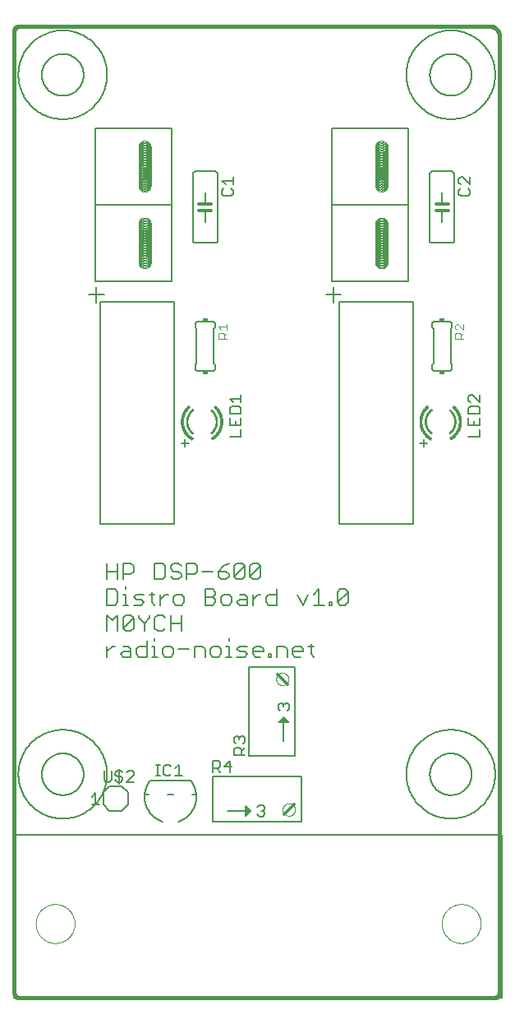
<source format=gto>
G75*
%MOIN*%
%OFA0B0*%
%FSLAX25Y25*%
%IPPOS*%
%LPD*%
%AMOC8*
5,1,8,0,0,1.08239X$1,22.5*
%
%ADD10C,0.01600*%
%ADD11C,0.00600*%
%ADD12C,0.00000*%
%ADD13C,0.00500*%
%ADD14C,0.00800*%
%ADD15C,0.00400*%
%ADD16R,0.02000X0.01500*%
%ADD17C,0.00060*%
%ADD18C,0.00100*%
%ADD19C,0.01200*%
%ADD20C,0.00200*%
D10*
X0025422Y0023454D02*
X0025422Y0413217D01*
X0025424Y0413303D01*
X0025429Y0413389D01*
X0025439Y0413474D01*
X0025452Y0413559D01*
X0025469Y0413643D01*
X0025489Y0413727D01*
X0025513Y0413809D01*
X0025541Y0413890D01*
X0025572Y0413971D01*
X0025606Y0414049D01*
X0025644Y0414126D01*
X0025686Y0414202D01*
X0025730Y0414275D01*
X0025778Y0414346D01*
X0025829Y0414416D01*
X0025883Y0414483D01*
X0025939Y0414547D01*
X0025999Y0414609D01*
X0026061Y0414669D01*
X0026125Y0414725D01*
X0026192Y0414779D01*
X0026262Y0414830D01*
X0026333Y0414878D01*
X0026407Y0414922D01*
X0026482Y0414964D01*
X0026559Y0415002D01*
X0026637Y0415036D01*
X0026718Y0415067D01*
X0026799Y0415095D01*
X0026881Y0415119D01*
X0026965Y0415139D01*
X0027049Y0415156D01*
X0027134Y0415169D01*
X0027219Y0415179D01*
X0027305Y0415184D01*
X0027391Y0415186D01*
X0218335Y0415186D01*
X0218459Y0415184D01*
X0218582Y0415178D01*
X0218706Y0415169D01*
X0218828Y0415155D01*
X0218951Y0415138D01*
X0219073Y0415116D01*
X0219194Y0415091D01*
X0219314Y0415062D01*
X0219433Y0415030D01*
X0219552Y0414993D01*
X0219669Y0414953D01*
X0219784Y0414910D01*
X0219899Y0414862D01*
X0220011Y0414811D01*
X0220122Y0414757D01*
X0220232Y0414699D01*
X0220339Y0414638D01*
X0220445Y0414573D01*
X0220548Y0414505D01*
X0220649Y0414434D01*
X0220748Y0414360D01*
X0220845Y0414283D01*
X0220939Y0414202D01*
X0221030Y0414119D01*
X0221119Y0414033D01*
X0221205Y0413944D01*
X0221288Y0413853D01*
X0221369Y0413759D01*
X0221446Y0413662D01*
X0221520Y0413563D01*
X0221591Y0413462D01*
X0221659Y0413359D01*
X0221724Y0413253D01*
X0221785Y0413146D01*
X0221843Y0413036D01*
X0221897Y0412925D01*
X0221948Y0412813D01*
X0221996Y0412698D01*
X0222039Y0412583D01*
X0222079Y0412466D01*
X0222116Y0412347D01*
X0222148Y0412228D01*
X0222177Y0412108D01*
X0222202Y0411987D01*
X0222224Y0411865D01*
X0222241Y0411742D01*
X0222255Y0411620D01*
X0222264Y0411496D01*
X0222270Y0411373D01*
X0222272Y0411249D01*
X0222272Y0023454D01*
X0222273Y0023454D02*
X0222271Y0023368D01*
X0222266Y0023282D01*
X0222256Y0023197D01*
X0222243Y0023112D01*
X0222226Y0023028D01*
X0222206Y0022944D01*
X0222182Y0022862D01*
X0222154Y0022781D01*
X0222123Y0022700D01*
X0222089Y0022622D01*
X0222051Y0022545D01*
X0222009Y0022469D01*
X0221965Y0022396D01*
X0221917Y0022325D01*
X0221866Y0022255D01*
X0221812Y0022188D01*
X0221756Y0022124D01*
X0221696Y0022062D01*
X0221634Y0022002D01*
X0221570Y0021946D01*
X0221503Y0021892D01*
X0221433Y0021841D01*
X0221362Y0021793D01*
X0221289Y0021749D01*
X0221213Y0021707D01*
X0221136Y0021669D01*
X0221058Y0021635D01*
X0220977Y0021604D01*
X0220896Y0021576D01*
X0220814Y0021552D01*
X0220730Y0021532D01*
X0220646Y0021515D01*
X0220561Y0021502D01*
X0220476Y0021492D01*
X0220390Y0021487D01*
X0220304Y0021485D01*
X0027391Y0021485D01*
X0027305Y0021487D01*
X0027219Y0021492D01*
X0027134Y0021502D01*
X0027049Y0021515D01*
X0026965Y0021532D01*
X0026881Y0021552D01*
X0026799Y0021576D01*
X0026718Y0021604D01*
X0026637Y0021635D01*
X0026559Y0021669D01*
X0026482Y0021707D01*
X0026406Y0021749D01*
X0026333Y0021793D01*
X0026262Y0021841D01*
X0026192Y0021892D01*
X0026125Y0021946D01*
X0026061Y0022002D01*
X0025999Y0022062D01*
X0025939Y0022124D01*
X0025883Y0022188D01*
X0025829Y0022255D01*
X0025778Y0022325D01*
X0025730Y0022396D01*
X0025686Y0022470D01*
X0025644Y0022545D01*
X0025606Y0022622D01*
X0025572Y0022700D01*
X0025541Y0022781D01*
X0025513Y0022862D01*
X0025489Y0022944D01*
X0025469Y0023028D01*
X0025452Y0023112D01*
X0025439Y0023197D01*
X0025429Y0023282D01*
X0025424Y0023368D01*
X0025422Y0023454D01*
D11*
X0064103Y0097194D02*
X0069103Y0097194D01*
X0071603Y0099694D01*
X0071603Y0104694D01*
X0069103Y0107194D01*
X0064103Y0107194D01*
X0061603Y0104694D01*
X0061603Y0099694D01*
X0064103Y0097194D01*
X0078355Y0103902D02*
X0079934Y0103902D01*
X0080560Y0109402D02*
X0097056Y0109402D01*
X0097682Y0103902D02*
X0099261Y0103902D01*
X0105847Y0111194D02*
X0105847Y0092694D01*
X0141847Y0092694D01*
X0141847Y0111194D01*
X0105847Y0111194D01*
X0111847Y0097194D02*
X0119847Y0097194D01*
X0119847Y0095694D01*
X0119347Y0095194D01*
X0119347Y0099194D01*
X0119847Y0098694D01*
X0119847Y0097194D01*
X0121347Y0097194D01*
X0120847Y0097694D01*
X0120347Y0098194D01*
X0119847Y0098694D01*
X0120347Y0098194D02*
X0120347Y0096194D01*
X0120847Y0096694D01*
X0120847Y0097694D01*
X0121347Y0097194D02*
X0120847Y0096694D01*
X0120347Y0096194D02*
X0119847Y0095694D01*
X0120753Y0119627D02*
X0139253Y0119627D01*
X0139253Y0155627D01*
X0120753Y0155627D01*
X0120753Y0119627D01*
X0132753Y0133127D02*
X0136753Y0133127D01*
X0136253Y0133627D01*
X0134753Y0133627D01*
X0134753Y0125627D01*
X0132753Y0133127D02*
X0133253Y0133627D01*
X0134753Y0133627D01*
X0134753Y0135127D01*
X0134253Y0134627D01*
X0133753Y0134127D01*
X0133253Y0133627D01*
X0133753Y0134127D02*
X0135753Y0134127D01*
X0135253Y0134627D01*
X0134253Y0134627D01*
X0134753Y0135127D02*
X0135253Y0134627D01*
X0135753Y0134127D02*
X0136253Y0133627D01*
X0136146Y0159580D02*
X0136146Y0162783D01*
X0135078Y0163851D01*
X0131876Y0163851D01*
X0131876Y0159580D01*
X0129720Y0159580D02*
X0128653Y0159580D01*
X0128653Y0160648D01*
X0129720Y0160648D01*
X0129720Y0159580D01*
X0126478Y0161715D02*
X0122207Y0161715D01*
X0122207Y0160648D02*
X0122207Y0162783D01*
X0123275Y0163851D01*
X0125410Y0163851D01*
X0126478Y0162783D01*
X0126478Y0161715D01*
X0125410Y0159580D02*
X0123275Y0159580D01*
X0122207Y0160648D01*
X0120032Y0160648D02*
X0118965Y0161715D01*
X0116829Y0161715D01*
X0115762Y0162783D01*
X0116829Y0163851D01*
X0120032Y0163851D01*
X0120032Y0160648D02*
X0118965Y0159580D01*
X0115762Y0159580D01*
X0113600Y0159580D02*
X0111465Y0159580D01*
X0112532Y0159580D02*
X0112532Y0163851D01*
X0111465Y0163851D01*
X0112532Y0165986D02*
X0112532Y0167053D01*
X0109290Y0162783D02*
X0108222Y0163851D01*
X0106087Y0163851D01*
X0105019Y0162783D01*
X0105019Y0160648D01*
X0106087Y0159580D01*
X0108222Y0159580D01*
X0109290Y0160648D01*
X0109290Y0162783D01*
X0102844Y0162783D02*
X0102844Y0159580D01*
X0102844Y0162783D02*
X0101777Y0163851D01*
X0098574Y0163851D01*
X0098574Y0159580D01*
X0096399Y0162783D02*
X0092128Y0162783D01*
X0089953Y0162783D02*
X0088886Y0163851D01*
X0086750Y0163851D01*
X0085683Y0162783D01*
X0085683Y0160648D01*
X0086750Y0159580D01*
X0088886Y0159580D01*
X0089953Y0160648D01*
X0089953Y0162783D01*
X0088906Y0170080D02*
X0088906Y0176486D01*
X0086730Y0175418D02*
X0085663Y0176486D01*
X0083528Y0176486D01*
X0082460Y0175418D01*
X0082460Y0171148D01*
X0083528Y0170080D01*
X0085663Y0170080D01*
X0086730Y0171148D01*
X0088906Y0173283D02*
X0093176Y0173283D01*
X0093176Y0176486D02*
X0093176Y0170080D01*
X0093183Y0180580D02*
X0091047Y0180580D01*
X0089980Y0181648D01*
X0089980Y0183783D01*
X0091047Y0184851D01*
X0093183Y0184851D01*
X0094250Y0183783D01*
X0094250Y0181648D01*
X0093183Y0180580D01*
X0087811Y0184851D02*
X0086744Y0184851D01*
X0084609Y0182715D01*
X0084609Y0180580D02*
X0084609Y0184851D01*
X0082447Y0184851D02*
X0080312Y0184851D01*
X0081379Y0185918D02*
X0081379Y0181648D01*
X0082447Y0180580D01*
X0080285Y0176486D02*
X0080285Y0175418D01*
X0078150Y0173283D01*
X0078150Y0170080D01*
X0078150Y0173283D02*
X0076015Y0175418D01*
X0076015Y0176486D01*
X0073839Y0175418D02*
X0073839Y0171148D01*
X0072772Y0170080D01*
X0070637Y0170080D01*
X0069569Y0171148D01*
X0073839Y0175418D01*
X0072772Y0176486D01*
X0070637Y0176486D01*
X0069569Y0175418D01*
X0069569Y0171148D01*
X0067394Y0170080D02*
X0067394Y0176486D01*
X0065259Y0174351D01*
X0063124Y0176486D01*
X0063124Y0170080D01*
X0063124Y0163851D02*
X0063124Y0159580D01*
X0063124Y0161715D02*
X0065259Y0163851D01*
X0066326Y0163851D01*
X0069562Y0163851D02*
X0071698Y0163851D01*
X0072765Y0162783D01*
X0072765Y0159580D01*
X0069562Y0159580D01*
X0068495Y0160648D01*
X0069562Y0161715D01*
X0072765Y0161715D01*
X0074940Y0160648D02*
X0074940Y0162783D01*
X0076008Y0163851D01*
X0079211Y0163851D01*
X0079211Y0165986D02*
X0079211Y0159580D01*
X0076008Y0159580D01*
X0074940Y0160648D01*
X0081386Y0159580D02*
X0083521Y0159580D01*
X0082453Y0159580D02*
X0082453Y0163851D01*
X0081386Y0163851D01*
X0082453Y0165986D02*
X0082453Y0167053D01*
X0077069Y0180580D02*
X0073866Y0180580D01*
X0071704Y0180580D02*
X0069569Y0180580D01*
X0070637Y0180580D02*
X0070637Y0184851D01*
X0069569Y0184851D01*
X0070637Y0186986D02*
X0070637Y0188053D01*
X0069569Y0191080D02*
X0069569Y0197486D01*
X0072772Y0197486D01*
X0073839Y0196418D01*
X0073839Y0194283D01*
X0072772Y0193215D01*
X0069569Y0193215D01*
X0067394Y0194283D02*
X0063124Y0194283D01*
X0063124Y0191080D02*
X0063124Y0197486D01*
X0067394Y0197486D02*
X0067394Y0191080D01*
X0066326Y0186986D02*
X0067394Y0185918D01*
X0067394Y0181648D01*
X0066326Y0180580D01*
X0063124Y0180580D01*
X0063124Y0186986D01*
X0066326Y0186986D01*
X0073866Y0183783D02*
X0074934Y0184851D01*
X0078136Y0184851D01*
X0077069Y0182715D02*
X0074934Y0182715D01*
X0073866Y0183783D01*
X0077069Y0182715D02*
X0078136Y0181648D01*
X0077069Y0180580D01*
X0082460Y0191080D02*
X0085663Y0191080D01*
X0086730Y0192148D01*
X0086730Y0196418D01*
X0085663Y0197486D01*
X0082460Y0197486D01*
X0082460Y0191080D01*
X0088906Y0192148D02*
X0089973Y0191080D01*
X0092108Y0191080D01*
X0093176Y0192148D01*
X0093176Y0193215D01*
X0092108Y0194283D01*
X0089973Y0194283D01*
X0088906Y0195351D01*
X0088906Y0196418D01*
X0089973Y0197486D01*
X0092108Y0197486D01*
X0093176Y0196418D01*
X0095351Y0197486D02*
X0098554Y0197486D01*
X0099621Y0196418D01*
X0099621Y0194283D01*
X0098554Y0193215D01*
X0095351Y0193215D01*
X0095351Y0191080D02*
X0095351Y0197486D01*
X0101797Y0194283D02*
X0106067Y0194283D01*
X0108242Y0194283D02*
X0111445Y0194283D01*
X0112512Y0193215D01*
X0112512Y0192148D01*
X0111445Y0191080D01*
X0109310Y0191080D01*
X0108242Y0192148D01*
X0108242Y0194283D01*
X0110377Y0196418D01*
X0112512Y0197486D01*
X0114688Y0196418D02*
X0114688Y0192148D01*
X0118958Y0196418D01*
X0118958Y0192148D01*
X0117890Y0191080D01*
X0115755Y0191080D01*
X0114688Y0192148D01*
X0114688Y0196418D02*
X0115755Y0197486D01*
X0117890Y0197486D01*
X0118958Y0196418D01*
X0121133Y0196418D02*
X0121133Y0192148D01*
X0125403Y0196418D01*
X0125403Y0192148D01*
X0124336Y0191080D01*
X0122201Y0191080D01*
X0121133Y0192148D01*
X0121133Y0196418D02*
X0122201Y0197486D01*
X0124336Y0197486D01*
X0125403Y0196418D01*
X0131849Y0186986D02*
X0131849Y0180580D01*
X0128646Y0180580D01*
X0127579Y0181648D01*
X0127579Y0183783D01*
X0128646Y0184851D01*
X0131849Y0184851D01*
X0125410Y0184851D02*
X0124342Y0184851D01*
X0122207Y0182715D01*
X0122207Y0180580D02*
X0122207Y0184851D01*
X0120032Y0183783D02*
X0120032Y0180580D01*
X0116829Y0180580D01*
X0115762Y0181648D01*
X0116829Y0182715D01*
X0120032Y0182715D01*
X0120032Y0183783D02*
X0118965Y0184851D01*
X0116829Y0184851D01*
X0113587Y0183783D02*
X0113587Y0181648D01*
X0112519Y0180580D01*
X0110384Y0180580D01*
X0109316Y0181648D01*
X0109316Y0183783D01*
X0110384Y0184851D01*
X0112519Y0184851D01*
X0113587Y0183783D01*
X0107141Y0182715D02*
X0107141Y0181648D01*
X0106074Y0180580D01*
X0102871Y0180580D01*
X0102871Y0186986D01*
X0106074Y0186986D01*
X0107141Y0185918D01*
X0107141Y0184851D01*
X0106074Y0183783D01*
X0102871Y0183783D01*
X0106074Y0183783D02*
X0107141Y0182715D01*
X0138321Y0162783D02*
X0139389Y0163851D01*
X0141524Y0163851D01*
X0142591Y0162783D01*
X0142591Y0161715D01*
X0138321Y0161715D01*
X0138321Y0160648D02*
X0138321Y0162783D01*
X0138321Y0160648D02*
X0139389Y0159580D01*
X0141524Y0159580D01*
X0144767Y0163851D02*
X0146902Y0163851D01*
X0145834Y0164918D02*
X0145834Y0160648D01*
X0146902Y0159580D01*
X0146915Y0180580D02*
X0151185Y0180580D01*
X0149050Y0180580D02*
X0149050Y0186986D01*
X0146915Y0184851D01*
X0144740Y0184851D02*
X0142605Y0180580D01*
X0140470Y0184851D01*
X0153361Y0181648D02*
X0154428Y0181648D01*
X0154428Y0180580D01*
X0153361Y0180580D01*
X0153361Y0181648D01*
X0156583Y0181648D02*
X0160854Y0185918D01*
X0160854Y0181648D01*
X0159786Y0180580D01*
X0157651Y0180580D01*
X0156583Y0181648D01*
X0156583Y0185918D01*
X0157651Y0186986D01*
X0159786Y0186986D01*
X0160854Y0185918D01*
X0184587Y0112036D02*
X0184592Y0112478D01*
X0184609Y0112919D01*
X0184636Y0113360D01*
X0184674Y0113800D01*
X0184722Y0114239D01*
X0184782Y0114677D01*
X0184852Y0115113D01*
X0184933Y0115548D01*
X0185024Y0115980D01*
X0185126Y0116410D01*
X0185239Y0116837D01*
X0185362Y0117261D01*
X0185495Y0117682D01*
X0185639Y0118100D01*
X0185793Y0118514D01*
X0185957Y0118924D01*
X0186131Y0119330D01*
X0186315Y0119732D01*
X0186509Y0120129D01*
X0186712Y0120521D01*
X0186925Y0120908D01*
X0187148Y0121290D01*
X0187380Y0121666D01*
X0187621Y0122036D01*
X0187870Y0122401D01*
X0188129Y0122759D01*
X0188397Y0123110D01*
X0188673Y0123455D01*
X0188957Y0123793D01*
X0189250Y0124124D01*
X0189551Y0124448D01*
X0189859Y0124764D01*
X0190175Y0125072D01*
X0190499Y0125373D01*
X0190830Y0125666D01*
X0191168Y0125950D01*
X0191513Y0126226D01*
X0191864Y0126494D01*
X0192222Y0126753D01*
X0192587Y0127002D01*
X0192957Y0127243D01*
X0193333Y0127475D01*
X0193715Y0127698D01*
X0194102Y0127911D01*
X0194494Y0128114D01*
X0194891Y0128308D01*
X0195293Y0128492D01*
X0195699Y0128666D01*
X0196109Y0128830D01*
X0196523Y0128984D01*
X0196941Y0129128D01*
X0197362Y0129261D01*
X0197786Y0129384D01*
X0198213Y0129497D01*
X0198643Y0129599D01*
X0199075Y0129690D01*
X0199510Y0129771D01*
X0199946Y0129841D01*
X0200384Y0129901D01*
X0200823Y0129949D01*
X0201263Y0129987D01*
X0201704Y0130014D01*
X0202145Y0130031D01*
X0202587Y0130036D01*
X0203029Y0130031D01*
X0203470Y0130014D01*
X0203911Y0129987D01*
X0204351Y0129949D01*
X0204790Y0129901D01*
X0205228Y0129841D01*
X0205664Y0129771D01*
X0206099Y0129690D01*
X0206531Y0129599D01*
X0206961Y0129497D01*
X0207388Y0129384D01*
X0207812Y0129261D01*
X0208233Y0129128D01*
X0208651Y0128984D01*
X0209065Y0128830D01*
X0209475Y0128666D01*
X0209881Y0128492D01*
X0210283Y0128308D01*
X0210680Y0128114D01*
X0211072Y0127911D01*
X0211459Y0127698D01*
X0211841Y0127475D01*
X0212217Y0127243D01*
X0212587Y0127002D01*
X0212952Y0126753D01*
X0213310Y0126494D01*
X0213661Y0126226D01*
X0214006Y0125950D01*
X0214344Y0125666D01*
X0214675Y0125373D01*
X0214999Y0125072D01*
X0215315Y0124764D01*
X0215623Y0124448D01*
X0215924Y0124124D01*
X0216217Y0123793D01*
X0216501Y0123455D01*
X0216777Y0123110D01*
X0217045Y0122759D01*
X0217304Y0122401D01*
X0217553Y0122036D01*
X0217794Y0121666D01*
X0218026Y0121290D01*
X0218249Y0120908D01*
X0218462Y0120521D01*
X0218665Y0120129D01*
X0218859Y0119732D01*
X0219043Y0119330D01*
X0219217Y0118924D01*
X0219381Y0118514D01*
X0219535Y0118100D01*
X0219679Y0117682D01*
X0219812Y0117261D01*
X0219935Y0116837D01*
X0220048Y0116410D01*
X0220150Y0115980D01*
X0220241Y0115548D01*
X0220322Y0115113D01*
X0220392Y0114677D01*
X0220452Y0114239D01*
X0220500Y0113800D01*
X0220538Y0113360D01*
X0220565Y0112919D01*
X0220582Y0112478D01*
X0220587Y0112036D01*
X0220582Y0111594D01*
X0220565Y0111153D01*
X0220538Y0110712D01*
X0220500Y0110272D01*
X0220452Y0109833D01*
X0220392Y0109395D01*
X0220322Y0108959D01*
X0220241Y0108524D01*
X0220150Y0108092D01*
X0220048Y0107662D01*
X0219935Y0107235D01*
X0219812Y0106811D01*
X0219679Y0106390D01*
X0219535Y0105972D01*
X0219381Y0105558D01*
X0219217Y0105148D01*
X0219043Y0104742D01*
X0218859Y0104340D01*
X0218665Y0103943D01*
X0218462Y0103551D01*
X0218249Y0103164D01*
X0218026Y0102782D01*
X0217794Y0102406D01*
X0217553Y0102036D01*
X0217304Y0101671D01*
X0217045Y0101313D01*
X0216777Y0100962D01*
X0216501Y0100617D01*
X0216217Y0100279D01*
X0215924Y0099948D01*
X0215623Y0099624D01*
X0215315Y0099308D01*
X0214999Y0099000D01*
X0214675Y0098699D01*
X0214344Y0098406D01*
X0214006Y0098122D01*
X0213661Y0097846D01*
X0213310Y0097578D01*
X0212952Y0097319D01*
X0212587Y0097070D01*
X0212217Y0096829D01*
X0211841Y0096597D01*
X0211459Y0096374D01*
X0211072Y0096161D01*
X0210680Y0095958D01*
X0210283Y0095764D01*
X0209881Y0095580D01*
X0209475Y0095406D01*
X0209065Y0095242D01*
X0208651Y0095088D01*
X0208233Y0094944D01*
X0207812Y0094811D01*
X0207388Y0094688D01*
X0206961Y0094575D01*
X0206531Y0094473D01*
X0206099Y0094382D01*
X0205664Y0094301D01*
X0205228Y0094231D01*
X0204790Y0094171D01*
X0204351Y0094123D01*
X0203911Y0094085D01*
X0203470Y0094058D01*
X0203029Y0094041D01*
X0202587Y0094036D01*
X0202145Y0094041D01*
X0201704Y0094058D01*
X0201263Y0094085D01*
X0200823Y0094123D01*
X0200384Y0094171D01*
X0199946Y0094231D01*
X0199510Y0094301D01*
X0199075Y0094382D01*
X0198643Y0094473D01*
X0198213Y0094575D01*
X0197786Y0094688D01*
X0197362Y0094811D01*
X0196941Y0094944D01*
X0196523Y0095088D01*
X0196109Y0095242D01*
X0195699Y0095406D01*
X0195293Y0095580D01*
X0194891Y0095764D01*
X0194494Y0095958D01*
X0194102Y0096161D01*
X0193715Y0096374D01*
X0193333Y0096597D01*
X0192957Y0096829D01*
X0192587Y0097070D01*
X0192222Y0097319D01*
X0191864Y0097578D01*
X0191513Y0097846D01*
X0191168Y0098122D01*
X0190830Y0098406D01*
X0190499Y0098699D01*
X0190175Y0099000D01*
X0189859Y0099308D01*
X0189551Y0099624D01*
X0189250Y0099948D01*
X0188957Y0100279D01*
X0188673Y0100617D01*
X0188397Y0100962D01*
X0188129Y0101313D01*
X0187870Y0101671D01*
X0187621Y0102036D01*
X0187380Y0102406D01*
X0187148Y0102782D01*
X0186925Y0103164D01*
X0186712Y0103551D01*
X0186509Y0103943D01*
X0186315Y0104340D01*
X0186131Y0104742D01*
X0185957Y0105148D01*
X0185793Y0105558D01*
X0185639Y0105972D01*
X0185495Y0106390D01*
X0185362Y0106811D01*
X0185239Y0107235D01*
X0185126Y0107662D01*
X0185024Y0108092D01*
X0184933Y0108524D01*
X0184852Y0108959D01*
X0184782Y0109395D01*
X0184722Y0109833D01*
X0184674Y0110272D01*
X0184636Y0110712D01*
X0184609Y0111153D01*
X0184592Y0111594D01*
X0184587Y0112036D01*
X0089934Y0103902D02*
X0087682Y0103902D01*
X0080560Y0109402D02*
X0080405Y0109200D01*
X0080255Y0108995D01*
X0080109Y0108786D01*
X0079969Y0108573D01*
X0079835Y0108358D01*
X0079705Y0108138D01*
X0079581Y0107916D01*
X0079462Y0107691D01*
X0079349Y0107463D01*
X0079241Y0107233D01*
X0079139Y0107000D01*
X0079042Y0106764D01*
X0078951Y0106527D01*
X0078866Y0106287D01*
X0078787Y0106045D01*
X0078714Y0105801D01*
X0078647Y0105556D01*
X0078586Y0105309D01*
X0078530Y0105060D01*
X0078481Y0104811D01*
X0078438Y0104560D01*
X0078401Y0104308D01*
X0078370Y0104055D01*
X0078345Y0103802D01*
X0078326Y0103548D01*
X0078313Y0103294D01*
X0078307Y0103040D01*
X0078307Y0102785D01*
X0078313Y0102531D01*
X0078325Y0102277D01*
X0078343Y0102023D01*
X0078367Y0101769D01*
X0078398Y0101517D01*
X0078434Y0101265D01*
X0078477Y0101014D01*
X0078526Y0100764D01*
X0078581Y0100516D01*
X0078642Y0100269D01*
X0078708Y0100023D01*
X0078781Y0099779D01*
X0078860Y0099537D01*
X0078944Y0099297D01*
X0079034Y0099059D01*
X0079130Y0098824D01*
X0079232Y0098590D01*
X0079339Y0098359D01*
X0079452Y0098131D01*
X0079571Y0097906D01*
X0079694Y0097684D01*
X0079824Y0097464D01*
X0079958Y0097248D01*
X0080098Y0097036D01*
X0080242Y0096826D01*
X0080392Y0096621D01*
X0080547Y0096418D01*
X0080706Y0096220D01*
X0080871Y0096026D01*
X0081040Y0095836D01*
X0081213Y0095649D01*
X0081391Y0095468D01*
X0081574Y0095290D01*
X0081760Y0095117D01*
X0081951Y0094948D01*
X0082146Y0094785D01*
X0082344Y0094626D01*
X0082547Y0094471D01*
X0082753Y0094322D01*
X0082963Y0094178D01*
X0083176Y0094039D01*
X0083392Y0093905D01*
X0083612Y0093777D01*
X0083835Y0093653D01*
X0084060Y0093536D01*
X0084289Y0093423D01*
X0084520Y0093317D01*
X0084753Y0093216D01*
X0084989Y0093120D01*
X0085227Y0093031D01*
X0085468Y0092947D01*
X0085710Y0092869D01*
X0091906Y0092869D02*
X0092148Y0092947D01*
X0092389Y0093031D01*
X0092627Y0093120D01*
X0092863Y0093216D01*
X0093096Y0093317D01*
X0093327Y0093423D01*
X0093556Y0093536D01*
X0093781Y0093653D01*
X0094004Y0093777D01*
X0094224Y0093905D01*
X0094440Y0094039D01*
X0094653Y0094178D01*
X0094863Y0094322D01*
X0095069Y0094471D01*
X0095272Y0094626D01*
X0095470Y0094785D01*
X0095665Y0094948D01*
X0095856Y0095117D01*
X0096042Y0095290D01*
X0096225Y0095468D01*
X0096403Y0095649D01*
X0096576Y0095836D01*
X0096745Y0096026D01*
X0096910Y0096220D01*
X0097069Y0096418D01*
X0097224Y0096621D01*
X0097374Y0096826D01*
X0097518Y0097036D01*
X0097658Y0097248D01*
X0097792Y0097464D01*
X0097922Y0097684D01*
X0098045Y0097906D01*
X0098164Y0098131D01*
X0098277Y0098359D01*
X0098384Y0098590D01*
X0098486Y0098824D01*
X0098582Y0099059D01*
X0098672Y0099297D01*
X0098756Y0099537D01*
X0098835Y0099779D01*
X0098908Y0100023D01*
X0098974Y0100269D01*
X0099035Y0100516D01*
X0099090Y0100764D01*
X0099139Y0101014D01*
X0099182Y0101265D01*
X0099218Y0101517D01*
X0099249Y0101769D01*
X0099273Y0102023D01*
X0099291Y0102277D01*
X0099303Y0102531D01*
X0099309Y0102785D01*
X0099309Y0103040D01*
X0099303Y0103294D01*
X0099290Y0103548D01*
X0099271Y0103802D01*
X0099246Y0104055D01*
X0099215Y0104308D01*
X0099178Y0104560D01*
X0099135Y0104811D01*
X0099086Y0105060D01*
X0099030Y0105309D01*
X0098969Y0105556D01*
X0098902Y0105801D01*
X0098829Y0106045D01*
X0098750Y0106287D01*
X0098665Y0106527D01*
X0098574Y0106764D01*
X0098477Y0107000D01*
X0098375Y0107233D01*
X0098267Y0107463D01*
X0098154Y0107691D01*
X0098035Y0107916D01*
X0097911Y0108138D01*
X0097781Y0108358D01*
X0097647Y0108573D01*
X0097507Y0108786D01*
X0097361Y0108995D01*
X0097211Y0109200D01*
X0097056Y0109402D01*
X0027107Y0112036D02*
X0027112Y0112478D01*
X0027129Y0112919D01*
X0027156Y0113360D01*
X0027194Y0113800D01*
X0027242Y0114239D01*
X0027302Y0114677D01*
X0027372Y0115113D01*
X0027453Y0115548D01*
X0027544Y0115980D01*
X0027646Y0116410D01*
X0027759Y0116837D01*
X0027882Y0117261D01*
X0028015Y0117682D01*
X0028159Y0118100D01*
X0028313Y0118514D01*
X0028477Y0118924D01*
X0028651Y0119330D01*
X0028835Y0119732D01*
X0029029Y0120129D01*
X0029232Y0120521D01*
X0029445Y0120908D01*
X0029668Y0121290D01*
X0029900Y0121666D01*
X0030141Y0122036D01*
X0030390Y0122401D01*
X0030649Y0122759D01*
X0030917Y0123110D01*
X0031193Y0123455D01*
X0031477Y0123793D01*
X0031770Y0124124D01*
X0032071Y0124448D01*
X0032379Y0124764D01*
X0032695Y0125072D01*
X0033019Y0125373D01*
X0033350Y0125666D01*
X0033688Y0125950D01*
X0034033Y0126226D01*
X0034384Y0126494D01*
X0034742Y0126753D01*
X0035107Y0127002D01*
X0035477Y0127243D01*
X0035853Y0127475D01*
X0036235Y0127698D01*
X0036622Y0127911D01*
X0037014Y0128114D01*
X0037411Y0128308D01*
X0037813Y0128492D01*
X0038219Y0128666D01*
X0038629Y0128830D01*
X0039043Y0128984D01*
X0039461Y0129128D01*
X0039882Y0129261D01*
X0040306Y0129384D01*
X0040733Y0129497D01*
X0041163Y0129599D01*
X0041595Y0129690D01*
X0042030Y0129771D01*
X0042466Y0129841D01*
X0042904Y0129901D01*
X0043343Y0129949D01*
X0043783Y0129987D01*
X0044224Y0130014D01*
X0044665Y0130031D01*
X0045107Y0130036D01*
X0045549Y0130031D01*
X0045990Y0130014D01*
X0046431Y0129987D01*
X0046871Y0129949D01*
X0047310Y0129901D01*
X0047748Y0129841D01*
X0048184Y0129771D01*
X0048619Y0129690D01*
X0049051Y0129599D01*
X0049481Y0129497D01*
X0049908Y0129384D01*
X0050332Y0129261D01*
X0050753Y0129128D01*
X0051171Y0128984D01*
X0051585Y0128830D01*
X0051995Y0128666D01*
X0052401Y0128492D01*
X0052803Y0128308D01*
X0053200Y0128114D01*
X0053592Y0127911D01*
X0053979Y0127698D01*
X0054361Y0127475D01*
X0054737Y0127243D01*
X0055107Y0127002D01*
X0055472Y0126753D01*
X0055830Y0126494D01*
X0056181Y0126226D01*
X0056526Y0125950D01*
X0056864Y0125666D01*
X0057195Y0125373D01*
X0057519Y0125072D01*
X0057835Y0124764D01*
X0058143Y0124448D01*
X0058444Y0124124D01*
X0058737Y0123793D01*
X0059021Y0123455D01*
X0059297Y0123110D01*
X0059565Y0122759D01*
X0059824Y0122401D01*
X0060073Y0122036D01*
X0060314Y0121666D01*
X0060546Y0121290D01*
X0060769Y0120908D01*
X0060982Y0120521D01*
X0061185Y0120129D01*
X0061379Y0119732D01*
X0061563Y0119330D01*
X0061737Y0118924D01*
X0061901Y0118514D01*
X0062055Y0118100D01*
X0062199Y0117682D01*
X0062332Y0117261D01*
X0062455Y0116837D01*
X0062568Y0116410D01*
X0062670Y0115980D01*
X0062761Y0115548D01*
X0062842Y0115113D01*
X0062912Y0114677D01*
X0062972Y0114239D01*
X0063020Y0113800D01*
X0063058Y0113360D01*
X0063085Y0112919D01*
X0063102Y0112478D01*
X0063107Y0112036D01*
X0063102Y0111594D01*
X0063085Y0111153D01*
X0063058Y0110712D01*
X0063020Y0110272D01*
X0062972Y0109833D01*
X0062912Y0109395D01*
X0062842Y0108959D01*
X0062761Y0108524D01*
X0062670Y0108092D01*
X0062568Y0107662D01*
X0062455Y0107235D01*
X0062332Y0106811D01*
X0062199Y0106390D01*
X0062055Y0105972D01*
X0061901Y0105558D01*
X0061737Y0105148D01*
X0061563Y0104742D01*
X0061379Y0104340D01*
X0061185Y0103943D01*
X0060982Y0103551D01*
X0060769Y0103164D01*
X0060546Y0102782D01*
X0060314Y0102406D01*
X0060073Y0102036D01*
X0059824Y0101671D01*
X0059565Y0101313D01*
X0059297Y0100962D01*
X0059021Y0100617D01*
X0058737Y0100279D01*
X0058444Y0099948D01*
X0058143Y0099624D01*
X0057835Y0099308D01*
X0057519Y0099000D01*
X0057195Y0098699D01*
X0056864Y0098406D01*
X0056526Y0098122D01*
X0056181Y0097846D01*
X0055830Y0097578D01*
X0055472Y0097319D01*
X0055107Y0097070D01*
X0054737Y0096829D01*
X0054361Y0096597D01*
X0053979Y0096374D01*
X0053592Y0096161D01*
X0053200Y0095958D01*
X0052803Y0095764D01*
X0052401Y0095580D01*
X0051995Y0095406D01*
X0051585Y0095242D01*
X0051171Y0095088D01*
X0050753Y0094944D01*
X0050332Y0094811D01*
X0049908Y0094688D01*
X0049481Y0094575D01*
X0049051Y0094473D01*
X0048619Y0094382D01*
X0048184Y0094301D01*
X0047748Y0094231D01*
X0047310Y0094171D01*
X0046871Y0094123D01*
X0046431Y0094085D01*
X0045990Y0094058D01*
X0045549Y0094041D01*
X0045107Y0094036D01*
X0044665Y0094041D01*
X0044224Y0094058D01*
X0043783Y0094085D01*
X0043343Y0094123D01*
X0042904Y0094171D01*
X0042466Y0094231D01*
X0042030Y0094301D01*
X0041595Y0094382D01*
X0041163Y0094473D01*
X0040733Y0094575D01*
X0040306Y0094688D01*
X0039882Y0094811D01*
X0039461Y0094944D01*
X0039043Y0095088D01*
X0038629Y0095242D01*
X0038219Y0095406D01*
X0037813Y0095580D01*
X0037411Y0095764D01*
X0037014Y0095958D01*
X0036622Y0096161D01*
X0036235Y0096374D01*
X0035853Y0096597D01*
X0035477Y0096829D01*
X0035107Y0097070D01*
X0034742Y0097319D01*
X0034384Y0097578D01*
X0034033Y0097846D01*
X0033688Y0098122D01*
X0033350Y0098406D01*
X0033019Y0098699D01*
X0032695Y0099000D01*
X0032379Y0099308D01*
X0032071Y0099624D01*
X0031770Y0099948D01*
X0031477Y0100279D01*
X0031193Y0100617D01*
X0030917Y0100962D01*
X0030649Y0101313D01*
X0030390Y0101671D01*
X0030141Y0102036D01*
X0029900Y0102406D01*
X0029668Y0102782D01*
X0029445Y0103164D01*
X0029232Y0103551D01*
X0029029Y0103943D01*
X0028835Y0104340D01*
X0028651Y0104742D01*
X0028477Y0105148D01*
X0028313Y0105558D01*
X0028159Y0105972D01*
X0028015Y0106390D01*
X0027882Y0106811D01*
X0027759Y0107235D01*
X0027646Y0107662D01*
X0027544Y0108092D01*
X0027453Y0108524D01*
X0027372Y0108959D01*
X0027302Y0109395D01*
X0027242Y0109833D01*
X0027194Y0110272D01*
X0027156Y0110712D01*
X0027129Y0111153D01*
X0027112Y0111594D01*
X0027107Y0112036D01*
X0099902Y0275540D02*
X0105902Y0275540D01*
X0105962Y0275542D01*
X0106023Y0275547D01*
X0106082Y0275556D01*
X0106141Y0275569D01*
X0106200Y0275585D01*
X0106257Y0275605D01*
X0106312Y0275628D01*
X0106367Y0275655D01*
X0106419Y0275684D01*
X0106470Y0275717D01*
X0106519Y0275753D01*
X0106565Y0275791D01*
X0106609Y0275833D01*
X0106651Y0275877D01*
X0106689Y0275923D01*
X0106725Y0275972D01*
X0106758Y0276023D01*
X0106787Y0276075D01*
X0106814Y0276130D01*
X0106837Y0276185D01*
X0106857Y0276242D01*
X0106873Y0276301D01*
X0106886Y0276360D01*
X0106895Y0276419D01*
X0106900Y0276480D01*
X0106902Y0276540D01*
X0106902Y0278040D01*
X0106402Y0278540D01*
X0106402Y0292540D01*
X0106902Y0293040D01*
X0106902Y0294540D01*
X0106900Y0294600D01*
X0106895Y0294661D01*
X0106886Y0294720D01*
X0106873Y0294779D01*
X0106857Y0294838D01*
X0106837Y0294895D01*
X0106814Y0294950D01*
X0106787Y0295005D01*
X0106758Y0295057D01*
X0106725Y0295108D01*
X0106689Y0295157D01*
X0106651Y0295203D01*
X0106609Y0295247D01*
X0106565Y0295289D01*
X0106519Y0295327D01*
X0106470Y0295363D01*
X0106419Y0295396D01*
X0106367Y0295425D01*
X0106312Y0295452D01*
X0106257Y0295475D01*
X0106200Y0295495D01*
X0106141Y0295511D01*
X0106082Y0295524D01*
X0106023Y0295533D01*
X0105962Y0295538D01*
X0105902Y0295540D01*
X0099902Y0295540D01*
X0099842Y0295538D01*
X0099781Y0295533D01*
X0099722Y0295524D01*
X0099663Y0295511D01*
X0099604Y0295495D01*
X0099547Y0295475D01*
X0099492Y0295452D01*
X0099437Y0295425D01*
X0099385Y0295396D01*
X0099334Y0295363D01*
X0099285Y0295327D01*
X0099239Y0295289D01*
X0099195Y0295247D01*
X0099153Y0295203D01*
X0099115Y0295157D01*
X0099079Y0295108D01*
X0099046Y0295057D01*
X0099017Y0295005D01*
X0098990Y0294950D01*
X0098967Y0294895D01*
X0098947Y0294838D01*
X0098931Y0294779D01*
X0098918Y0294720D01*
X0098909Y0294661D01*
X0098904Y0294600D01*
X0098902Y0294540D01*
X0098902Y0293040D01*
X0099402Y0292540D01*
X0099402Y0278540D01*
X0098902Y0278040D01*
X0098902Y0276540D01*
X0098904Y0276480D01*
X0098909Y0276419D01*
X0098918Y0276360D01*
X0098931Y0276301D01*
X0098947Y0276242D01*
X0098967Y0276185D01*
X0098990Y0276130D01*
X0099017Y0276075D01*
X0099046Y0276023D01*
X0099079Y0275972D01*
X0099115Y0275923D01*
X0099153Y0275877D01*
X0099195Y0275833D01*
X0099239Y0275791D01*
X0099285Y0275753D01*
X0099334Y0275717D01*
X0099385Y0275684D01*
X0099437Y0275655D01*
X0099492Y0275628D01*
X0099547Y0275605D01*
X0099604Y0275585D01*
X0099663Y0275569D01*
X0099722Y0275556D01*
X0099781Y0275547D01*
X0099842Y0275542D01*
X0099902Y0275540D01*
X0098902Y0327339D02*
X0106902Y0327339D01*
X0106962Y0327341D01*
X0107023Y0327346D01*
X0107082Y0327355D01*
X0107141Y0327368D01*
X0107200Y0327384D01*
X0107257Y0327404D01*
X0107312Y0327427D01*
X0107367Y0327454D01*
X0107419Y0327483D01*
X0107470Y0327516D01*
X0107519Y0327552D01*
X0107565Y0327590D01*
X0107609Y0327632D01*
X0107651Y0327676D01*
X0107689Y0327722D01*
X0107725Y0327771D01*
X0107758Y0327822D01*
X0107787Y0327874D01*
X0107814Y0327929D01*
X0107837Y0327984D01*
X0107857Y0328041D01*
X0107873Y0328100D01*
X0107886Y0328159D01*
X0107895Y0328218D01*
X0107900Y0328279D01*
X0107902Y0328339D01*
X0107902Y0355339D01*
X0107900Y0355399D01*
X0107895Y0355460D01*
X0107886Y0355519D01*
X0107873Y0355578D01*
X0107857Y0355637D01*
X0107837Y0355694D01*
X0107814Y0355749D01*
X0107787Y0355804D01*
X0107758Y0355856D01*
X0107725Y0355907D01*
X0107689Y0355956D01*
X0107651Y0356002D01*
X0107609Y0356046D01*
X0107565Y0356088D01*
X0107519Y0356126D01*
X0107470Y0356162D01*
X0107419Y0356195D01*
X0107367Y0356224D01*
X0107312Y0356251D01*
X0107257Y0356274D01*
X0107200Y0356294D01*
X0107141Y0356310D01*
X0107082Y0356323D01*
X0107023Y0356332D01*
X0106962Y0356337D01*
X0106902Y0356339D01*
X0098902Y0356339D01*
X0098842Y0356337D01*
X0098781Y0356332D01*
X0098722Y0356323D01*
X0098663Y0356310D01*
X0098604Y0356294D01*
X0098547Y0356274D01*
X0098492Y0356251D01*
X0098437Y0356224D01*
X0098385Y0356195D01*
X0098334Y0356162D01*
X0098285Y0356126D01*
X0098239Y0356088D01*
X0098195Y0356046D01*
X0098153Y0356002D01*
X0098115Y0355956D01*
X0098079Y0355907D01*
X0098046Y0355856D01*
X0098017Y0355804D01*
X0097990Y0355749D01*
X0097967Y0355694D01*
X0097947Y0355637D01*
X0097931Y0355578D01*
X0097918Y0355519D01*
X0097909Y0355460D01*
X0097904Y0355399D01*
X0097902Y0355339D01*
X0097902Y0328339D01*
X0097904Y0328279D01*
X0097909Y0328218D01*
X0097918Y0328159D01*
X0097931Y0328100D01*
X0097947Y0328041D01*
X0097967Y0327984D01*
X0097990Y0327929D01*
X0098017Y0327874D01*
X0098046Y0327822D01*
X0098079Y0327771D01*
X0098115Y0327722D01*
X0098153Y0327676D01*
X0098195Y0327632D01*
X0098239Y0327590D01*
X0098285Y0327552D01*
X0098334Y0327516D01*
X0098385Y0327483D01*
X0098437Y0327454D01*
X0098492Y0327427D01*
X0098547Y0327404D01*
X0098604Y0327384D01*
X0098663Y0327368D01*
X0098722Y0327355D01*
X0098781Y0327346D01*
X0098842Y0327341D01*
X0098902Y0327339D01*
X0102902Y0335839D02*
X0102902Y0340539D01*
X0102902Y0343039D02*
X0102902Y0347839D01*
X0027107Y0395501D02*
X0027112Y0395943D01*
X0027129Y0396384D01*
X0027156Y0396825D01*
X0027194Y0397265D01*
X0027242Y0397704D01*
X0027302Y0398142D01*
X0027372Y0398578D01*
X0027453Y0399013D01*
X0027544Y0399445D01*
X0027646Y0399875D01*
X0027759Y0400302D01*
X0027882Y0400726D01*
X0028015Y0401147D01*
X0028159Y0401565D01*
X0028313Y0401979D01*
X0028477Y0402389D01*
X0028651Y0402795D01*
X0028835Y0403197D01*
X0029029Y0403594D01*
X0029232Y0403986D01*
X0029445Y0404373D01*
X0029668Y0404755D01*
X0029900Y0405131D01*
X0030141Y0405501D01*
X0030390Y0405866D01*
X0030649Y0406224D01*
X0030917Y0406575D01*
X0031193Y0406920D01*
X0031477Y0407258D01*
X0031770Y0407589D01*
X0032071Y0407913D01*
X0032379Y0408229D01*
X0032695Y0408537D01*
X0033019Y0408838D01*
X0033350Y0409131D01*
X0033688Y0409415D01*
X0034033Y0409691D01*
X0034384Y0409959D01*
X0034742Y0410218D01*
X0035107Y0410467D01*
X0035477Y0410708D01*
X0035853Y0410940D01*
X0036235Y0411163D01*
X0036622Y0411376D01*
X0037014Y0411579D01*
X0037411Y0411773D01*
X0037813Y0411957D01*
X0038219Y0412131D01*
X0038629Y0412295D01*
X0039043Y0412449D01*
X0039461Y0412593D01*
X0039882Y0412726D01*
X0040306Y0412849D01*
X0040733Y0412962D01*
X0041163Y0413064D01*
X0041595Y0413155D01*
X0042030Y0413236D01*
X0042466Y0413306D01*
X0042904Y0413366D01*
X0043343Y0413414D01*
X0043783Y0413452D01*
X0044224Y0413479D01*
X0044665Y0413496D01*
X0045107Y0413501D01*
X0045549Y0413496D01*
X0045990Y0413479D01*
X0046431Y0413452D01*
X0046871Y0413414D01*
X0047310Y0413366D01*
X0047748Y0413306D01*
X0048184Y0413236D01*
X0048619Y0413155D01*
X0049051Y0413064D01*
X0049481Y0412962D01*
X0049908Y0412849D01*
X0050332Y0412726D01*
X0050753Y0412593D01*
X0051171Y0412449D01*
X0051585Y0412295D01*
X0051995Y0412131D01*
X0052401Y0411957D01*
X0052803Y0411773D01*
X0053200Y0411579D01*
X0053592Y0411376D01*
X0053979Y0411163D01*
X0054361Y0410940D01*
X0054737Y0410708D01*
X0055107Y0410467D01*
X0055472Y0410218D01*
X0055830Y0409959D01*
X0056181Y0409691D01*
X0056526Y0409415D01*
X0056864Y0409131D01*
X0057195Y0408838D01*
X0057519Y0408537D01*
X0057835Y0408229D01*
X0058143Y0407913D01*
X0058444Y0407589D01*
X0058737Y0407258D01*
X0059021Y0406920D01*
X0059297Y0406575D01*
X0059565Y0406224D01*
X0059824Y0405866D01*
X0060073Y0405501D01*
X0060314Y0405131D01*
X0060546Y0404755D01*
X0060769Y0404373D01*
X0060982Y0403986D01*
X0061185Y0403594D01*
X0061379Y0403197D01*
X0061563Y0402795D01*
X0061737Y0402389D01*
X0061901Y0401979D01*
X0062055Y0401565D01*
X0062199Y0401147D01*
X0062332Y0400726D01*
X0062455Y0400302D01*
X0062568Y0399875D01*
X0062670Y0399445D01*
X0062761Y0399013D01*
X0062842Y0398578D01*
X0062912Y0398142D01*
X0062972Y0397704D01*
X0063020Y0397265D01*
X0063058Y0396825D01*
X0063085Y0396384D01*
X0063102Y0395943D01*
X0063107Y0395501D01*
X0063102Y0395059D01*
X0063085Y0394618D01*
X0063058Y0394177D01*
X0063020Y0393737D01*
X0062972Y0393298D01*
X0062912Y0392860D01*
X0062842Y0392424D01*
X0062761Y0391989D01*
X0062670Y0391557D01*
X0062568Y0391127D01*
X0062455Y0390700D01*
X0062332Y0390276D01*
X0062199Y0389855D01*
X0062055Y0389437D01*
X0061901Y0389023D01*
X0061737Y0388613D01*
X0061563Y0388207D01*
X0061379Y0387805D01*
X0061185Y0387408D01*
X0060982Y0387016D01*
X0060769Y0386629D01*
X0060546Y0386247D01*
X0060314Y0385871D01*
X0060073Y0385501D01*
X0059824Y0385136D01*
X0059565Y0384778D01*
X0059297Y0384427D01*
X0059021Y0384082D01*
X0058737Y0383744D01*
X0058444Y0383413D01*
X0058143Y0383089D01*
X0057835Y0382773D01*
X0057519Y0382465D01*
X0057195Y0382164D01*
X0056864Y0381871D01*
X0056526Y0381587D01*
X0056181Y0381311D01*
X0055830Y0381043D01*
X0055472Y0380784D01*
X0055107Y0380535D01*
X0054737Y0380294D01*
X0054361Y0380062D01*
X0053979Y0379839D01*
X0053592Y0379626D01*
X0053200Y0379423D01*
X0052803Y0379229D01*
X0052401Y0379045D01*
X0051995Y0378871D01*
X0051585Y0378707D01*
X0051171Y0378553D01*
X0050753Y0378409D01*
X0050332Y0378276D01*
X0049908Y0378153D01*
X0049481Y0378040D01*
X0049051Y0377938D01*
X0048619Y0377847D01*
X0048184Y0377766D01*
X0047748Y0377696D01*
X0047310Y0377636D01*
X0046871Y0377588D01*
X0046431Y0377550D01*
X0045990Y0377523D01*
X0045549Y0377506D01*
X0045107Y0377501D01*
X0044665Y0377506D01*
X0044224Y0377523D01*
X0043783Y0377550D01*
X0043343Y0377588D01*
X0042904Y0377636D01*
X0042466Y0377696D01*
X0042030Y0377766D01*
X0041595Y0377847D01*
X0041163Y0377938D01*
X0040733Y0378040D01*
X0040306Y0378153D01*
X0039882Y0378276D01*
X0039461Y0378409D01*
X0039043Y0378553D01*
X0038629Y0378707D01*
X0038219Y0378871D01*
X0037813Y0379045D01*
X0037411Y0379229D01*
X0037014Y0379423D01*
X0036622Y0379626D01*
X0036235Y0379839D01*
X0035853Y0380062D01*
X0035477Y0380294D01*
X0035107Y0380535D01*
X0034742Y0380784D01*
X0034384Y0381043D01*
X0034033Y0381311D01*
X0033688Y0381587D01*
X0033350Y0381871D01*
X0033019Y0382164D01*
X0032695Y0382465D01*
X0032379Y0382773D01*
X0032071Y0383089D01*
X0031770Y0383413D01*
X0031477Y0383744D01*
X0031193Y0384082D01*
X0030917Y0384427D01*
X0030649Y0384778D01*
X0030390Y0385136D01*
X0030141Y0385501D01*
X0029900Y0385871D01*
X0029668Y0386247D01*
X0029445Y0386629D01*
X0029232Y0387016D01*
X0029029Y0387408D01*
X0028835Y0387805D01*
X0028651Y0388207D01*
X0028477Y0388613D01*
X0028313Y0389023D01*
X0028159Y0389437D01*
X0028015Y0389855D01*
X0027882Y0390276D01*
X0027759Y0390700D01*
X0027646Y0391127D01*
X0027544Y0391557D01*
X0027453Y0391989D01*
X0027372Y0392424D01*
X0027302Y0392860D01*
X0027242Y0393298D01*
X0027194Y0393737D01*
X0027156Y0394177D01*
X0027129Y0394618D01*
X0027112Y0395059D01*
X0027107Y0395501D01*
X0194005Y0355339D02*
X0194005Y0328339D01*
X0194007Y0328279D01*
X0194012Y0328218D01*
X0194021Y0328159D01*
X0194034Y0328100D01*
X0194050Y0328041D01*
X0194070Y0327984D01*
X0194093Y0327929D01*
X0194120Y0327874D01*
X0194149Y0327822D01*
X0194182Y0327771D01*
X0194218Y0327722D01*
X0194256Y0327676D01*
X0194298Y0327632D01*
X0194342Y0327590D01*
X0194388Y0327552D01*
X0194437Y0327516D01*
X0194488Y0327483D01*
X0194540Y0327454D01*
X0194595Y0327427D01*
X0194650Y0327404D01*
X0194707Y0327384D01*
X0194766Y0327368D01*
X0194825Y0327355D01*
X0194884Y0327346D01*
X0194945Y0327341D01*
X0195005Y0327339D01*
X0203005Y0327339D01*
X0203065Y0327341D01*
X0203126Y0327346D01*
X0203185Y0327355D01*
X0203244Y0327368D01*
X0203303Y0327384D01*
X0203360Y0327404D01*
X0203415Y0327427D01*
X0203470Y0327454D01*
X0203522Y0327483D01*
X0203573Y0327516D01*
X0203622Y0327552D01*
X0203668Y0327590D01*
X0203712Y0327632D01*
X0203754Y0327676D01*
X0203792Y0327722D01*
X0203828Y0327771D01*
X0203861Y0327822D01*
X0203890Y0327874D01*
X0203917Y0327929D01*
X0203940Y0327984D01*
X0203960Y0328041D01*
X0203976Y0328100D01*
X0203989Y0328159D01*
X0203998Y0328218D01*
X0204003Y0328279D01*
X0204005Y0328339D01*
X0204005Y0355339D01*
X0204003Y0355399D01*
X0203998Y0355460D01*
X0203989Y0355519D01*
X0203976Y0355578D01*
X0203960Y0355637D01*
X0203940Y0355694D01*
X0203917Y0355749D01*
X0203890Y0355804D01*
X0203861Y0355856D01*
X0203828Y0355907D01*
X0203792Y0355956D01*
X0203754Y0356002D01*
X0203712Y0356046D01*
X0203668Y0356088D01*
X0203622Y0356126D01*
X0203573Y0356162D01*
X0203522Y0356195D01*
X0203470Y0356224D01*
X0203415Y0356251D01*
X0203360Y0356274D01*
X0203303Y0356294D01*
X0203244Y0356310D01*
X0203185Y0356323D01*
X0203126Y0356332D01*
X0203065Y0356337D01*
X0203005Y0356339D01*
X0195005Y0356339D01*
X0194945Y0356337D01*
X0194884Y0356332D01*
X0194825Y0356323D01*
X0194766Y0356310D01*
X0194707Y0356294D01*
X0194650Y0356274D01*
X0194595Y0356251D01*
X0194540Y0356224D01*
X0194488Y0356195D01*
X0194437Y0356162D01*
X0194388Y0356126D01*
X0194342Y0356088D01*
X0194298Y0356046D01*
X0194256Y0356002D01*
X0194218Y0355956D01*
X0194182Y0355907D01*
X0194149Y0355856D01*
X0194120Y0355804D01*
X0194093Y0355749D01*
X0194070Y0355694D01*
X0194050Y0355637D01*
X0194034Y0355578D01*
X0194021Y0355519D01*
X0194012Y0355460D01*
X0194007Y0355399D01*
X0194005Y0355339D01*
X0199005Y0347839D02*
X0199005Y0343039D01*
X0199005Y0340539D02*
X0199005Y0335839D01*
X0196005Y0295540D02*
X0202005Y0295540D01*
X0202065Y0295538D01*
X0202126Y0295533D01*
X0202185Y0295524D01*
X0202244Y0295511D01*
X0202303Y0295495D01*
X0202360Y0295475D01*
X0202415Y0295452D01*
X0202470Y0295425D01*
X0202522Y0295396D01*
X0202573Y0295363D01*
X0202622Y0295327D01*
X0202668Y0295289D01*
X0202712Y0295247D01*
X0202754Y0295203D01*
X0202792Y0295157D01*
X0202828Y0295108D01*
X0202861Y0295057D01*
X0202890Y0295005D01*
X0202917Y0294950D01*
X0202940Y0294895D01*
X0202960Y0294838D01*
X0202976Y0294779D01*
X0202989Y0294720D01*
X0202998Y0294661D01*
X0203003Y0294600D01*
X0203005Y0294540D01*
X0203005Y0293040D01*
X0202505Y0292540D01*
X0202505Y0278540D01*
X0203005Y0278040D01*
X0203005Y0276540D01*
X0203003Y0276480D01*
X0202998Y0276419D01*
X0202989Y0276360D01*
X0202976Y0276301D01*
X0202960Y0276242D01*
X0202940Y0276185D01*
X0202917Y0276130D01*
X0202890Y0276075D01*
X0202861Y0276023D01*
X0202828Y0275972D01*
X0202792Y0275923D01*
X0202754Y0275877D01*
X0202712Y0275833D01*
X0202668Y0275791D01*
X0202622Y0275753D01*
X0202573Y0275717D01*
X0202522Y0275684D01*
X0202470Y0275655D01*
X0202415Y0275628D01*
X0202360Y0275605D01*
X0202303Y0275585D01*
X0202244Y0275569D01*
X0202185Y0275556D01*
X0202126Y0275547D01*
X0202065Y0275542D01*
X0202005Y0275540D01*
X0196005Y0275540D01*
X0195945Y0275542D01*
X0195884Y0275547D01*
X0195825Y0275556D01*
X0195766Y0275569D01*
X0195707Y0275585D01*
X0195650Y0275605D01*
X0195595Y0275628D01*
X0195540Y0275655D01*
X0195488Y0275684D01*
X0195437Y0275717D01*
X0195388Y0275753D01*
X0195342Y0275791D01*
X0195298Y0275833D01*
X0195256Y0275877D01*
X0195218Y0275923D01*
X0195182Y0275972D01*
X0195149Y0276023D01*
X0195120Y0276075D01*
X0195093Y0276130D01*
X0195070Y0276185D01*
X0195050Y0276242D01*
X0195034Y0276301D01*
X0195021Y0276360D01*
X0195012Y0276419D01*
X0195007Y0276480D01*
X0195005Y0276540D01*
X0195005Y0278040D01*
X0195505Y0278540D01*
X0195505Y0292540D01*
X0195005Y0293040D01*
X0195005Y0294540D01*
X0195007Y0294600D01*
X0195012Y0294661D01*
X0195021Y0294720D01*
X0195034Y0294779D01*
X0195050Y0294838D01*
X0195070Y0294895D01*
X0195093Y0294950D01*
X0195120Y0295005D01*
X0195149Y0295057D01*
X0195182Y0295108D01*
X0195218Y0295157D01*
X0195256Y0295203D01*
X0195298Y0295247D01*
X0195342Y0295289D01*
X0195388Y0295327D01*
X0195437Y0295363D01*
X0195488Y0295396D01*
X0195540Y0295425D01*
X0195595Y0295452D01*
X0195650Y0295475D01*
X0195707Y0295495D01*
X0195766Y0295511D01*
X0195825Y0295524D01*
X0195884Y0295533D01*
X0195945Y0295538D01*
X0196005Y0295540D01*
X0184587Y0395501D02*
X0184592Y0395943D01*
X0184609Y0396384D01*
X0184636Y0396825D01*
X0184674Y0397265D01*
X0184722Y0397704D01*
X0184782Y0398142D01*
X0184852Y0398578D01*
X0184933Y0399013D01*
X0185024Y0399445D01*
X0185126Y0399875D01*
X0185239Y0400302D01*
X0185362Y0400726D01*
X0185495Y0401147D01*
X0185639Y0401565D01*
X0185793Y0401979D01*
X0185957Y0402389D01*
X0186131Y0402795D01*
X0186315Y0403197D01*
X0186509Y0403594D01*
X0186712Y0403986D01*
X0186925Y0404373D01*
X0187148Y0404755D01*
X0187380Y0405131D01*
X0187621Y0405501D01*
X0187870Y0405866D01*
X0188129Y0406224D01*
X0188397Y0406575D01*
X0188673Y0406920D01*
X0188957Y0407258D01*
X0189250Y0407589D01*
X0189551Y0407913D01*
X0189859Y0408229D01*
X0190175Y0408537D01*
X0190499Y0408838D01*
X0190830Y0409131D01*
X0191168Y0409415D01*
X0191513Y0409691D01*
X0191864Y0409959D01*
X0192222Y0410218D01*
X0192587Y0410467D01*
X0192957Y0410708D01*
X0193333Y0410940D01*
X0193715Y0411163D01*
X0194102Y0411376D01*
X0194494Y0411579D01*
X0194891Y0411773D01*
X0195293Y0411957D01*
X0195699Y0412131D01*
X0196109Y0412295D01*
X0196523Y0412449D01*
X0196941Y0412593D01*
X0197362Y0412726D01*
X0197786Y0412849D01*
X0198213Y0412962D01*
X0198643Y0413064D01*
X0199075Y0413155D01*
X0199510Y0413236D01*
X0199946Y0413306D01*
X0200384Y0413366D01*
X0200823Y0413414D01*
X0201263Y0413452D01*
X0201704Y0413479D01*
X0202145Y0413496D01*
X0202587Y0413501D01*
X0203029Y0413496D01*
X0203470Y0413479D01*
X0203911Y0413452D01*
X0204351Y0413414D01*
X0204790Y0413366D01*
X0205228Y0413306D01*
X0205664Y0413236D01*
X0206099Y0413155D01*
X0206531Y0413064D01*
X0206961Y0412962D01*
X0207388Y0412849D01*
X0207812Y0412726D01*
X0208233Y0412593D01*
X0208651Y0412449D01*
X0209065Y0412295D01*
X0209475Y0412131D01*
X0209881Y0411957D01*
X0210283Y0411773D01*
X0210680Y0411579D01*
X0211072Y0411376D01*
X0211459Y0411163D01*
X0211841Y0410940D01*
X0212217Y0410708D01*
X0212587Y0410467D01*
X0212952Y0410218D01*
X0213310Y0409959D01*
X0213661Y0409691D01*
X0214006Y0409415D01*
X0214344Y0409131D01*
X0214675Y0408838D01*
X0214999Y0408537D01*
X0215315Y0408229D01*
X0215623Y0407913D01*
X0215924Y0407589D01*
X0216217Y0407258D01*
X0216501Y0406920D01*
X0216777Y0406575D01*
X0217045Y0406224D01*
X0217304Y0405866D01*
X0217553Y0405501D01*
X0217794Y0405131D01*
X0218026Y0404755D01*
X0218249Y0404373D01*
X0218462Y0403986D01*
X0218665Y0403594D01*
X0218859Y0403197D01*
X0219043Y0402795D01*
X0219217Y0402389D01*
X0219381Y0401979D01*
X0219535Y0401565D01*
X0219679Y0401147D01*
X0219812Y0400726D01*
X0219935Y0400302D01*
X0220048Y0399875D01*
X0220150Y0399445D01*
X0220241Y0399013D01*
X0220322Y0398578D01*
X0220392Y0398142D01*
X0220452Y0397704D01*
X0220500Y0397265D01*
X0220538Y0396825D01*
X0220565Y0396384D01*
X0220582Y0395943D01*
X0220587Y0395501D01*
X0220582Y0395059D01*
X0220565Y0394618D01*
X0220538Y0394177D01*
X0220500Y0393737D01*
X0220452Y0393298D01*
X0220392Y0392860D01*
X0220322Y0392424D01*
X0220241Y0391989D01*
X0220150Y0391557D01*
X0220048Y0391127D01*
X0219935Y0390700D01*
X0219812Y0390276D01*
X0219679Y0389855D01*
X0219535Y0389437D01*
X0219381Y0389023D01*
X0219217Y0388613D01*
X0219043Y0388207D01*
X0218859Y0387805D01*
X0218665Y0387408D01*
X0218462Y0387016D01*
X0218249Y0386629D01*
X0218026Y0386247D01*
X0217794Y0385871D01*
X0217553Y0385501D01*
X0217304Y0385136D01*
X0217045Y0384778D01*
X0216777Y0384427D01*
X0216501Y0384082D01*
X0216217Y0383744D01*
X0215924Y0383413D01*
X0215623Y0383089D01*
X0215315Y0382773D01*
X0214999Y0382465D01*
X0214675Y0382164D01*
X0214344Y0381871D01*
X0214006Y0381587D01*
X0213661Y0381311D01*
X0213310Y0381043D01*
X0212952Y0380784D01*
X0212587Y0380535D01*
X0212217Y0380294D01*
X0211841Y0380062D01*
X0211459Y0379839D01*
X0211072Y0379626D01*
X0210680Y0379423D01*
X0210283Y0379229D01*
X0209881Y0379045D01*
X0209475Y0378871D01*
X0209065Y0378707D01*
X0208651Y0378553D01*
X0208233Y0378409D01*
X0207812Y0378276D01*
X0207388Y0378153D01*
X0206961Y0378040D01*
X0206531Y0377938D01*
X0206099Y0377847D01*
X0205664Y0377766D01*
X0205228Y0377696D01*
X0204790Y0377636D01*
X0204351Y0377588D01*
X0203911Y0377550D01*
X0203470Y0377523D01*
X0203029Y0377506D01*
X0202587Y0377501D01*
X0202145Y0377506D01*
X0201704Y0377523D01*
X0201263Y0377550D01*
X0200823Y0377588D01*
X0200384Y0377636D01*
X0199946Y0377696D01*
X0199510Y0377766D01*
X0199075Y0377847D01*
X0198643Y0377938D01*
X0198213Y0378040D01*
X0197786Y0378153D01*
X0197362Y0378276D01*
X0196941Y0378409D01*
X0196523Y0378553D01*
X0196109Y0378707D01*
X0195699Y0378871D01*
X0195293Y0379045D01*
X0194891Y0379229D01*
X0194494Y0379423D01*
X0194102Y0379626D01*
X0193715Y0379839D01*
X0193333Y0380062D01*
X0192957Y0380294D01*
X0192587Y0380535D01*
X0192222Y0380784D01*
X0191864Y0381043D01*
X0191513Y0381311D01*
X0191168Y0381587D01*
X0190830Y0381871D01*
X0190499Y0382164D01*
X0190175Y0382465D01*
X0189859Y0382773D01*
X0189551Y0383089D01*
X0189250Y0383413D01*
X0188957Y0383744D01*
X0188673Y0384082D01*
X0188397Y0384427D01*
X0188129Y0384778D01*
X0187870Y0385136D01*
X0187621Y0385501D01*
X0187380Y0385871D01*
X0187148Y0386247D01*
X0186925Y0386629D01*
X0186712Y0387016D01*
X0186509Y0387408D01*
X0186315Y0387805D01*
X0186131Y0388207D01*
X0185957Y0388613D01*
X0185793Y0389023D01*
X0185639Y0389437D01*
X0185495Y0389855D01*
X0185362Y0390276D01*
X0185239Y0390700D01*
X0185126Y0391127D01*
X0185024Y0391557D01*
X0184933Y0391989D01*
X0184852Y0392424D01*
X0184782Y0392860D01*
X0184722Y0393298D01*
X0184674Y0393737D01*
X0184636Y0394177D01*
X0184609Y0394618D01*
X0184592Y0395059D01*
X0184587Y0395501D01*
D12*
X0171938Y0366209D02*
X0171940Y0366308D01*
X0171946Y0366408D01*
X0171956Y0366507D01*
X0171970Y0366605D01*
X0171987Y0366703D01*
X0172009Y0366800D01*
X0172034Y0366896D01*
X0172063Y0366991D01*
X0172096Y0367085D01*
X0172133Y0367177D01*
X0172173Y0367268D01*
X0172217Y0367357D01*
X0172265Y0367445D01*
X0172316Y0367530D01*
X0172370Y0367613D01*
X0172427Y0367695D01*
X0172488Y0367773D01*
X0172552Y0367850D01*
X0172618Y0367923D01*
X0172688Y0367994D01*
X0172760Y0368062D01*
X0172835Y0368128D01*
X0172913Y0368190D01*
X0172993Y0368249D01*
X0173075Y0368305D01*
X0173159Y0368357D01*
X0173246Y0368406D01*
X0173334Y0368452D01*
X0173424Y0368494D01*
X0173516Y0368533D01*
X0173609Y0368568D01*
X0173703Y0368599D01*
X0173799Y0368626D01*
X0173896Y0368649D01*
X0173993Y0368669D01*
X0174091Y0368685D01*
X0174190Y0368697D01*
X0174289Y0368705D01*
X0174388Y0368709D01*
X0174488Y0368709D01*
X0174587Y0368705D01*
X0174686Y0368697D01*
X0174785Y0368685D01*
X0174883Y0368669D01*
X0174980Y0368649D01*
X0175077Y0368626D01*
X0175173Y0368599D01*
X0175267Y0368568D01*
X0175360Y0368533D01*
X0175452Y0368494D01*
X0175542Y0368452D01*
X0175630Y0368406D01*
X0175717Y0368357D01*
X0175801Y0368305D01*
X0175883Y0368249D01*
X0175963Y0368190D01*
X0176041Y0368128D01*
X0176116Y0368062D01*
X0176188Y0367994D01*
X0176258Y0367923D01*
X0176324Y0367850D01*
X0176388Y0367773D01*
X0176449Y0367695D01*
X0176506Y0367613D01*
X0176560Y0367530D01*
X0176611Y0367445D01*
X0176659Y0367357D01*
X0176703Y0367268D01*
X0176743Y0367177D01*
X0176780Y0367085D01*
X0176813Y0366991D01*
X0176842Y0366896D01*
X0176867Y0366800D01*
X0176889Y0366703D01*
X0176906Y0366605D01*
X0176920Y0366507D01*
X0176930Y0366408D01*
X0176936Y0366308D01*
X0176938Y0366209D01*
X0176936Y0366110D01*
X0176930Y0366010D01*
X0176920Y0365911D01*
X0176906Y0365813D01*
X0176889Y0365715D01*
X0176867Y0365618D01*
X0176842Y0365522D01*
X0176813Y0365427D01*
X0176780Y0365333D01*
X0176743Y0365241D01*
X0176703Y0365150D01*
X0176659Y0365061D01*
X0176611Y0364973D01*
X0176560Y0364888D01*
X0176506Y0364805D01*
X0176449Y0364723D01*
X0176388Y0364645D01*
X0176324Y0364568D01*
X0176258Y0364495D01*
X0176188Y0364424D01*
X0176116Y0364356D01*
X0176041Y0364290D01*
X0175963Y0364228D01*
X0175883Y0364169D01*
X0175801Y0364113D01*
X0175717Y0364061D01*
X0175630Y0364012D01*
X0175542Y0363966D01*
X0175452Y0363924D01*
X0175360Y0363885D01*
X0175267Y0363850D01*
X0175173Y0363819D01*
X0175077Y0363792D01*
X0174980Y0363769D01*
X0174883Y0363749D01*
X0174785Y0363733D01*
X0174686Y0363721D01*
X0174587Y0363713D01*
X0174488Y0363709D01*
X0174388Y0363709D01*
X0174289Y0363713D01*
X0174190Y0363721D01*
X0174091Y0363733D01*
X0173993Y0363749D01*
X0173896Y0363769D01*
X0173799Y0363792D01*
X0173703Y0363819D01*
X0173609Y0363850D01*
X0173516Y0363885D01*
X0173424Y0363924D01*
X0173334Y0363966D01*
X0173246Y0364012D01*
X0173159Y0364061D01*
X0173075Y0364113D01*
X0172993Y0364169D01*
X0172913Y0364228D01*
X0172835Y0364290D01*
X0172760Y0364356D01*
X0172688Y0364424D01*
X0172618Y0364495D01*
X0172552Y0364568D01*
X0172488Y0364645D01*
X0172427Y0364723D01*
X0172370Y0364805D01*
X0172316Y0364888D01*
X0172265Y0364973D01*
X0172217Y0365061D01*
X0172173Y0365150D01*
X0172133Y0365241D01*
X0172096Y0365333D01*
X0172063Y0365427D01*
X0172034Y0365522D01*
X0172009Y0365618D01*
X0171987Y0365715D01*
X0171970Y0365813D01*
X0171956Y0365911D01*
X0171946Y0366010D01*
X0171940Y0366110D01*
X0171938Y0366209D01*
X0171938Y0365709D02*
X0171940Y0365808D01*
X0171946Y0365908D01*
X0171956Y0366007D01*
X0171970Y0366105D01*
X0171987Y0366203D01*
X0172009Y0366300D01*
X0172034Y0366396D01*
X0172063Y0366491D01*
X0172096Y0366585D01*
X0172133Y0366677D01*
X0172173Y0366768D01*
X0172217Y0366857D01*
X0172265Y0366945D01*
X0172316Y0367030D01*
X0172370Y0367113D01*
X0172427Y0367195D01*
X0172488Y0367273D01*
X0172552Y0367350D01*
X0172618Y0367423D01*
X0172688Y0367494D01*
X0172760Y0367562D01*
X0172835Y0367628D01*
X0172913Y0367690D01*
X0172993Y0367749D01*
X0173075Y0367805D01*
X0173159Y0367857D01*
X0173246Y0367906D01*
X0173334Y0367952D01*
X0173424Y0367994D01*
X0173516Y0368033D01*
X0173609Y0368068D01*
X0173703Y0368099D01*
X0173799Y0368126D01*
X0173896Y0368149D01*
X0173993Y0368169D01*
X0174091Y0368185D01*
X0174190Y0368197D01*
X0174289Y0368205D01*
X0174388Y0368209D01*
X0174488Y0368209D01*
X0174587Y0368205D01*
X0174686Y0368197D01*
X0174785Y0368185D01*
X0174883Y0368169D01*
X0174980Y0368149D01*
X0175077Y0368126D01*
X0175173Y0368099D01*
X0175267Y0368068D01*
X0175360Y0368033D01*
X0175452Y0367994D01*
X0175542Y0367952D01*
X0175630Y0367906D01*
X0175717Y0367857D01*
X0175801Y0367805D01*
X0175883Y0367749D01*
X0175963Y0367690D01*
X0176041Y0367628D01*
X0176116Y0367562D01*
X0176188Y0367494D01*
X0176258Y0367423D01*
X0176324Y0367350D01*
X0176388Y0367273D01*
X0176449Y0367195D01*
X0176506Y0367113D01*
X0176560Y0367030D01*
X0176611Y0366945D01*
X0176659Y0366857D01*
X0176703Y0366768D01*
X0176743Y0366677D01*
X0176780Y0366585D01*
X0176813Y0366491D01*
X0176842Y0366396D01*
X0176867Y0366300D01*
X0176889Y0366203D01*
X0176906Y0366105D01*
X0176920Y0366007D01*
X0176930Y0365908D01*
X0176936Y0365808D01*
X0176938Y0365709D01*
X0176936Y0365610D01*
X0176930Y0365510D01*
X0176920Y0365411D01*
X0176906Y0365313D01*
X0176889Y0365215D01*
X0176867Y0365118D01*
X0176842Y0365022D01*
X0176813Y0364927D01*
X0176780Y0364833D01*
X0176743Y0364741D01*
X0176703Y0364650D01*
X0176659Y0364561D01*
X0176611Y0364473D01*
X0176560Y0364388D01*
X0176506Y0364305D01*
X0176449Y0364223D01*
X0176388Y0364145D01*
X0176324Y0364068D01*
X0176258Y0363995D01*
X0176188Y0363924D01*
X0176116Y0363856D01*
X0176041Y0363790D01*
X0175963Y0363728D01*
X0175883Y0363669D01*
X0175801Y0363613D01*
X0175717Y0363561D01*
X0175630Y0363512D01*
X0175542Y0363466D01*
X0175452Y0363424D01*
X0175360Y0363385D01*
X0175267Y0363350D01*
X0175173Y0363319D01*
X0175077Y0363292D01*
X0174980Y0363269D01*
X0174883Y0363249D01*
X0174785Y0363233D01*
X0174686Y0363221D01*
X0174587Y0363213D01*
X0174488Y0363209D01*
X0174388Y0363209D01*
X0174289Y0363213D01*
X0174190Y0363221D01*
X0174091Y0363233D01*
X0173993Y0363249D01*
X0173896Y0363269D01*
X0173799Y0363292D01*
X0173703Y0363319D01*
X0173609Y0363350D01*
X0173516Y0363385D01*
X0173424Y0363424D01*
X0173334Y0363466D01*
X0173246Y0363512D01*
X0173159Y0363561D01*
X0173075Y0363613D01*
X0172993Y0363669D01*
X0172913Y0363728D01*
X0172835Y0363790D01*
X0172760Y0363856D01*
X0172688Y0363924D01*
X0172618Y0363995D01*
X0172552Y0364068D01*
X0172488Y0364145D01*
X0172427Y0364223D01*
X0172370Y0364305D01*
X0172316Y0364388D01*
X0172265Y0364473D01*
X0172217Y0364561D01*
X0172173Y0364650D01*
X0172133Y0364741D01*
X0172096Y0364833D01*
X0172063Y0364927D01*
X0172034Y0365022D01*
X0172009Y0365118D01*
X0171987Y0365215D01*
X0171970Y0365313D01*
X0171956Y0365411D01*
X0171946Y0365510D01*
X0171940Y0365610D01*
X0171938Y0365709D01*
X0171938Y0365209D02*
X0171940Y0365308D01*
X0171946Y0365408D01*
X0171956Y0365507D01*
X0171970Y0365605D01*
X0171987Y0365703D01*
X0172009Y0365800D01*
X0172034Y0365896D01*
X0172063Y0365991D01*
X0172096Y0366085D01*
X0172133Y0366177D01*
X0172173Y0366268D01*
X0172217Y0366357D01*
X0172265Y0366445D01*
X0172316Y0366530D01*
X0172370Y0366613D01*
X0172427Y0366695D01*
X0172488Y0366773D01*
X0172552Y0366850D01*
X0172618Y0366923D01*
X0172688Y0366994D01*
X0172760Y0367062D01*
X0172835Y0367128D01*
X0172913Y0367190D01*
X0172993Y0367249D01*
X0173075Y0367305D01*
X0173159Y0367357D01*
X0173246Y0367406D01*
X0173334Y0367452D01*
X0173424Y0367494D01*
X0173516Y0367533D01*
X0173609Y0367568D01*
X0173703Y0367599D01*
X0173799Y0367626D01*
X0173896Y0367649D01*
X0173993Y0367669D01*
X0174091Y0367685D01*
X0174190Y0367697D01*
X0174289Y0367705D01*
X0174388Y0367709D01*
X0174488Y0367709D01*
X0174587Y0367705D01*
X0174686Y0367697D01*
X0174785Y0367685D01*
X0174883Y0367669D01*
X0174980Y0367649D01*
X0175077Y0367626D01*
X0175173Y0367599D01*
X0175267Y0367568D01*
X0175360Y0367533D01*
X0175452Y0367494D01*
X0175542Y0367452D01*
X0175630Y0367406D01*
X0175717Y0367357D01*
X0175801Y0367305D01*
X0175883Y0367249D01*
X0175963Y0367190D01*
X0176041Y0367128D01*
X0176116Y0367062D01*
X0176188Y0366994D01*
X0176258Y0366923D01*
X0176324Y0366850D01*
X0176388Y0366773D01*
X0176449Y0366695D01*
X0176506Y0366613D01*
X0176560Y0366530D01*
X0176611Y0366445D01*
X0176659Y0366357D01*
X0176703Y0366268D01*
X0176743Y0366177D01*
X0176780Y0366085D01*
X0176813Y0365991D01*
X0176842Y0365896D01*
X0176867Y0365800D01*
X0176889Y0365703D01*
X0176906Y0365605D01*
X0176920Y0365507D01*
X0176930Y0365408D01*
X0176936Y0365308D01*
X0176938Y0365209D01*
X0176936Y0365110D01*
X0176930Y0365010D01*
X0176920Y0364911D01*
X0176906Y0364813D01*
X0176889Y0364715D01*
X0176867Y0364618D01*
X0176842Y0364522D01*
X0176813Y0364427D01*
X0176780Y0364333D01*
X0176743Y0364241D01*
X0176703Y0364150D01*
X0176659Y0364061D01*
X0176611Y0363973D01*
X0176560Y0363888D01*
X0176506Y0363805D01*
X0176449Y0363723D01*
X0176388Y0363645D01*
X0176324Y0363568D01*
X0176258Y0363495D01*
X0176188Y0363424D01*
X0176116Y0363356D01*
X0176041Y0363290D01*
X0175963Y0363228D01*
X0175883Y0363169D01*
X0175801Y0363113D01*
X0175717Y0363061D01*
X0175630Y0363012D01*
X0175542Y0362966D01*
X0175452Y0362924D01*
X0175360Y0362885D01*
X0175267Y0362850D01*
X0175173Y0362819D01*
X0175077Y0362792D01*
X0174980Y0362769D01*
X0174883Y0362749D01*
X0174785Y0362733D01*
X0174686Y0362721D01*
X0174587Y0362713D01*
X0174488Y0362709D01*
X0174388Y0362709D01*
X0174289Y0362713D01*
X0174190Y0362721D01*
X0174091Y0362733D01*
X0173993Y0362749D01*
X0173896Y0362769D01*
X0173799Y0362792D01*
X0173703Y0362819D01*
X0173609Y0362850D01*
X0173516Y0362885D01*
X0173424Y0362924D01*
X0173334Y0362966D01*
X0173246Y0363012D01*
X0173159Y0363061D01*
X0173075Y0363113D01*
X0172993Y0363169D01*
X0172913Y0363228D01*
X0172835Y0363290D01*
X0172760Y0363356D01*
X0172688Y0363424D01*
X0172618Y0363495D01*
X0172552Y0363568D01*
X0172488Y0363645D01*
X0172427Y0363723D01*
X0172370Y0363805D01*
X0172316Y0363888D01*
X0172265Y0363973D01*
X0172217Y0364061D01*
X0172173Y0364150D01*
X0172133Y0364241D01*
X0172096Y0364333D01*
X0172063Y0364427D01*
X0172034Y0364522D01*
X0172009Y0364618D01*
X0171987Y0364715D01*
X0171970Y0364813D01*
X0171956Y0364911D01*
X0171946Y0365010D01*
X0171940Y0365110D01*
X0171938Y0365209D01*
X0171938Y0364709D02*
X0171940Y0364808D01*
X0171946Y0364908D01*
X0171956Y0365007D01*
X0171970Y0365105D01*
X0171987Y0365203D01*
X0172009Y0365300D01*
X0172034Y0365396D01*
X0172063Y0365491D01*
X0172096Y0365585D01*
X0172133Y0365677D01*
X0172173Y0365768D01*
X0172217Y0365857D01*
X0172265Y0365945D01*
X0172316Y0366030D01*
X0172370Y0366113D01*
X0172427Y0366195D01*
X0172488Y0366273D01*
X0172552Y0366350D01*
X0172618Y0366423D01*
X0172688Y0366494D01*
X0172760Y0366562D01*
X0172835Y0366628D01*
X0172913Y0366690D01*
X0172993Y0366749D01*
X0173075Y0366805D01*
X0173159Y0366857D01*
X0173246Y0366906D01*
X0173334Y0366952D01*
X0173424Y0366994D01*
X0173516Y0367033D01*
X0173609Y0367068D01*
X0173703Y0367099D01*
X0173799Y0367126D01*
X0173896Y0367149D01*
X0173993Y0367169D01*
X0174091Y0367185D01*
X0174190Y0367197D01*
X0174289Y0367205D01*
X0174388Y0367209D01*
X0174488Y0367209D01*
X0174587Y0367205D01*
X0174686Y0367197D01*
X0174785Y0367185D01*
X0174883Y0367169D01*
X0174980Y0367149D01*
X0175077Y0367126D01*
X0175173Y0367099D01*
X0175267Y0367068D01*
X0175360Y0367033D01*
X0175452Y0366994D01*
X0175542Y0366952D01*
X0175630Y0366906D01*
X0175717Y0366857D01*
X0175801Y0366805D01*
X0175883Y0366749D01*
X0175963Y0366690D01*
X0176041Y0366628D01*
X0176116Y0366562D01*
X0176188Y0366494D01*
X0176258Y0366423D01*
X0176324Y0366350D01*
X0176388Y0366273D01*
X0176449Y0366195D01*
X0176506Y0366113D01*
X0176560Y0366030D01*
X0176611Y0365945D01*
X0176659Y0365857D01*
X0176703Y0365768D01*
X0176743Y0365677D01*
X0176780Y0365585D01*
X0176813Y0365491D01*
X0176842Y0365396D01*
X0176867Y0365300D01*
X0176889Y0365203D01*
X0176906Y0365105D01*
X0176920Y0365007D01*
X0176930Y0364908D01*
X0176936Y0364808D01*
X0176938Y0364709D01*
X0176936Y0364610D01*
X0176930Y0364510D01*
X0176920Y0364411D01*
X0176906Y0364313D01*
X0176889Y0364215D01*
X0176867Y0364118D01*
X0176842Y0364022D01*
X0176813Y0363927D01*
X0176780Y0363833D01*
X0176743Y0363741D01*
X0176703Y0363650D01*
X0176659Y0363561D01*
X0176611Y0363473D01*
X0176560Y0363388D01*
X0176506Y0363305D01*
X0176449Y0363223D01*
X0176388Y0363145D01*
X0176324Y0363068D01*
X0176258Y0362995D01*
X0176188Y0362924D01*
X0176116Y0362856D01*
X0176041Y0362790D01*
X0175963Y0362728D01*
X0175883Y0362669D01*
X0175801Y0362613D01*
X0175717Y0362561D01*
X0175630Y0362512D01*
X0175542Y0362466D01*
X0175452Y0362424D01*
X0175360Y0362385D01*
X0175267Y0362350D01*
X0175173Y0362319D01*
X0175077Y0362292D01*
X0174980Y0362269D01*
X0174883Y0362249D01*
X0174785Y0362233D01*
X0174686Y0362221D01*
X0174587Y0362213D01*
X0174488Y0362209D01*
X0174388Y0362209D01*
X0174289Y0362213D01*
X0174190Y0362221D01*
X0174091Y0362233D01*
X0173993Y0362249D01*
X0173896Y0362269D01*
X0173799Y0362292D01*
X0173703Y0362319D01*
X0173609Y0362350D01*
X0173516Y0362385D01*
X0173424Y0362424D01*
X0173334Y0362466D01*
X0173246Y0362512D01*
X0173159Y0362561D01*
X0173075Y0362613D01*
X0172993Y0362669D01*
X0172913Y0362728D01*
X0172835Y0362790D01*
X0172760Y0362856D01*
X0172688Y0362924D01*
X0172618Y0362995D01*
X0172552Y0363068D01*
X0172488Y0363145D01*
X0172427Y0363223D01*
X0172370Y0363305D01*
X0172316Y0363388D01*
X0172265Y0363473D01*
X0172217Y0363561D01*
X0172173Y0363650D01*
X0172133Y0363741D01*
X0172096Y0363833D01*
X0172063Y0363927D01*
X0172034Y0364022D01*
X0172009Y0364118D01*
X0171987Y0364215D01*
X0171970Y0364313D01*
X0171956Y0364411D01*
X0171946Y0364510D01*
X0171940Y0364610D01*
X0171938Y0364709D01*
X0171938Y0364209D02*
X0171940Y0364308D01*
X0171946Y0364408D01*
X0171956Y0364507D01*
X0171970Y0364605D01*
X0171987Y0364703D01*
X0172009Y0364800D01*
X0172034Y0364896D01*
X0172063Y0364991D01*
X0172096Y0365085D01*
X0172133Y0365177D01*
X0172173Y0365268D01*
X0172217Y0365357D01*
X0172265Y0365445D01*
X0172316Y0365530D01*
X0172370Y0365613D01*
X0172427Y0365695D01*
X0172488Y0365773D01*
X0172552Y0365850D01*
X0172618Y0365923D01*
X0172688Y0365994D01*
X0172760Y0366062D01*
X0172835Y0366128D01*
X0172913Y0366190D01*
X0172993Y0366249D01*
X0173075Y0366305D01*
X0173159Y0366357D01*
X0173246Y0366406D01*
X0173334Y0366452D01*
X0173424Y0366494D01*
X0173516Y0366533D01*
X0173609Y0366568D01*
X0173703Y0366599D01*
X0173799Y0366626D01*
X0173896Y0366649D01*
X0173993Y0366669D01*
X0174091Y0366685D01*
X0174190Y0366697D01*
X0174289Y0366705D01*
X0174388Y0366709D01*
X0174488Y0366709D01*
X0174587Y0366705D01*
X0174686Y0366697D01*
X0174785Y0366685D01*
X0174883Y0366669D01*
X0174980Y0366649D01*
X0175077Y0366626D01*
X0175173Y0366599D01*
X0175267Y0366568D01*
X0175360Y0366533D01*
X0175452Y0366494D01*
X0175542Y0366452D01*
X0175630Y0366406D01*
X0175717Y0366357D01*
X0175801Y0366305D01*
X0175883Y0366249D01*
X0175963Y0366190D01*
X0176041Y0366128D01*
X0176116Y0366062D01*
X0176188Y0365994D01*
X0176258Y0365923D01*
X0176324Y0365850D01*
X0176388Y0365773D01*
X0176449Y0365695D01*
X0176506Y0365613D01*
X0176560Y0365530D01*
X0176611Y0365445D01*
X0176659Y0365357D01*
X0176703Y0365268D01*
X0176743Y0365177D01*
X0176780Y0365085D01*
X0176813Y0364991D01*
X0176842Y0364896D01*
X0176867Y0364800D01*
X0176889Y0364703D01*
X0176906Y0364605D01*
X0176920Y0364507D01*
X0176930Y0364408D01*
X0176936Y0364308D01*
X0176938Y0364209D01*
X0176936Y0364110D01*
X0176930Y0364010D01*
X0176920Y0363911D01*
X0176906Y0363813D01*
X0176889Y0363715D01*
X0176867Y0363618D01*
X0176842Y0363522D01*
X0176813Y0363427D01*
X0176780Y0363333D01*
X0176743Y0363241D01*
X0176703Y0363150D01*
X0176659Y0363061D01*
X0176611Y0362973D01*
X0176560Y0362888D01*
X0176506Y0362805D01*
X0176449Y0362723D01*
X0176388Y0362645D01*
X0176324Y0362568D01*
X0176258Y0362495D01*
X0176188Y0362424D01*
X0176116Y0362356D01*
X0176041Y0362290D01*
X0175963Y0362228D01*
X0175883Y0362169D01*
X0175801Y0362113D01*
X0175717Y0362061D01*
X0175630Y0362012D01*
X0175542Y0361966D01*
X0175452Y0361924D01*
X0175360Y0361885D01*
X0175267Y0361850D01*
X0175173Y0361819D01*
X0175077Y0361792D01*
X0174980Y0361769D01*
X0174883Y0361749D01*
X0174785Y0361733D01*
X0174686Y0361721D01*
X0174587Y0361713D01*
X0174488Y0361709D01*
X0174388Y0361709D01*
X0174289Y0361713D01*
X0174190Y0361721D01*
X0174091Y0361733D01*
X0173993Y0361749D01*
X0173896Y0361769D01*
X0173799Y0361792D01*
X0173703Y0361819D01*
X0173609Y0361850D01*
X0173516Y0361885D01*
X0173424Y0361924D01*
X0173334Y0361966D01*
X0173246Y0362012D01*
X0173159Y0362061D01*
X0173075Y0362113D01*
X0172993Y0362169D01*
X0172913Y0362228D01*
X0172835Y0362290D01*
X0172760Y0362356D01*
X0172688Y0362424D01*
X0172618Y0362495D01*
X0172552Y0362568D01*
X0172488Y0362645D01*
X0172427Y0362723D01*
X0172370Y0362805D01*
X0172316Y0362888D01*
X0172265Y0362973D01*
X0172217Y0363061D01*
X0172173Y0363150D01*
X0172133Y0363241D01*
X0172096Y0363333D01*
X0172063Y0363427D01*
X0172034Y0363522D01*
X0172009Y0363618D01*
X0171987Y0363715D01*
X0171970Y0363813D01*
X0171956Y0363911D01*
X0171946Y0364010D01*
X0171940Y0364110D01*
X0171938Y0364209D01*
X0171938Y0363709D02*
X0171940Y0363808D01*
X0171946Y0363908D01*
X0171956Y0364007D01*
X0171970Y0364105D01*
X0171987Y0364203D01*
X0172009Y0364300D01*
X0172034Y0364396D01*
X0172063Y0364491D01*
X0172096Y0364585D01*
X0172133Y0364677D01*
X0172173Y0364768D01*
X0172217Y0364857D01*
X0172265Y0364945D01*
X0172316Y0365030D01*
X0172370Y0365113D01*
X0172427Y0365195D01*
X0172488Y0365273D01*
X0172552Y0365350D01*
X0172618Y0365423D01*
X0172688Y0365494D01*
X0172760Y0365562D01*
X0172835Y0365628D01*
X0172913Y0365690D01*
X0172993Y0365749D01*
X0173075Y0365805D01*
X0173159Y0365857D01*
X0173246Y0365906D01*
X0173334Y0365952D01*
X0173424Y0365994D01*
X0173516Y0366033D01*
X0173609Y0366068D01*
X0173703Y0366099D01*
X0173799Y0366126D01*
X0173896Y0366149D01*
X0173993Y0366169D01*
X0174091Y0366185D01*
X0174190Y0366197D01*
X0174289Y0366205D01*
X0174388Y0366209D01*
X0174488Y0366209D01*
X0174587Y0366205D01*
X0174686Y0366197D01*
X0174785Y0366185D01*
X0174883Y0366169D01*
X0174980Y0366149D01*
X0175077Y0366126D01*
X0175173Y0366099D01*
X0175267Y0366068D01*
X0175360Y0366033D01*
X0175452Y0365994D01*
X0175542Y0365952D01*
X0175630Y0365906D01*
X0175717Y0365857D01*
X0175801Y0365805D01*
X0175883Y0365749D01*
X0175963Y0365690D01*
X0176041Y0365628D01*
X0176116Y0365562D01*
X0176188Y0365494D01*
X0176258Y0365423D01*
X0176324Y0365350D01*
X0176388Y0365273D01*
X0176449Y0365195D01*
X0176506Y0365113D01*
X0176560Y0365030D01*
X0176611Y0364945D01*
X0176659Y0364857D01*
X0176703Y0364768D01*
X0176743Y0364677D01*
X0176780Y0364585D01*
X0176813Y0364491D01*
X0176842Y0364396D01*
X0176867Y0364300D01*
X0176889Y0364203D01*
X0176906Y0364105D01*
X0176920Y0364007D01*
X0176930Y0363908D01*
X0176936Y0363808D01*
X0176938Y0363709D01*
X0176936Y0363610D01*
X0176930Y0363510D01*
X0176920Y0363411D01*
X0176906Y0363313D01*
X0176889Y0363215D01*
X0176867Y0363118D01*
X0176842Y0363022D01*
X0176813Y0362927D01*
X0176780Y0362833D01*
X0176743Y0362741D01*
X0176703Y0362650D01*
X0176659Y0362561D01*
X0176611Y0362473D01*
X0176560Y0362388D01*
X0176506Y0362305D01*
X0176449Y0362223D01*
X0176388Y0362145D01*
X0176324Y0362068D01*
X0176258Y0361995D01*
X0176188Y0361924D01*
X0176116Y0361856D01*
X0176041Y0361790D01*
X0175963Y0361728D01*
X0175883Y0361669D01*
X0175801Y0361613D01*
X0175717Y0361561D01*
X0175630Y0361512D01*
X0175542Y0361466D01*
X0175452Y0361424D01*
X0175360Y0361385D01*
X0175267Y0361350D01*
X0175173Y0361319D01*
X0175077Y0361292D01*
X0174980Y0361269D01*
X0174883Y0361249D01*
X0174785Y0361233D01*
X0174686Y0361221D01*
X0174587Y0361213D01*
X0174488Y0361209D01*
X0174388Y0361209D01*
X0174289Y0361213D01*
X0174190Y0361221D01*
X0174091Y0361233D01*
X0173993Y0361249D01*
X0173896Y0361269D01*
X0173799Y0361292D01*
X0173703Y0361319D01*
X0173609Y0361350D01*
X0173516Y0361385D01*
X0173424Y0361424D01*
X0173334Y0361466D01*
X0173246Y0361512D01*
X0173159Y0361561D01*
X0173075Y0361613D01*
X0172993Y0361669D01*
X0172913Y0361728D01*
X0172835Y0361790D01*
X0172760Y0361856D01*
X0172688Y0361924D01*
X0172618Y0361995D01*
X0172552Y0362068D01*
X0172488Y0362145D01*
X0172427Y0362223D01*
X0172370Y0362305D01*
X0172316Y0362388D01*
X0172265Y0362473D01*
X0172217Y0362561D01*
X0172173Y0362650D01*
X0172133Y0362741D01*
X0172096Y0362833D01*
X0172063Y0362927D01*
X0172034Y0363022D01*
X0172009Y0363118D01*
X0171987Y0363215D01*
X0171970Y0363313D01*
X0171956Y0363411D01*
X0171946Y0363510D01*
X0171940Y0363610D01*
X0171938Y0363709D01*
X0171938Y0363209D02*
X0171940Y0363308D01*
X0171946Y0363408D01*
X0171956Y0363507D01*
X0171970Y0363605D01*
X0171987Y0363703D01*
X0172009Y0363800D01*
X0172034Y0363896D01*
X0172063Y0363991D01*
X0172096Y0364085D01*
X0172133Y0364177D01*
X0172173Y0364268D01*
X0172217Y0364357D01*
X0172265Y0364445D01*
X0172316Y0364530D01*
X0172370Y0364613D01*
X0172427Y0364695D01*
X0172488Y0364773D01*
X0172552Y0364850D01*
X0172618Y0364923D01*
X0172688Y0364994D01*
X0172760Y0365062D01*
X0172835Y0365128D01*
X0172913Y0365190D01*
X0172993Y0365249D01*
X0173075Y0365305D01*
X0173159Y0365357D01*
X0173246Y0365406D01*
X0173334Y0365452D01*
X0173424Y0365494D01*
X0173516Y0365533D01*
X0173609Y0365568D01*
X0173703Y0365599D01*
X0173799Y0365626D01*
X0173896Y0365649D01*
X0173993Y0365669D01*
X0174091Y0365685D01*
X0174190Y0365697D01*
X0174289Y0365705D01*
X0174388Y0365709D01*
X0174488Y0365709D01*
X0174587Y0365705D01*
X0174686Y0365697D01*
X0174785Y0365685D01*
X0174883Y0365669D01*
X0174980Y0365649D01*
X0175077Y0365626D01*
X0175173Y0365599D01*
X0175267Y0365568D01*
X0175360Y0365533D01*
X0175452Y0365494D01*
X0175542Y0365452D01*
X0175630Y0365406D01*
X0175717Y0365357D01*
X0175801Y0365305D01*
X0175883Y0365249D01*
X0175963Y0365190D01*
X0176041Y0365128D01*
X0176116Y0365062D01*
X0176188Y0364994D01*
X0176258Y0364923D01*
X0176324Y0364850D01*
X0176388Y0364773D01*
X0176449Y0364695D01*
X0176506Y0364613D01*
X0176560Y0364530D01*
X0176611Y0364445D01*
X0176659Y0364357D01*
X0176703Y0364268D01*
X0176743Y0364177D01*
X0176780Y0364085D01*
X0176813Y0363991D01*
X0176842Y0363896D01*
X0176867Y0363800D01*
X0176889Y0363703D01*
X0176906Y0363605D01*
X0176920Y0363507D01*
X0176930Y0363408D01*
X0176936Y0363308D01*
X0176938Y0363209D01*
X0176936Y0363110D01*
X0176930Y0363010D01*
X0176920Y0362911D01*
X0176906Y0362813D01*
X0176889Y0362715D01*
X0176867Y0362618D01*
X0176842Y0362522D01*
X0176813Y0362427D01*
X0176780Y0362333D01*
X0176743Y0362241D01*
X0176703Y0362150D01*
X0176659Y0362061D01*
X0176611Y0361973D01*
X0176560Y0361888D01*
X0176506Y0361805D01*
X0176449Y0361723D01*
X0176388Y0361645D01*
X0176324Y0361568D01*
X0176258Y0361495D01*
X0176188Y0361424D01*
X0176116Y0361356D01*
X0176041Y0361290D01*
X0175963Y0361228D01*
X0175883Y0361169D01*
X0175801Y0361113D01*
X0175717Y0361061D01*
X0175630Y0361012D01*
X0175542Y0360966D01*
X0175452Y0360924D01*
X0175360Y0360885D01*
X0175267Y0360850D01*
X0175173Y0360819D01*
X0175077Y0360792D01*
X0174980Y0360769D01*
X0174883Y0360749D01*
X0174785Y0360733D01*
X0174686Y0360721D01*
X0174587Y0360713D01*
X0174488Y0360709D01*
X0174388Y0360709D01*
X0174289Y0360713D01*
X0174190Y0360721D01*
X0174091Y0360733D01*
X0173993Y0360749D01*
X0173896Y0360769D01*
X0173799Y0360792D01*
X0173703Y0360819D01*
X0173609Y0360850D01*
X0173516Y0360885D01*
X0173424Y0360924D01*
X0173334Y0360966D01*
X0173246Y0361012D01*
X0173159Y0361061D01*
X0173075Y0361113D01*
X0172993Y0361169D01*
X0172913Y0361228D01*
X0172835Y0361290D01*
X0172760Y0361356D01*
X0172688Y0361424D01*
X0172618Y0361495D01*
X0172552Y0361568D01*
X0172488Y0361645D01*
X0172427Y0361723D01*
X0172370Y0361805D01*
X0172316Y0361888D01*
X0172265Y0361973D01*
X0172217Y0362061D01*
X0172173Y0362150D01*
X0172133Y0362241D01*
X0172096Y0362333D01*
X0172063Y0362427D01*
X0172034Y0362522D01*
X0172009Y0362618D01*
X0171987Y0362715D01*
X0171970Y0362813D01*
X0171956Y0362911D01*
X0171946Y0363010D01*
X0171940Y0363110D01*
X0171938Y0363209D01*
X0171938Y0362709D02*
X0171940Y0362808D01*
X0171946Y0362908D01*
X0171956Y0363007D01*
X0171970Y0363105D01*
X0171987Y0363203D01*
X0172009Y0363300D01*
X0172034Y0363396D01*
X0172063Y0363491D01*
X0172096Y0363585D01*
X0172133Y0363677D01*
X0172173Y0363768D01*
X0172217Y0363857D01*
X0172265Y0363945D01*
X0172316Y0364030D01*
X0172370Y0364113D01*
X0172427Y0364195D01*
X0172488Y0364273D01*
X0172552Y0364350D01*
X0172618Y0364423D01*
X0172688Y0364494D01*
X0172760Y0364562D01*
X0172835Y0364628D01*
X0172913Y0364690D01*
X0172993Y0364749D01*
X0173075Y0364805D01*
X0173159Y0364857D01*
X0173246Y0364906D01*
X0173334Y0364952D01*
X0173424Y0364994D01*
X0173516Y0365033D01*
X0173609Y0365068D01*
X0173703Y0365099D01*
X0173799Y0365126D01*
X0173896Y0365149D01*
X0173993Y0365169D01*
X0174091Y0365185D01*
X0174190Y0365197D01*
X0174289Y0365205D01*
X0174388Y0365209D01*
X0174488Y0365209D01*
X0174587Y0365205D01*
X0174686Y0365197D01*
X0174785Y0365185D01*
X0174883Y0365169D01*
X0174980Y0365149D01*
X0175077Y0365126D01*
X0175173Y0365099D01*
X0175267Y0365068D01*
X0175360Y0365033D01*
X0175452Y0364994D01*
X0175542Y0364952D01*
X0175630Y0364906D01*
X0175717Y0364857D01*
X0175801Y0364805D01*
X0175883Y0364749D01*
X0175963Y0364690D01*
X0176041Y0364628D01*
X0176116Y0364562D01*
X0176188Y0364494D01*
X0176258Y0364423D01*
X0176324Y0364350D01*
X0176388Y0364273D01*
X0176449Y0364195D01*
X0176506Y0364113D01*
X0176560Y0364030D01*
X0176611Y0363945D01*
X0176659Y0363857D01*
X0176703Y0363768D01*
X0176743Y0363677D01*
X0176780Y0363585D01*
X0176813Y0363491D01*
X0176842Y0363396D01*
X0176867Y0363300D01*
X0176889Y0363203D01*
X0176906Y0363105D01*
X0176920Y0363007D01*
X0176930Y0362908D01*
X0176936Y0362808D01*
X0176938Y0362709D01*
X0176936Y0362610D01*
X0176930Y0362510D01*
X0176920Y0362411D01*
X0176906Y0362313D01*
X0176889Y0362215D01*
X0176867Y0362118D01*
X0176842Y0362022D01*
X0176813Y0361927D01*
X0176780Y0361833D01*
X0176743Y0361741D01*
X0176703Y0361650D01*
X0176659Y0361561D01*
X0176611Y0361473D01*
X0176560Y0361388D01*
X0176506Y0361305D01*
X0176449Y0361223D01*
X0176388Y0361145D01*
X0176324Y0361068D01*
X0176258Y0360995D01*
X0176188Y0360924D01*
X0176116Y0360856D01*
X0176041Y0360790D01*
X0175963Y0360728D01*
X0175883Y0360669D01*
X0175801Y0360613D01*
X0175717Y0360561D01*
X0175630Y0360512D01*
X0175542Y0360466D01*
X0175452Y0360424D01*
X0175360Y0360385D01*
X0175267Y0360350D01*
X0175173Y0360319D01*
X0175077Y0360292D01*
X0174980Y0360269D01*
X0174883Y0360249D01*
X0174785Y0360233D01*
X0174686Y0360221D01*
X0174587Y0360213D01*
X0174488Y0360209D01*
X0174388Y0360209D01*
X0174289Y0360213D01*
X0174190Y0360221D01*
X0174091Y0360233D01*
X0173993Y0360249D01*
X0173896Y0360269D01*
X0173799Y0360292D01*
X0173703Y0360319D01*
X0173609Y0360350D01*
X0173516Y0360385D01*
X0173424Y0360424D01*
X0173334Y0360466D01*
X0173246Y0360512D01*
X0173159Y0360561D01*
X0173075Y0360613D01*
X0172993Y0360669D01*
X0172913Y0360728D01*
X0172835Y0360790D01*
X0172760Y0360856D01*
X0172688Y0360924D01*
X0172618Y0360995D01*
X0172552Y0361068D01*
X0172488Y0361145D01*
X0172427Y0361223D01*
X0172370Y0361305D01*
X0172316Y0361388D01*
X0172265Y0361473D01*
X0172217Y0361561D01*
X0172173Y0361650D01*
X0172133Y0361741D01*
X0172096Y0361833D01*
X0172063Y0361927D01*
X0172034Y0362022D01*
X0172009Y0362118D01*
X0171987Y0362215D01*
X0171970Y0362313D01*
X0171956Y0362411D01*
X0171946Y0362510D01*
X0171940Y0362610D01*
X0171938Y0362709D01*
X0171938Y0362209D02*
X0171940Y0362308D01*
X0171946Y0362408D01*
X0171956Y0362507D01*
X0171970Y0362605D01*
X0171987Y0362703D01*
X0172009Y0362800D01*
X0172034Y0362896D01*
X0172063Y0362991D01*
X0172096Y0363085D01*
X0172133Y0363177D01*
X0172173Y0363268D01*
X0172217Y0363357D01*
X0172265Y0363445D01*
X0172316Y0363530D01*
X0172370Y0363613D01*
X0172427Y0363695D01*
X0172488Y0363773D01*
X0172552Y0363850D01*
X0172618Y0363923D01*
X0172688Y0363994D01*
X0172760Y0364062D01*
X0172835Y0364128D01*
X0172913Y0364190D01*
X0172993Y0364249D01*
X0173075Y0364305D01*
X0173159Y0364357D01*
X0173246Y0364406D01*
X0173334Y0364452D01*
X0173424Y0364494D01*
X0173516Y0364533D01*
X0173609Y0364568D01*
X0173703Y0364599D01*
X0173799Y0364626D01*
X0173896Y0364649D01*
X0173993Y0364669D01*
X0174091Y0364685D01*
X0174190Y0364697D01*
X0174289Y0364705D01*
X0174388Y0364709D01*
X0174488Y0364709D01*
X0174587Y0364705D01*
X0174686Y0364697D01*
X0174785Y0364685D01*
X0174883Y0364669D01*
X0174980Y0364649D01*
X0175077Y0364626D01*
X0175173Y0364599D01*
X0175267Y0364568D01*
X0175360Y0364533D01*
X0175452Y0364494D01*
X0175542Y0364452D01*
X0175630Y0364406D01*
X0175717Y0364357D01*
X0175801Y0364305D01*
X0175883Y0364249D01*
X0175963Y0364190D01*
X0176041Y0364128D01*
X0176116Y0364062D01*
X0176188Y0363994D01*
X0176258Y0363923D01*
X0176324Y0363850D01*
X0176388Y0363773D01*
X0176449Y0363695D01*
X0176506Y0363613D01*
X0176560Y0363530D01*
X0176611Y0363445D01*
X0176659Y0363357D01*
X0176703Y0363268D01*
X0176743Y0363177D01*
X0176780Y0363085D01*
X0176813Y0362991D01*
X0176842Y0362896D01*
X0176867Y0362800D01*
X0176889Y0362703D01*
X0176906Y0362605D01*
X0176920Y0362507D01*
X0176930Y0362408D01*
X0176936Y0362308D01*
X0176938Y0362209D01*
X0176936Y0362110D01*
X0176930Y0362010D01*
X0176920Y0361911D01*
X0176906Y0361813D01*
X0176889Y0361715D01*
X0176867Y0361618D01*
X0176842Y0361522D01*
X0176813Y0361427D01*
X0176780Y0361333D01*
X0176743Y0361241D01*
X0176703Y0361150D01*
X0176659Y0361061D01*
X0176611Y0360973D01*
X0176560Y0360888D01*
X0176506Y0360805D01*
X0176449Y0360723D01*
X0176388Y0360645D01*
X0176324Y0360568D01*
X0176258Y0360495D01*
X0176188Y0360424D01*
X0176116Y0360356D01*
X0176041Y0360290D01*
X0175963Y0360228D01*
X0175883Y0360169D01*
X0175801Y0360113D01*
X0175717Y0360061D01*
X0175630Y0360012D01*
X0175542Y0359966D01*
X0175452Y0359924D01*
X0175360Y0359885D01*
X0175267Y0359850D01*
X0175173Y0359819D01*
X0175077Y0359792D01*
X0174980Y0359769D01*
X0174883Y0359749D01*
X0174785Y0359733D01*
X0174686Y0359721D01*
X0174587Y0359713D01*
X0174488Y0359709D01*
X0174388Y0359709D01*
X0174289Y0359713D01*
X0174190Y0359721D01*
X0174091Y0359733D01*
X0173993Y0359749D01*
X0173896Y0359769D01*
X0173799Y0359792D01*
X0173703Y0359819D01*
X0173609Y0359850D01*
X0173516Y0359885D01*
X0173424Y0359924D01*
X0173334Y0359966D01*
X0173246Y0360012D01*
X0173159Y0360061D01*
X0173075Y0360113D01*
X0172993Y0360169D01*
X0172913Y0360228D01*
X0172835Y0360290D01*
X0172760Y0360356D01*
X0172688Y0360424D01*
X0172618Y0360495D01*
X0172552Y0360568D01*
X0172488Y0360645D01*
X0172427Y0360723D01*
X0172370Y0360805D01*
X0172316Y0360888D01*
X0172265Y0360973D01*
X0172217Y0361061D01*
X0172173Y0361150D01*
X0172133Y0361241D01*
X0172096Y0361333D01*
X0172063Y0361427D01*
X0172034Y0361522D01*
X0172009Y0361618D01*
X0171987Y0361715D01*
X0171970Y0361813D01*
X0171956Y0361911D01*
X0171946Y0362010D01*
X0171940Y0362110D01*
X0171938Y0362209D01*
X0171938Y0361709D02*
X0171940Y0361808D01*
X0171946Y0361908D01*
X0171956Y0362007D01*
X0171970Y0362105D01*
X0171987Y0362203D01*
X0172009Y0362300D01*
X0172034Y0362396D01*
X0172063Y0362491D01*
X0172096Y0362585D01*
X0172133Y0362677D01*
X0172173Y0362768D01*
X0172217Y0362857D01*
X0172265Y0362945D01*
X0172316Y0363030D01*
X0172370Y0363113D01*
X0172427Y0363195D01*
X0172488Y0363273D01*
X0172552Y0363350D01*
X0172618Y0363423D01*
X0172688Y0363494D01*
X0172760Y0363562D01*
X0172835Y0363628D01*
X0172913Y0363690D01*
X0172993Y0363749D01*
X0173075Y0363805D01*
X0173159Y0363857D01*
X0173246Y0363906D01*
X0173334Y0363952D01*
X0173424Y0363994D01*
X0173516Y0364033D01*
X0173609Y0364068D01*
X0173703Y0364099D01*
X0173799Y0364126D01*
X0173896Y0364149D01*
X0173993Y0364169D01*
X0174091Y0364185D01*
X0174190Y0364197D01*
X0174289Y0364205D01*
X0174388Y0364209D01*
X0174488Y0364209D01*
X0174587Y0364205D01*
X0174686Y0364197D01*
X0174785Y0364185D01*
X0174883Y0364169D01*
X0174980Y0364149D01*
X0175077Y0364126D01*
X0175173Y0364099D01*
X0175267Y0364068D01*
X0175360Y0364033D01*
X0175452Y0363994D01*
X0175542Y0363952D01*
X0175630Y0363906D01*
X0175717Y0363857D01*
X0175801Y0363805D01*
X0175883Y0363749D01*
X0175963Y0363690D01*
X0176041Y0363628D01*
X0176116Y0363562D01*
X0176188Y0363494D01*
X0176258Y0363423D01*
X0176324Y0363350D01*
X0176388Y0363273D01*
X0176449Y0363195D01*
X0176506Y0363113D01*
X0176560Y0363030D01*
X0176611Y0362945D01*
X0176659Y0362857D01*
X0176703Y0362768D01*
X0176743Y0362677D01*
X0176780Y0362585D01*
X0176813Y0362491D01*
X0176842Y0362396D01*
X0176867Y0362300D01*
X0176889Y0362203D01*
X0176906Y0362105D01*
X0176920Y0362007D01*
X0176930Y0361908D01*
X0176936Y0361808D01*
X0176938Y0361709D01*
X0176936Y0361610D01*
X0176930Y0361510D01*
X0176920Y0361411D01*
X0176906Y0361313D01*
X0176889Y0361215D01*
X0176867Y0361118D01*
X0176842Y0361022D01*
X0176813Y0360927D01*
X0176780Y0360833D01*
X0176743Y0360741D01*
X0176703Y0360650D01*
X0176659Y0360561D01*
X0176611Y0360473D01*
X0176560Y0360388D01*
X0176506Y0360305D01*
X0176449Y0360223D01*
X0176388Y0360145D01*
X0176324Y0360068D01*
X0176258Y0359995D01*
X0176188Y0359924D01*
X0176116Y0359856D01*
X0176041Y0359790D01*
X0175963Y0359728D01*
X0175883Y0359669D01*
X0175801Y0359613D01*
X0175717Y0359561D01*
X0175630Y0359512D01*
X0175542Y0359466D01*
X0175452Y0359424D01*
X0175360Y0359385D01*
X0175267Y0359350D01*
X0175173Y0359319D01*
X0175077Y0359292D01*
X0174980Y0359269D01*
X0174883Y0359249D01*
X0174785Y0359233D01*
X0174686Y0359221D01*
X0174587Y0359213D01*
X0174488Y0359209D01*
X0174388Y0359209D01*
X0174289Y0359213D01*
X0174190Y0359221D01*
X0174091Y0359233D01*
X0173993Y0359249D01*
X0173896Y0359269D01*
X0173799Y0359292D01*
X0173703Y0359319D01*
X0173609Y0359350D01*
X0173516Y0359385D01*
X0173424Y0359424D01*
X0173334Y0359466D01*
X0173246Y0359512D01*
X0173159Y0359561D01*
X0173075Y0359613D01*
X0172993Y0359669D01*
X0172913Y0359728D01*
X0172835Y0359790D01*
X0172760Y0359856D01*
X0172688Y0359924D01*
X0172618Y0359995D01*
X0172552Y0360068D01*
X0172488Y0360145D01*
X0172427Y0360223D01*
X0172370Y0360305D01*
X0172316Y0360388D01*
X0172265Y0360473D01*
X0172217Y0360561D01*
X0172173Y0360650D01*
X0172133Y0360741D01*
X0172096Y0360833D01*
X0172063Y0360927D01*
X0172034Y0361022D01*
X0172009Y0361118D01*
X0171987Y0361215D01*
X0171970Y0361313D01*
X0171956Y0361411D01*
X0171946Y0361510D01*
X0171940Y0361610D01*
X0171938Y0361709D01*
X0171938Y0361209D02*
X0171940Y0361308D01*
X0171946Y0361408D01*
X0171956Y0361507D01*
X0171970Y0361605D01*
X0171987Y0361703D01*
X0172009Y0361800D01*
X0172034Y0361896D01*
X0172063Y0361991D01*
X0172096Y0362085D01*
X0172133Y0362177D01*
X0172173Y0362268D01*
X0172217Y0362357D01*
X0172265Y0362445D01*
X0172316Y0362530D01*
X0172370Y0362613D01*
X0172427Y0362695D01*
X0172488Y0362773D01*
X0172552Y0362850D01*
X0172618Y0362923D01*
X0172688Y0362994D01*
X0172760Y0363062D01*
X0172835Y0363128D01*
X0172913Y0363190D01*
X0172993Y0363249D01*
X0173075Y0363305D01*
X0173159Y0363357D01*
X0173246Y0363406D01*
X0173334Y0363452D01*
X0173424Y0363494D01*
X0173516Y0363533D01*
X0173609Y0363568D01*
X0173703Y0363599D01*
X0173799Y0363626D01*
X0173896Y0363649D01*
X0173993Y0363669D01*
X0174091Y0363685D01*
X0174190Y0363697D01*
X0174289Y0363705D01*
X0174388Y0363709D01*
X0174488Y0363709D01*
X0174587Y0363705D01*
X0174686Y0363697D01*
X0174785Y0363685D01*
X0174883Y0363669D01*
X0174980Y0363649D01*
X0175077Y0363626D01*
X0175173Y0363599D01*
X0175267Y0363568D01*
X0175360Y0363533D01*
X0175452Y0363494D01*
X0175542Y0363452D01*
X0175630Y0363406D01*
X0175717Y0363357D01*
X0175801Y0363305D01*
X0175883Y0363249D01*
X0175963Y0363190D01*
X0176041Y0363128D01*
X0176116Y0363062D01*
X0176188Y0362994D01*
X0176258Y0362923D01*
X0176324Y0362850D01*
X0176388Y0362773D01*
X0176449Y0362695D01*
X0176506Y0362613D01*
X0176560Y0362530D01*
X0176611Y0362445D01*
X0176659Y0362357D01*
X0176703Y0362268D01*
X0176743Y0362177D01*
X0176780Y0362085D01*
X0176813Y0361991D01*
X0176842Y0361896D01*
X0176867Y0361800D01*
X0176889Y0361703D01*
X0176906Y0361605D01*
X0176920Y0361507D01*
X0176930Y0361408D01*
X0176936Y0361308D01*
X0176938Y0361209D01*
X0176936Y0361110D01*
X0176930Y0361010D01*
X0176920Y0360911D01*
X0176906Y0360813D01*
X0176889Y0360715D01*
X0176867Y0360618D01*
X0176842Y0360522D01*
X0176813Y0360427D01*
X0176780Y0360333D01*
X0176743Y0360241D01*
X0176703Y0360150D01*
X0176659Y0360061D01*
X0176611Y0359973D01*
X0176560Y0359888D01*
X0176506Y0359805D01*
X0176449Y0359723D01*
X0176388Y0359645D01*
X0176324Y0359568D01*
X0176258Y0359495D01*
X0176188Y0359424D01*
X0176116Y0359356D01*
X0176041Y0359290D01*
X0175963Y0359228D01*
X0175883Y0359169D01*
X0175801Y0359113D01*
X0175717Y0359061D01*
X0175630Y0359012D01*
X0175542Y0358966D01*
X0175452Y0358924D01*
X0175360Y0358885D01*
X0175267Y0358850D01*
X0175173Y0358819D01*
X0175077Y0358792D01*
X0174980Y0358769D01*
X0174883Y0358749D01*
X0174785Y0358733D01*
X0174686Y0358721D01*
X0174587Y0358713D01*
X0174488Y0358709D01*
X0174388Y0358709D01*
X0174289Y0358713D01*
X0174190Y0358721D01*
X0174091Y0358733D01*
X0173993Y0358749D01*
X0173896Y0358769D01*
X0173799Y0358792D01*
X0173703Y0358819D01*
X0173609Y0358850D01*
X0173516Y0358885D01*
X0173424Y0358924D01*
X0173334Y0358966D01*
X0173246Y0359012D01*
X0173159Y0359061D01*
X0173075Y0359113D01*
X0172993Y0359169D01*
X0172913Y0359228D01*
X0172835Y0359290D01*
X0172760Y0359356D01*
X0172688Y0359424D01*
X0172618Y0359495D01*
X0172552Y0359568D01*
X0172488Y0359645D01*
X0172427Y0359723D01*
X0172370Y0359805D01*
X0172316Y0359888D01*
X0172265Y0359973D01*
X0172217Y0360061D01*
X0172173Y0360150D01*
X0172133Y0360241D01*
X0172096Y0360333D01*
X0172063Y0360427D01*
X0172034Y0360522D01*
X0172009Y0360618D01*
X0171987Y0360715D01*
X0171970Y0360813D01*
X0171956Y0360911D01*
X0171946Y0361010D01*
X0171940Y0361110D01*
X0171938Y0361209D01*
X0171938Y0360709D02*
X0171940Y0360808D01*
X0171946Y0360908D01*
X0171956Y0361007D01*
X0171970Y0361105D01*
X0171987Y0361203D01*
X0172009Y0361300D01*
X0172034Y0361396D01*
X0172063Y0361491D01*
X0172096Y0361585D01*
X0172133Y0361677D01*
X0172173Y0361768D01*
X0172217Y0361857D01*
X0172265Y0361945D01*
X0172316Y0362030D01*
X0172370Y0362113D01*
X0172427Y0362195D01*
X0172488Y0362273D01*
X0172552Y0362350D01*
X0172618Y0362423D01*
X0172688Y0362494D01*
X0172760Y0362562D01*
X0172835Y0362628D01*
X0172913Y0362690D01*
X0172993Y0362749D01*
X0173075Y0362805D01*
X0173159Y0362857D01*
X0173246Y0362906D01*
X0173334Y0362952D01*
X0173424Y0362994D01*
X0173516Y0363033D01*
X0173609Y0363068D01*
X0173703Y0363099D01*
X0173799Y0363126D01*
X0173896Y0363149D01*
X0173993Y0363169D01*
X0174091Y0363185D01*
X0174190Y0363197D01*
X0174289Y0363205D01*
X0174388Y0363209D01*
X0174488Y0363209D01*
X0174587Y0363205D01*
X0174686Y0363197D01*
X0174785Y0363185D01*
X0174883Y0363169D01*
X0174980Y0363149D01*
X0175077Y0363126D01*
X0175173Y0363099D01*
X0175267Y0363068D01*
X0175360Y0363033D01*
X0175452Y0362994D01*
X0175542Y0362952D01*
X0175630Y0362906D01*
X0175717Y0362857D01*
X0175801Y0362805D01*
X0175883Y0362749D01*
X0175963Y0362690D01*
X0176041Y0362628D01*
X0176116Y0362562D01*
X0176188Y0362494D01*
X0176258Y0362423D01*
X0176324Y0362350D01*
X0176388Y0362273D01*
X0176449Y0362195D01*
X0176506Y0362113D01*
X0176560Y0362030D01*
X0176611Y0361945D01*
X0176659Y0361857D01*
X0176703Y0361768D01*
X0176743Y0361677D01*
X0176780Y0361585D01*
X0176813Y0361491D01*
X0176842Y0361396D01*
X0176867Y0361300D01*
X0176889Y0361203D01*
X0176906Y0361105D01*
X0176920Y0361007D01*
X0176930Y0360908D01*
X0176936Y0360808D01*
X0176938Y0360709D01*
X0176936Y0360610D01*
X0176930Y0360510D01*
X0176920Y0360411D01*
X0176906Y0360313D01*
X0176889Y0360215D01*
X0176867Y0360118D01*
X0176842Y0360022D01*
X0176813Y0359927D01*
X0176780Y0359833D01*
X0176743Y0359741D01*
X0176703Y0359650D01*
X0176659Y0359561D01*
X0176611Y0359473D01*
X0176560Y0359388D01*
X0176506Y0359305D01*
X0176449Y0359223D01*
X0176388Y0359145D01*
X0176324Y0359068D01*
X0176258Y0358995D01*
X0176188Y0358924D01*
X0176116Y0358856D01*
X0176041Y0358790D01*
X0175963Y0358728D01*
X0175883Y0358669D01*
X0175801Y0358613D01*
X0175717Y0358561D01*
X0175630Y0358512D01*
X0175542Y0358466D01*
X0175452Y0358424D01*
X0175360Y0358385D01*
X0175267Y0358350D01*
X0175173Y0358319D01*
X0175077Y0358292D01*
X0174980Y0358269D01*
X0174883Y0358249D01*
X0174785Y0358233D01*
X0174686Y0358221D01*
X0174587Y0358213D01*
X0174488Y0358209D01*
X0174388Y0358209D01*
X0174289Y0358213D01*
X0174190Y0358221D01*
X0174091Y0358233D01*
X0173993Y0358249D01*
X0173896Y0358269D01*
X0173799Y0358292D01*
X0173703Y0358319D01*
X0173609Y0358350D01*
X0173516Y0358385D01*
X0173424Y0358424D01*
X0173334Y0358466D01*
X0173246Y0358512D01*
X0173159Y0358561D01*
X0173075Y0358613D01*
X0172993Y0358669D01*
X0172913Y0358728D01*
X0172835Y0358790D01*
X0172760Y0358856D01*
X0172688Y0358924D01*
X0172618Y0358995D01*
X0172552Y0359068D01*
X0172488Y0359145D01*
X0172427Y0359223D01*
X0172370Y0359305D01*
X0172316Y0359388D01*
X0172265Y0359473D01*
X0172217Y0359561D01*
X0172173Y0359650D01*
X0172133Y0359741D01*
X0172096Y0359833D01*
X0172063Y0359927D01*
X0172034Y0360022D01*
X0172009Y0360118D01*
X0171987Y0360215D01*
X0171970Y0360313D01*
X0171956Y0360411D01*
X0171946Y0360510D01*
X0171940Y0360610D01*
X0171938Y0360709D01*
X0171938Y0360209D02*
X0171940Y0360308D01*
X0171946Y0360408D01*
X0171956Y0360507D01*
X0171970Y0360605D01*
X0171987Y0360703D01*
X0172009Y0360800D01*
X0172034Y0360896D01*
X0172063Y0360991D01*
X0172096Y0361085D01*
X0172133Y0361177D01*
X0172173Y0361268D01*
X0172217Y0361357D01*
X0172265Y0361445D01*
X0172316Y0361530D01*
X0172370Y0361613D01*
X0172427Y0361695D01*
X0172488Y0361773D01*
X0172552Y0361850D01*
X0172618Y0361923D01*
X0172688Y0361994D01*
X0172760Y0362062D01*
X0172835Y0362128D01*
X0172913Y0362190D01*
X0172993Y0362249D01*
X0173075Y0362305D01*
X0173159Y0362357D01*
X0173246Y0362406D01*
X0173334Y0362452D01*
X0173424Y0362494D01*
X0173516Y0362533D01*
X0173609Y0362568D01*
X0173703Y0362599D01*
X0173799Y0362626D01*
X0173896Y0362649D01*
X0173993Y0362669D01*
X0174091Y0362685D01*
X0174190Y0362697D01*
X0174289Y0362705D01*
X0174388Y0362709D01*
X0174488Y0362709D01*
X0174587Y0362705D01*
X0174686Y0362697D01*
X0174785Y0362685D01*
X0174883Y0362669D01*
X0174980Y0362649D01*
X0175077Y0362626D01*
X0175173Y0362599D01*
X0175267Y0362568D01*
X0175360Y0362533D01*
X0175452Y0362494D01*
X0175542Y0362452D01*
X0175630Y0362406D01*
X0175717Y0362357D01*
X0175801Y0362305D01*
X0175883Y0362249D01*
X0175963Y0362190D01*
X0176041Y0362128D01*
X0176116Y0362062D01*
X0176188Y0361994D01*
X0176258Y0361923D01*
X0176324Y0361850D01*
X0176388Y0361773D01*
X0176449Y0361695D01*
X0176506Y0361613D01*
X0176560Y0361530D01*
X0176611Y0361445D01*
X0176659Y0361357D01*
X0176703Y0361268D01*
X0176743Y0361177D01*
X0176780Y0361085D01*
X0176813Y0360991D01*
X0176842Y0360896D01*
X0176867Y0360800D01*
X0176889Y0360703D01*
X0176906Y0360605D01*
X0176920Y0360507D01*
X0176930Y0360408D01*
X0176936Y0360308D01*
X0176938Y0360209D01*
X0176936Y0360110D01*
X0176930Y0360010D01*
X0176920Y0359911D01*
X0176906Y0359813D01*
X0176889Y0359715D01*
X0176867Y0359618D01*
X0176842Y0359522D01*
X0176813Y0359427D01*
X0176780Y0359333D01*
X0176743Y0359241D01*
X0176703Y0359150D01*
X0176659Y0359061D01*
X0176611Y0358973D01*
X0176560Y0358888D01*
X0176506Y0358805D01*
X0176449Y0358723D01*
X0176388Y0358645D01*
X0176324Y0358568D01*
X0176258Y0358495D01*
X0176188Y0358424D01*
X0176116Y0358356D01*
X0176041Y0358290D01*
X0175963Y0358228D01*
X0175883Y0358169D01*
X0175801Y0358113D01*
X0175717Y0358061D01*
X0175630Y0358012D01*
X0175542Y0357966D01*
X0175452Y0357924D01*
X0175360Y0357885D01*
X0175267Y0357850D01*
X0175173Y0357819D01*
X0175077Y0357792D01*
X0174980Y0357769D01*
X0174883Y0357749D01*
X0174785Y0357733D01*
X0174686Y0357721D01*
X0174587Y0357713D01*
X0174488Y0357709D01*
X0174388Y0357709D01*
X0174289Y0357713D01*
X0174190Y0357721D01*
X0174091Y0357733D01*
X0173993Y0357749D01*
X0173896Y0357769D01*
X0173799Y0357792D01*
X0173703Y0357819D01*
X0173609Y0357850D01*
X0173516Y0357885D01*
X0173424Y0357924D01*
X0173334Y0357966D01*
X0173246Y0358012D01*
X0173159Y0358061D01*
X0173075Y0358113D01*
X0172993Y0358169D01*
X0172913Y0358228D01*
X0172835Y0358290D01*
X0172760Y0358356D01*
X0172688Y0358424D01*
X0172618Y0358495D01*
X0172552Y0358568D01*
X0172488Y0358645D01*
X0172427Y0358723D01*
X0172370Y0358805D01*
X0172316Y0358888D01*
X0172265Y0358973D01*
X0172217Y0359061D01*
X0172173Y0359150D01*
X0172133Y0359241D01*
X0172096Y0359333D01*
X0172063Y0359427D01*
X0172034Y0359522D01*
X0172009Y0359618D01*
X0171987Y0359715D01*
X0171970Y0359813D01*
X0171956Y0359911D01*
X0171946Y0360010D01*
X0171940Y0360110D01*
X0171938Y0360209D01*
X0171938Y0359709D02*
X0171940Y0359808D01*
X0171946Y0359908D01*
X0171956Y0360007D01*
X0171970Y0360105D01*
X0171987Y0360203D01*
X0172009Y0360300D01*
X0172034Y0360396D01*
X0172063Y0360491D01*
X0172096Y0360585D01*
X0172133Y0360677D01*
X0172173Y0360768D01*
X0172217Y0360857D01*
X0172265Y0360945D01*
X0172316Y0361030D01*
X0172370Y0361113D01*
X0172427Y0361195D01*
X0172488Y0361273D01*
X0172552Y0361350D01*
X0172618Y0361423D01*
X0172688Y0361494D01*
X0172760Y0361562D01*
X0172835Y0361628D01*
X0172913Y0361690D01*
X0172993Y0361749D01*
X0173075Y0361805D01*
X0173159Y0361857D01*
X0173246Y0361906D01*
X0173334Y0361952D01*
X0173424Y0361994D01*
X0173516Y0362033D01*
X0173609Y0362068D01*
X0173703Y0362099D01*
X0173799Y0362126D01*
X0173896Y0362149D01*
X0173993Y0362169D01*
X0174091Y0362185D01*
X0174190Y0362197D01*
X0174289Y0362205D01*
X0174388Y0362209D01*
X0174488Y0362209D01*
X0174587Y0362205D01*
X0174686Y0362197D01*
X0174785Y0362185D01*
X0174883Y0362169D01*
X0174980Y0362149D01*
X0175077Y0362126D01*
X0175173Y0362099D01*
X0175267Y0362068D01*
X0175360Y0362033D01*
X0175452Y0361994D01*
X0175542Y0361952D01*
X0175630Y0361906D01*
X0175717Y0361857D01*
X0175801Y0361805D01*
X0175883Y0361749D01*
X0175963Y0361690D01*
X0176041Y0361628D01*
X0176116Y0361562D01*
X0176188Y0361494D01*
X0176258Y0361423D01*
X0176324Y0361350D01*
X0176388Y0361273D01*
X0176449Y0361195D01*
X0176506Y0361113D01*
X0176560Y0361030D01*
X0176611Y0360945D01*
X0176659Y0360857D01*
X0176703Y0360768D01*
X0176743Y0360677D01*
X0176780Y0360585D01*
X0176813Y0360491D01*
X0176842Y0360396D01*
X0176867Y0360300D01*
X0176889Y0360203D01*
X0176906Y0360105D01*
X0176920Y0360007D01*
X0176930Y0359908D01*
X0176936Y0359808D01*
X0176938Y0359709D01*
X0176936Y0359610D01*
X0176930Y0359510D01*
X0176920Y0359411D01*
X0176906Y0359313D01*
X0176889Y0359215D01*
X0176867Y0359118D01*
X0176842Y0359022D01*
X0176813Y0358927D01*
X0176780Y0358833D01*
X0176743Y0358741D01*
X0176703Y0358650D01*
X0176659Y0358561D01*
X0176611Y0358473D01*
X0176560Y0358388D01*
X0176506Y0358305D01*
X0176449Y0358223D01*
X0176388Y0358145D01*
X0176324Y0358068D01*
X0176258Y0357995D01*
X0176188Y0357924D01*
X0176116Y0357856D01*
X0176041Y0357790D01*
X0175963Y0357728D01*
X0175883Y0357669D01*
X0175801Y0357613D01*
X0175717Y0357561D01*
X0175630Y0357512D01*
X0175542Y0357466D01*
X0175452Y0357424D01*
X0175360Y0357385D01*
X0175267Y0357350D01*
X0175173Y0357319D01*
X0175077Y0357292D01*
X0174980Y0357269D01*
X0174883Y0357249D01*
X0174785Y0357233D01*
X0174686Y0357221D01*
X0174587Y0357213D01*
X0174488Y0357209D01*
X0174388Y0357209D01*
X0174289Y0357213D01*
X0174190Y0357221D01*
X0174091Y0357233D01*
X0173993Y0357249D01*
X0173896Y0357269D01*
X0173799Y0357292D01*
X0173703Y0357319D01*
X0173609Y0357350D01*
X0173516Y0357385D01*
X0173424Y0357424D01*
X0173334Y0357466D01*
X0173246Y0357512D01*
X0173159Y0357561D01*
X0173075Y0357613D01*
X0172993Y0357669D01*
X0172913Y0357728D01*
X0172835Y0357790D01*
X0172760Y0357856D01*
X0172688Y0357924D01*
X0172618Y0357995D01*
X0172552Y0358068D01*
X0172488Y0358145D01*
X0172427Y0358223D01*
X0172370Y0358305D01*
X0172316Y0358388D01*
X0172265Y0358473D01*
X0172217Y0358561D01*
X0172173Y0358650D01*
X0172133Y0358741D01*
X0172096Y0358833D01*
X0172063Y0358927D01*
X0172034Y0359022D01*
X0172009Y0359118D01*
X0171987Y0359215D01*
X0171970Y0359313D01*
X0171956Y0359411D01*
X0171946Y0359510D01*
X0171940Y0359610D01*
X0171938Y0359709D01*
X0171938Y0359209D02*
X0171940Y0359308D01*
X0171946Y0359408D01*
X0171956Y0359507D01*
X0171970Y0359605D01*
X0171987Y0359703D01*
X0172009Y0359800D01*
X0172034Y0359896D01*
X0172063Y0359991D01*
X0172096Y0360085D01*
X0172133Y0360177D01*
X0172173Y0360268D01*
X0172217Y0360357D01*
X0172265Y0360445D01*
X0172316Y0360530D01*
X0172370Y0360613D01*
X0172427Y0360695D01*
X0172488Y0360773D01*
X0172552Y0360850D01*
X0172618Y0360923D01*
X0172688Y0360994D01*
X0172760Y0361062D01*
X0172835Y0361128D01*
X0172913Y0361190D01*
X0172993Y0361249D01*
X0173075Y0361305D01*
X0173159Y0361357D01*
X0173246Y0361406D01*
X0173334Y0361452D01*
X0173424Y0361494D01*
X0173516Y0361533D01*
X0173609Y0361568D01*
X0173703Y0361599D01*
X0173799Y0361626D01*
X0173896Y0361649D01*
X0173993Y0361669D01*
X0174091Y0361685D01*
X0174190Y0361697D01*
X0174289Y0361705D01*
X0174388Y0361709D01*
X0174488Y0361709D01*
X0174587Y0361705D01*
X0174686Y0361697D01*
X0174785Y0361685D01*
X0174883Y0361669D01*
X0174980Y0361649D01*
X0175077Y0361626D01*
X0175173Y0361599D01*
X0175267Y0361568D01*
X0175360Y0361533D01*
X0175452Y0361494D01*
X0175542Y0361452D01*
X0175630Y0361406D01*
X0175717Y0361357D01*
X0175801Y0361305D01*
X0175883Y0361249D01*
X0175963Y0361190D01*
X0176041Y0361128D01*
X0176116Y0361062D01*
X0176188Y0360994D01*
X0176258Y0360923D01*
X0176324Y0360850D01*
X0176388Y0360773D01*
X0176449Y0360695D01*
X0176506Y0360613D01*
X0176560Y0360530D01*
X0176611Y0360445D01*
X0176659Y0360357D01*
X0176703Y0360268D01*
X0176743Y0360177D01*
X0176780Y0360085D01*
X0176813Y0359991D01*
X0176842Y0359896D01*
X0176867Y0359800D01*
X0176889Y0359703D01*
X0176906Y0359605D01*
X0176920Y0359507D01*
X0176930Y0359408D01*
X0176936Y0359308D01*
X0176938Y0359209D01*
X0176936Y0359110D01*
X0176930Y0359010D01*
X0176920Y0358911D01*
X0176906Y0358813D01*
X0176889Y0358715D01*
X0176867Y0358618D01*
X0176842Y0358522D01*
X0176813Y0358427D01*
X0176780Y0358333D01*
X0176743Y0358241D01*
X0176703Y0358150D01*
X0176659Y0358061D01*
X0176611Y0357973D01*
X0176560Y0357888D01*
X0176506Y0357805D01*
X0176449Y0357723D01*
X0176388Y0357645D01*
X0176324Y0357568D01*
X0176258Y0357495D01*
X0176188Y0357424D01*
X0176116Y0357356D01*
X0176041Y0357290D01*
X0175963Y0357228D01*
X0175883Y0357169D01*
X0175801Y0357113D01*
X0175717Y0357061D01*
X0175630Y0357012D01*
X0175542Y0356966D01*
X0175452Y0356924D01*
X0175360Y0356885D01*
X0175267Y0356850D01*
X0175173Y0356819D01*
X0175077Y0356792D01*
X0174980Y0356769D01*
X0174883Y0356749D01*
X0174785Y0356733D01*
X0174686Y0356721D01*
X0174587Y0356713D01*
X0174488Y0356709D01*
X0174388Y0356709D01*
X0174289Y0356713D01*
X0174190Y0356721D01*
X0174091Y0356733D01*
X0173993Y0356749D01*
X0173896Y0356769D01*
X0173799Y0356792D01*
X0173703Y0356819D01*
X0173609Y0356850D01*
X0173516Y0356885D01*
X0173424Y0356924D01*
X0173334Y0356966D01*
X0173246Y0357012D01*
X0173159Y0357061D01*
X0173075Y0357113D01*
X0172993Y0357169D01*
X0172913Y0357228D01*
X0172835Y0357290D01*
X0172760Y0357356D01*
X0172688Y0357424D01*
X0172618Y0357495D01*
X0172552Y0357568D01*
X0172488Y0357645D01*
X0172427Y0357723D01*
X0172370Y0357805D01*
X0172316Y0357888D01*
X0172265Y0357973D01*
X0172217Y0358061D01*
X0172173Y0358150D01*
X0172133Y0358241D01*
X0172096Y0358333D01*
X0172063Y0358427D01*
X0172034Y0358522D01*
X0172009Y0358618D01*
X0171987Y0358715D01*
X0171970Y0358813D01*
X0171956Y0358911D01*
X0171946Y0359010D01*
X0171940Y0359110D01*
X0171938Y0359209D01*
X0171938Y0358709D02*
X0171940Y0358808D01*
X0171946Y0358908D01*
X0171956Y0359007D01*
X0171970Y0359105D01*
X0171987Y0359203D01*
X0172009Y0359300D01*
X0172034Y0359396D01*
X0172063Y0359491D01*
X0172096Y0359585D01*
X0172133Y0359677D01*
X0172173Y0359768D01*
X0172217Y0359857D01*
X0172265Y0359945D01*
X0172316Y0360030D01*
X0172370Y0360113D01*
X0172427Y0360195D01*
X0172488Y0360273D01*
X0172552Y0360350D01*
X0172618Y0360423D01*
X0172688Y0360494D01*
X0172760Y0360562D01*
X0172835Y0360628D01*
X0172913Y0360690D01*
X0172993Y0360749D01*
X0173075Y0360805D01*
X0173159Y0360857D01*
X0173246Y0360906D01*
X0173334Y0360952D01*
X0173424Y0360994D01*
X0173516Y0361033D01*
X0173609Y0361068D01*
X0173703Y0361099D01*
X0173799Y0361126D01*
X0173896Y0361149D01*
X0173993Y0361169D01*
X0174091Y0361185D01*
X0174190Y0361197D01*
X0174289Y0361205D01*
X0174388Y0361209D01*
X0174488Y0361209D01*
X0174587Y0361205D01*
X0174686Y0361197D01*
X0174785Y0361185D01*
X0174883Y0361169D01*
X0174980Y0361149D01*
X0175077Y0361126D01*
X0175173Y0361099D01*
X0175267Y0361068D01*
X0175360Y0361033D01*
X0175452Y0360994D01*
X0175542Y0360952D01*
X0175630Y0360906D01*
X0175717Y0360857D01*
X0175801Y0360805D01*
X0175883Y0360749D01*
X0175963Y0360690D01*
X0176041Y0360628D01*
X0176116Y0360562D01*
X0176188Y0360494D01*
X0176258Y0360423D01*
X0176324Y0360350D01*
X0176388Y0360273D01*
X0176449Y0360195D01*
X0176506Y0360113D01*
X0176560Y0360030D01*
X0176611Y0359945D01*
X0176659Y0359857D01*
X0176703Y0359768D01*
X0176743Y0359677D01*
X0176780Y0359585D01*
X0176813Y0359491D01*
X0176842Y0359396D01*
X0176867Y0359300D01*
X0176889Y0359203D01*
X0176906Y0359105D01*
X0176920Y0359007D01*
X0176930Y0358908D01*
X0176936Y0358808D01*
X0176938Y0358709D01*
X0176936Y0358610D01*
X0176930Y0358510D01*
X0176920Y0358411D01*
X0176906Y0358313D01*
X0176889Y0358215D01*
X0176867Y0358118D01*
X0176842Y0358022D01*
X0176813Y0357927D01*
X0176780Y0357833D01*
X0176743Y0357741D01*
X0176703Y0357650D01*
X0176659Y0357561D01*
X0176611Y0357473D01*
X0176560Y0357388D01*
X0176506Y0357305D01*
X0176449Y0357223D01*
X0176388Y0357145D01*
X0176324Y0357068D01*
X0176258Y0356995D01*
X0176188Y0356924D01*
X0176116Y0356856D01*
X0176041Y0356790D01*
X0175963Y0356728D01*
X0175883Y0356669D01*
X0175801Y0356613D01*
X0175717Y0356561D01*
X0175630Y0356512D01*
X0175542Y0356466D01*
X0175452Y0356424D01*
X0175360Y0356385D01*
X0175267Y0356350D01*
X0175173Y0356319D01*
X0175077Y0356292D01*
X0174980Y0356269D01*
X0174883Y0356249D01*
X0174785Y0356233D01*
X0174686Y0356221D01*
X0174587Y0356213D01*
X0174488Y0356209D01*
X0174388Y0356209D01*
X0174289Y0356213D01*
X0174190Y0356221D01*
X0174091Y0356233D01*
X0173993Y0356249D01*
X0173896Y0356269D01*
X0173799Y0356292D01*
X0173703Y0356319D01*
X0173609Y0356350D01*
X0173516Y0356385D01*
X0173424Y0356424D01*
X0173334Y0356466D01*
X0173246Y0356512D01*
X0173159Y0356561D01*
X0173075Y0356613D01*
X0172993Y0356669D01*
X0172913Y0356728D01*
X0172835Y0356790D01*
X0172760Y0356856D01*
X0172688Y0356924D01*
X0172618Y0356995D01*
X0172552Y0357068D01*
X0172488Y0357145D01*
X0172427Y0357223D01*
X0172370Y0357305D01*
X0172316Y0357388D01*
X0172265Y0357473D01*
X0172217Y0357561D01*
X0172173Y0357650D01*
X0172133Y0357741D01*
X0172096Y0357833D01*
X0172063Y0357927D01*
X0172034Y0358022D01*
X0172009Y0358118D01*
X0171987Y0358215D01*
X0171970Y0358313D01*
X0171956Y0358411D01*
X0171946Y0358510D01*
X0171940Y0358610D01*
X0171938Y0358709D01*
X0171940Y0358808D01*
X0171946Y0358908D01*
X0171956Y0359007D01*
X0171970Y0359105D01*
X0171987Y0359203D01*
X0172009Y0359300D01*
X0172034Y0359396D01*
X0172063Y0359491D01*
X0172096Y0359585D01*
X0172133Y0359677D01*
X0172173Y0359768D01*
X0172217Y0359857D01*
X0172265Y0359945D01*
X0172316Y0360030D01*
X0172370Y0360113D01*
X0172427Y0360195D01*
X0172488Y0360273D01*
X0172552Y0360350D01*
X0172618Y0360423D01*
X0172688Y0360494D01*
X0172760Y0360562D01*
X0172835Y0360628D01*
X0172913Y0360690D01*
X0172993Y0360749D01*
X0173075Y0360805D01*
X0173159Y0360857D01*
X0173246Y0360906D01*
X0173334Y0360952D01*
X0173424Y0360994D01*
X0173516Y0361033D01*
X0173609Y0361068D01*
X0173703Y0361099D01*
X0173799Y0361126D01*
X0173896Y0361149D01*
X0173993Y0361169D01*
X0174091Y0361185D01*
X0174190Y0361197D01*
X0174289Y0361205D01*
X0174388Y0361209D01*
X0174488Y0361209D01*
X0174587Y0361205D01*
X0174686Y0361197D01*
X0174785Y0361185D01*
X0174883Y0361169D01*
X0174980Y0361149D01*
X0175077Y0361126D01*
X0175173Y0361099D01*
X0175267Y0361068D01*
X0175360Y0361033D01*
X0175452Y0360994D01*
X0175542Y0360952D01*
X0175630Y0360906D01*
X0175717Y0360857D01*
X0175801Y0360805D01*
X0175883Y0360749D01*
X0175963Y0360690D01*
X0176041Y0360628D01*
X0176116Y0360562D01*
X0176188Y0360494D01*
X0176258Y0360423D01*
X0176324Y0360350D01*
X0176388Y0360273D01*
X0176449Y0360195D01*
X0176506Y0360113D01*
X0176560Y0360030D01*
X0176611Y0359945D01*
X0176659Y0359857D01*
X0176703Y0359768D01*
X0176743Y0359677D01*
X0176780Y0359585D01*
X0176813Y0359491D01*
X0176842Y0359396D01*
X0176867Y0359300D01*
X0176889Y0359203D01*
X0176906Y0359105D01*
X0176920Y0359007D01*
X0176930Y0358908D01*
X0176936Y0358808D01*
X0176938Y0358709D01*
X0176936Y0358610D01*
X0176930Y0358510D01*
X0176920Y0358411D01*
X0176906Y0358313D01*
X0176889Y0358215D01*
X0176867Y0358118D01*
X0176842Y0358022D01*
X0176813Y0357927D01*
X0176780Y0357833D01*
X0176743Y0357741D01*
X0176703Y0357650D01*
X0176659Y0357561D01*
X0176611Y0357473D01*
X0176560Y0357388D01*
X0176506Y0357305D01*
X0176449Y0357223D01*
X0176388Y0357145D01*
X0176324Y0357068D01*
X0176258Y0356995D01*
X0176188Y0356924D01*
X0176116Y0356856D01*
X0176041Y0356790D01*
X0175963Y0356728D01*
X0175883Y0356669D01*
X0175801Y0356613D01*
X0175717Y0356561D01*
X0175630Y0356512D01*
X0175542Y0356466D01*
X0175452Y0356424D01*
X0175360Y0356385D01*
X0175267Y0356350D01*
X0175173Y0356319D01*
X0175077Y0356292D01*
X0174980Y0356269D01*
X0174883Y0356249D01*
X0174785Y0356233D01*
X0174686Y0356221D01*
X0174587Y0356213D01*
X0174488Y0356209D01*
X0174388Y0356209D01*
X0174289Y0356213D01*
X0174190Y0356221D01*
X0174091Y0356233D01*
X0173993Y0356249D01*
X0173896Y0356269D01*
X0173799Y0356292D01*
X0173703Y0356319D01*
X0173609Y0356350D01*
X0173516Y0356385D01*
X0173424Y0356424D01*
X0173334Y0356466D01*
X0173246Y0356512D01*
X0173159Y0356561D01*
X0173075Y0356613D01*
X0172993Y0356669D01*
X0172913Y0356728D01*
X0172835Y0356790D01*
X0172760Y0356856D01*
X0172688Y0356924D01*
X0172618Y0356995D01*
X0172552Y0357068D01*
X0172488Y0357145D01*
X0172427Y0357223D01*
X0172370Y0357305D01*
X0172316Y0357388D01*
X0172265Y0357473D01*
X0172217Y0357561D01*
X0172173Y0357650D01*
X0172133Y0357741D01*
X0172096Y0357833D01*
X0172063Y0357927D01*
X0172034Y0358022D01*
X0172009Y0358118D01*
X0171987Y0358215D01*
X0171970Y0358313D01*
X0171956Y0358411D01*
X0171946Y0358510D01*
X0171940Y0358610D01*
X0171938Y0358709D01*
X0171938Y0358209D02*
X0171940Y0358308D01*
X0171946Y0358408D01*
X0171956Y0358507D01*
X0171970Y0358605D01*
X0171987Y0358703D01*
X0172009Y0358800D01*
X0172034Y0358896D01*
X0172063Y0358991D01*
X0172096Y0359085D01*
X0172133Y0359177D01*
X0172173Y0359268D01*
X0172217Y0359357D01*
X0172265Y0359445D01*
X0172316Y0359530D01*
X0172370Y0359613D01*
X0172427Y0359695D01*
X0172488Y0359773D01*
X0172552Y0359850D01*
X0172618Y0359923D01*
X0172688Y0359994D01*
X0172760Y0360062D01*
X0172835Y0360128D01*
X0172913Y0360190D01*
X0172993Y0360249D01*
X0173075Y0360305D01*
X0173159Y0360357D01*
X0173246Y0360406D01*
X0173334Y0360452D01*
X0173424Y0360494D01*
X0173516Y0360533D01*
X0173609Y0360568D01*
X0173703Y0360599D01*
X0173799Y0360626D01*
X0173896Y0360649D01*
X0173993Y0360669D01*
X0174091Y0360685D01*
X0174190Y0360697D01*
X0174289Y0360705D01*
X0174388Y0360709D01*
X0174488Y0360709D01*
X0174587Y0360705D01*
X0174686Y0360697D01*
X0174785Y0360685D01*
X0174883Y0360669D01*
X0174980Y0360649D01*
X0175077Y0360626D01*
X0175173Y0360599D01*
X0175267Y0360568D01*
X0175360Y0360533D01*
X0175452Y0360494D01*
X0175542Y0360452D01*
X0175630Y0360406D01*
X0175717Y0360357D01*
X0175801Y0360305D01*
X0175883Y0360249D01*
X0175963Y0360190D01*
X0176041Y0360128D01*
X0176116Y0360062D01*
X0176188Y0359994D01*
X0176258Y0359923D01*
X0176324Y0359850D01*
X0176388Y0359773D01*
X0176449Y0359695D01*
X0176506Y0359613D01*
X0176560Y0359530D01*
X0176611Y0359445D01*
X0176659Y0359357D01*
X0176703Y0359268D01*
X0176743Y0359177D01*
X0176780Y0359085D01*
X0176813Y0358991D01*
X0176842Y0358896D01*
X0176867Y0358800D01*
X0176889Y0358703D01*
X0176906Y0358605D01*
X0176920Y0358507D01*
X0176930Y0358408D01*
X0176936Y0358308D01*
X0176938Y0358209D01*
X0176936Y0358110D01*
X0176930Y0358010D01*
X0176920Y0357911D01*
X0176906Y0357813D01*
X0176889Y0357715D01*
X0176867Y0357618D01*
X0176842Y0357522D01*
X0176813Y0357427D01*
X0176780Y0357333D01*
X0176743Y0357241D01*
X0176703Y0357150D01*
X0176659Y0357061D01*
X0176611Y0356973D01*
X0176560Y0356888D01*
X0176506Y0356805D01*
X0176449Y0356723D01*
X0176388Y0356645D01*
X0176324Y0356568D01*
X0176258Y0356495D01*
X0176188Y0356424D01*
X0176116Y0356356D01*
X0176041Y0356290D01*
X0175963Y0356228D01*
X0175883Y0356169D01*
X0175801Y0356113D01*
X0175717Y0356061D01*
X0175630Y0356012D01*
X0175542Y0355966D01*
X0175452Y0355924D01*
X0175360Y0355885D01*
X0175267Y0355850D01*
X0175173Y0355819D01*
X0175077Y0355792D01*
X0174980Y0355769D01*
X0174883Y0355749D01*
X0174785Y0355733D01*
X0174686Y0355721D01*
X0174587Y0355713D01*
X0174488Y0355709D01*
X0174388Y0355709D01*
X0174289Y0355713D01*
X0174190Y0355721D01*
X0174091Y0355733D01*
X0173993Y0355749D01*
X0173896Y0355769D01*
X0173799Y0355792D01*
X0173703Y0355819D01*
X0173609Y0355850D01*
X0173516Y0355885D01*
X0173424Y0355924D01*
X0173334Y0355966D01*
X0173246Y0356012D01*
X0173159Y0356061D01*
X0173075Y0356113D01*
X0172993Y0356169D01*
X0172913Y0356228D01*
X0172835Y0356290D01*
X0172760Y0356356D01*
X0172688Y0356424D01*
X0172618Y0356495D01*
X0172552Y0356568D01*
X0172488Y0356645D01*
X0172427Y0356723D01*
X0172370Y0356805D01*
X0172316Y0356888D01*
X0172265Y0356973D01*
X0172217Y0357061D01*
X0172173Y0357150D01*
X0172133Y0357241D01*
X0172096Y0357333D01*
X0172063Y0357427D01*
X0172034Y0357522D01*
X0172009Y0357618D01*
X0171987Y0357715D01*
X0171970Y0357813D01*
X0171956Y0357911D01*
X0171946Y0358010D01*
X0171940Y0358110D01*
X0171938Y0358209D01*
X0171938Y0357709D02*
X0171940Y0357808D01*
X0171946Y0357908D01*
X0171956Y0358007D01*
X0171970Y0358105D01*
X0171987Y0358203D01*
X0172009Y0358300D01*
X0172034Y0358396D01*
X0172063Y0358491D01*
X0172096Y0358585D01*
X0172133Y0358677D01*
X0172173Y0358768D01*
X0172217Y0358857D01*
X0172265Y0358945D01*
X0172316Y0359030D01*
X0172370Y0359113D01*
X0172427Y0359195D01*
X0172488Y0359273D01*
X0172552Y0359350D01*
X0172618Y0359423D01*
X0172688Y0359494D01*
X0172760Y0359562D01*
X0172835Y0359628D01*
X0172913Y0359690D01*
X0172993Y0359749D01*
X0173075Y0359805D01*
X0173159Y0359857D01*
X0173246Y0359906D01*
X0173334Y0359952D01*
X0173424Y0359994D01*
X0173516Y0360033D01*
X0173609Y0360068D01*
X0173703Y0360099D01*
X0173799Y0360126D01*
X0173896Y0360149D01*
X0173993Y0360169D01*
X0174091Y0360185D01*
X0174190Y0360197D01*
X0174289Y0360205D01*
X0174388Y0360209D01*
X0174488Y0360209D01*
X0174587Y0360205D01*
X0174686Y0360197D01*
X0174785Y0360185D01*
X0174883Y0360169D01*
X0174980Y0360149D01*
X0175077Y0360126D01*
X0175173Y0360099D01*
X0175267Y0360068D01*
X0175360Y0360033D01*
X0175452Y0359994D01*
X0175542Y0359952D01*
X0175630Y0359906D01*
X0175717Y0359857D01*
X0175801Y0359805D01*
X0175883Y0359749D01*
X0175963Y0359690D01*
X0176041Y0359628D01*
X0176116Y0359562D01*
X0176188Y0359494D01*
X0176258Y0359423D01*
X0176324Y0359350D01*
X0176388Y0359273D01*
X0176449Y0359195D01*
X0176506Y0359113D01*
X0176560Y0359030D01*
X0176611Y0358945D01*
X0176659Y0358857D01*
X0176703Y0358768D01*
X0176743Y0358677D01*
X0176780Y0358585D01*
X0176813Y0358491D01*
X0176842Y0358396D01*
X0176867Y0358300D01*
X0176889Y0358203D01*
X0176906Y0358105D01*
X0176920Y0358007D01*
X0176930Y0357908D01*
X0176936Y0357808D01*
X0176938Y0357709D01*
X0176936Y0357610D01*
X0176930Y0357510D01*
X0176920Y0357411D01*
X0176906Y0357313D01*
X0176889Y0357215D01*
X0176867Y0357118D01*
X0176842Y0357022D01*
X0176813Y0356927D01*
X0176780Y0356833D01*
X0176743Y0356741D01*
X0176703Y0356650D01*
X0176659Y0356561D01*
X0176611Y0356473D01*
X0176560Y0356388D01*
X0176506Y0356305D01*
X0176449Y0356223D01*
X0176388Y0356145D01*
X0176324Y0356068D01*
X0176258Y0355995D01*
X0176188Y0355924D01*
X0176116Y0355856D01*
X0176041Y0355790D01*
X0175963Y0355728D01*
X0175883Y0355669D01*
X0175801Y0355613D01*
X0175717Y0355561D01*
X0175630Y0355512D01*
X0175542Y0355466D01*
X0175452Y0355424D01*
X0175360Y0355385D01*
X0175267Y0355350D01*
X0175173Y0355319D01*
X0175077Y0355292D01*
X0174980Y0355269D01*
X0174883Y0355249D01*
X0174785Y0355233D01*
X0174686Y0355221D01*
X0174587Y0355213D01*
X0174488Y0355209D01*
X0174388Y0355209D01*
X0174289Y0355213D01*
X0174190Y0355221D01*
X0174091Y0355233D01*
X0173993Y0355249D01*
X0173896Y0355269D01*
X0173799Y0355292D01*
X0173703Y0355319D01*
X0173609Y0355350D01*
X0173516Y0355385D01*
X0173424Y0355424D01*
X0173334Y0355466D01*
X0173246Y0355512D01*
X0173159Y0355561D01*
X0173075Y0355613D01*
X0172993Y0355669D01*
X0172913Y0355728D01*
X0172835Y0355790D01*
X0172760Y0355856D01*
X0172688Y0355924D01*
X0172618Y0355995D01*
X0172552Y0356068D01*
X0172488Y0356145D01*
X0172427Y0356223D01*
X0172370Y0356305D01*
X0172316Y0356388D01*
X0172265Y0356473D01*
X0172217Y0356561D01*
X0172173Y0356650D01*
X0172133Y0356741D01*
X0172096Y0356833D01*
X0172063Y0356927D01*
X0172034Y0357022D01*
X0172009Y0357118D01*
X0171987Y0357215D01*
X0171970Y0357313D01*
X0171956Y0357411D01*
X0171946Y0357510D01*
X0171940Y0357610D01*
X0171938Y0357709D01*
X0171940Y0357808D01*
X0171946Y0357908D01*
X0171956Y0358007D01*
X0171970Y0358105D01*
X0171987Y0358203D01*
X0172009Y0358300D01*
X0172034Y0358396D01*
X0172063Y0358491D01*
X0172096Y0358585D01*
X0172133Y0358677D01*
X0172173Y0358768D01*
X0172217Y0358857D01*
X0172265Y0358945D01*
X0172316Y0359030D01*
X0172370Y0359113D01*
X0172427Y0359195D01*
X0172488Y0359273D01*
X0172552Y0359350D01*
X0172618Y0359423D01*
X0172688Y0359494D01*
X0172760Y0359562D01*
X0172835Y0359628D01*
X0172913Y0359690D01*
X0172993Y0359749D01*
X0173075Y0359805D01*
X0173159Y0359857D01*
X0173246Y0359906D01*
X0173334Y0359952D01*
X0173424Y0359994D01*
X0173516Y0360033D01*
X0173609Y0360068D01*
X0173703Y0360099D01*
X0173799Y0360126D01*
X0173896Y0360149D01*
X0173993Y0360169D01*
X0174091Y0360185D01*
X0174190Y0360197D01*
X0174289Y0360205D01*
X0174388Y0360209D01*
X0174488Y0360209D01*
X0174587Y0360205D01*
X0174686Y0360197D01*
X0174785Y0360185D01*
X0174883Y0360169D01*
X0174980Y0360149D01*
X0175077Y0360126D01*
X0175173Y0360099D01*
X0175267Y0360068D01*
X0175360Y0360033D01*
X0175452Y0359994D01*
X0175542Y0359952D01*
X0175630Y0359906D01*
X0175717Y0359857D01*
X0175801Y0359805D01*
X0175883Y0359749D01*
X0175963Y0359690D01*
X0176041Y0359628D01*
X0176116Y0359562D01*
X0176188Y0359494D01*
X0176258Y0359423D01*
X0176324Y0359350D01*
X0176388Y0359273D01*
X0176449Y0359195D01*
X0176506Y0359113D01*
X0176560Y0359030D01*
X0176611Y0358945D01*
X0176659Y0358857D01*
X0176703Y0358768D01*
X0176743Y0358677D01*
X0176780Y0358585D01*
X0176813Y0358491D01*
X0176842Y0358396D01*
X0176867Y0358300D01*
X0176889Y0358203D01*
X0176906Y0358105D01*
X0176920Y0358007D01*
X0176930Y0357908D01*
X0176936Y0357808D01*
X0176938Y0357709D01*
X0176936Y0357610D01*
X0176930Y0357510D01*
X0176920Y0357411D01*
X0176906Y0357313D01*
X0176889Y0357215D01*
X0176867Y0357118D01*
X0176842Y0357022D01*
X0176813Y0356927D01*
X0176780Y0356833D01*
X0176743Y0356741D01*
X0176703Y0356650D01*
X0176659Y0356561D01*
X0176611Y0356473D01*
X0176560Y0356388D01*
X0176506Y0356305D01*
X0176449Y0356223D01*
X0176388Y0356145D01*
X0176324Y0356068D01*
X0176258Y0355995D01*
X0176188Y0355924D01*
X0176116Y0355856D01*
X0176041Y0355790D01*
X0175963Y0355728D01*
X0175883Y0355669D01*
X0175801Y0355613D01*
X0175717Y0355561D01*
X0175630Y0355512D01*
X0175542Y0355466D01*
X0175452Y0355424D01*
X0175360Y0355385D01*
X0175267Y0355350D01*
X0175173Y0355319D01*
X0175077Y0355292D01*
X0174980Y0355269D01*
X0174883Y0355249D01*
X0174785Y0355233D01*
X0174686Y0355221D01*
X0174587Y0355213D01*
X0174488Y0355209D01*
X0174388Y0355209D01*
X0174289Y0355213D01*
X0174190Y0355221D01*
X0174091Y0355233D01*
X0173993Y0355249D01*
X0173896Y0355269D01*
X0173799Y0355292D01*
X0173703Y0355319D01*
X0173609Y0355350D01*
X0173516Y0355385D01*
X0173424Y0355424D01*
X0173334Y0355466D01*
X0173246Y0355512D01*
X0173159Y0355561D01*
X0173075Y0355613D01*
X0172993Y0355669D01*
X0172913Y0355728D01*
X0172835Y0355790D01*
X0172760Y0355856D01*
X0172688Y0355924D01*
X0172618Y0355995D01*
X0172552Y0356068D01*
X0172488Y0356145D01*
X0172427Y0356223D01*
X0172370Y0356305D01*
X0172316Y0356388D01*
X0172265Y0356473D01*
X0172217Y0356561D01*
X0172173Y0356650D01*
X0172133Y0356741D01*
X0172096Y0356833D01*
X0172063Y0356927D01*
X0172034Y0357022D01*
X0172009Y0357118D01*
X0171987Y0357215D01*
X0171970Y0357313D01*
X0171956Y0357411D01*
X0171946Y0357510D01*
X0171940Y0357610D01*
X0171938Y0357709D01*
X0171938Y0357209D02*
X0171940Y0357308D01*
X0171946Y0357408D01*
X0171956Y0357507D01*
X0171970Y0357605D01*
X0171987Y0357703D01*
X0172009Y0357800D01*
X0172034Y0357896D01*
X0172063Y0357991D01*
X0172096Y0358085D01*
X0172133Y0358177D01*
X0172173Y0358268D01*
X0172217Y0358357D01*
X0172265Y0358445D01*
X0172316Y0358530D01*
X0172370Y0358613D01*
X0172427Y0358695D01*
X0172488Y0358773D01*
X0172552Y0358850D01*
X0172618Y0358923D01*
X0172688Y0358994D01*
X0172760Y0359062D01*
X0172835Y0359128D01*
X0172913Y0359190D01*
X0172993Y0359249D01*
X0173075Y0359305D01*
X0173159Y0359357D01*
X0173246Y0359406D01*
X0173334Y0359452D01*
X0173424Y0359494D01*
X0173516Y0359533D01*
X0173609Y0359568D01*
X0173703Y0359599D01*
X0173799Y0359626D01*
X0173896Y0359649D01*
X0173993Y0359669D01*
X0174091Y0359685D01*
X0174190Y0359697D01*
X0174289Y0359705D01*
X0174388Y0359709D01*
X0174488Y0359709D01*
X0174587Y0359705D01*
X0174686Y0359697D01*
X0174785Y0359685D01*
X0174883Y0359669D01*
X0174980Y0359649D01*
X0175077Y0359626D01*
X0175173Y0359599D01*
X0175267Y0359568D01*
X0175360Y0359533D01*
X0175452Y0359494D01*
X0175542Y0359452D01*
X0175630Y0359406D01*
X0175717Y0359357D01*
X0175801Y0359305D01*
X0175883Y0359249D01*
X0175963Y0359190D01*
X0176041Y0359128D01*
X0176116Y0359062D01*
X0176188Y0358994D01*
X0176258Y0358923D01*
X0176324Y0358850D01*
X0176388Y0358773D01*
X0176449Y0358695D01*
X0176506Y0358613D01*
X0176560Y0358530D01*
X0176611Y0358445D01*
X0176659Y0358357D01*
X0176703Y0358268D01*
X0176743Y0358177D01*
X0176780Y0358085D01*
X0176813Y0357991D01*
X0176842Y0357896D01*
X0176867Y0357800D01*
X0176889Y0357703D01*
X0176906Y0357605D01*
X0176920Y0357507D01*
X0176930Y0357408D01*
X0176936Y0357308D01*
X0176938Y0357209D01*
X0176936Y0357110D01*
X0176930Y0357010D01*
X0176920Y0356911D01*
X0176906Y0356813D01*
X0176889Y0356715D01*
X0176867Y0356618D01*
X0176842Y0356522D01*
X0176813Y0356427D01*
X0176780Y0356333D01*
X0176743Y0356241D01*
X0176703Y0356150D01*
X0176659Y0356061D01*
X0176611Y0355973D01*
X0176560Y0355888D01*
X0176506Y0355805D01*
X0176449Y0355723D01*
X0176388Y0355645D01*
X0176324Y0355568D01*
X0176258Y0355495D01*
X0176188Y0355424D01*
X0176116Y0355356D01*
X0176041Y0355290D01*
X0175963Y0355228D01*
X0175883Y0355169D01*
X0175801Y0355113D01*
X0175717Y0355061D01*
X0175630Y0355012D01*
X0175542Y0354966D01*
X0175452Y0354924D01*
X0175360Y0354885D01*
X0175267Y0354850D01*
X0175173Y0354819D01*
X0175077Y0354792D01*
X0174980Y0354769D01*
X0174883Y0354749D01*
X0174785Y0354733D01*
X0174686Y0354721D01*
X0174587Y0354713D01*
X0174488Y0354709D01*
X0174388Y0354709D01*
X0174289Y0354713D01*
X0174190Y0354721D01*
X0174091Y0354733D01*
X0173993Y0354749D01*
X0173896Y0354769D01*
X0173799Y0354792D01*
X0173703Y0354819D01*
X0173609Y0354850D01*
X0173516Y0354885D01*
X0173424Y0354924D01*
X0173334Y0354966D01*
X0173246Y0355012D01*
X0173159Y0355061D01*
X0173075Y0355113D01*
X0172993Y0355169D01*
X0172913Y0355228D01*
X0172835Y0355290D01*
X0172760Y0355356D01*
X0172688Y0355424D01*
X0172618Y0355495D01*
X0172552Y0355568D01*
X0172488Y0355645D01*
X0172427Y0355723D01*
X0172370Y0355805D01*
X0172316Y0355888D01*
X0172265Y0355973D01*
X0172217Y0356061D01*
X0172173Y0356150D01*
X0172133Y0356241D01*
X0172096Y0356333D01*
X0172063Y0356427D01*
X0172034Y0356522D01*
X0172009Y0356618D01*
X0171987Y0356715D01*
X0171970Y0356813D01*
X0171956Y0356911D01*
X0171946Y0357010D01*
X0171940Y0357110D01*
X0171938Y0357209D01*
X0171940Y0357308D01*
X0171946Y0357408D01*
X0171956Y0357507D01*
X0171970Y0357605D01*
X0171987Y0357703D01*
X0172009Y0357800D01*
X0172034Y0357896D01*
X0172063Y0357991D01*
X0172096Y0358085D01*
X0172133Y0358177D01*
X0172173Y0358268D01*
X0172217Y0358357D01*
X0172265Y0358445D01*
X0172316Y0358530D01*
X0172370Y0358613D01*
X0172427Y0358695D01*
X0172488Y0358773D01*
X0172552Y0358850D01*
X0172618Y0358923D01*
X0172688Y0358994D01*
X0172760Y0359062D01*
X0172835Y0359128D01*
X0172913Y0359190D01*
X0172993Y0359249D01*
X0173075Y0359305D01*
X0173159Y0359357D01*
X0173246Y0359406D01*
X0173334Y0359452D01*
X0173424Y0359494D01*
X0173516Y0359533D01*
X0173609Y0359568D01*
X0173703Y0359599D01*
X0173799Y0359626D01*
X0173896Y0359649D01*
X0173993Y0359669D01*
X0174091Y0359685D01*
X0174190Y0359697D01*
X0174289Y0359705D01*
X0174388Y0359709D01*
X0174488Y0359709D01*
X0174587Y0359705D01*
X0174686Y0359697D01*
X0174785Y0359685D01*
X0174883Y0359669D01*
X0174980Y0359649D01*
X0175077Y0359626D01*
X0175173Y0359599D01*
X0175267Y0359568D01*
X0175360Y0359533D01*
X0175452Y0359494D01*
X0175542Y0359452D01*
X0175630Y0359406D01*
X0175717Y0359357D01*
X0175801Y0359305D01*
X0175883Y0359249D01*
X0175963Y0359190D01*
X0176041Y0359128D01*
X0176116Y0359062D01*
X0176188Y0358994D01*
X0176258Y0358923D01*
X0176324Y0358850D01*
X0176388Y0358773D01*
X0176449Y0358695D01*
X0176506Y0358613D01*
X0176560Y0358530D01*
X0176611Y0358445D01*
X0176659Y0358357D01*
X0176703Y0358268D01*
X0176743Y0358177D01*
X0176780Y0358085D01*
X0176813Y0357991D01*
X0176842Y0357896D01*
X0176867Y0357800D01*
X0176889Y0357703D01*
X0176906Y0357605D01*
X0176920Y0357507D01*
X0176930Y0357408D01*
X0176936Y0357308D01*
X0176938Y0357209D01*
X0176936Y0357110D01*
X0176930Y0357010D01*
X0176920Y0356911D01*
X0176906Y0356813D01*
X0176889Y0356715D01*
X0176867Y0356618D01*
X0176842Y0356522D01*
X0176813Y0356427D01*
X0176780Y0356333D01*
X0176743Y0356241D01*
X0176703Y0356150D01*
X0176659Y0356061D01*
X0176611Y0355973D01*
X0176560Y0355888D01*
X0176506Y0355805D01*
X0176449Y0355723D01*
X0176388Y0355645D01*
X0176324Y0355568D01*
X0176258Y0355495D01*
X0176188Y0355424D01*
X0176116Y0355356D01*
X0176041Y0355290D01*
X0175963Y0355228D01*
X0175883Y0355169D01*
X0175801Y0355113D01*
X0175717Y0355061D01*
X0175630Y0355012D01*
X0175542Y0354966D01*
X0175452Y0354924D01*
X0175360Y0354885D01*
X0175267Y0354850D01*
X0175173Y0354819D01*
X0175077Y0354792D01*
X0174980Y0354769D01*
X0174883Y0354749D01*
X0174785Y0354733D01*
X0174686Y0354721D01*
X0174587Y0354713D01*
X0174488Y0354709D01*
X0174388Y0354709D01*
X0174289Y0354713D01*
X0174190Y0354721D01*
X0174091Y0354733D01*
X0173993Y0354749D01*
X0173896Y0354769D01*
X0173799Y0354792D01*
X0173703Y0354819D01*
X0173609Y0354850D01*
X0173516Y0354885D01*
X0173424Y0354924D01*
X0173334Y0354966D01*
X0173246Y0355012D01*
X0173159Y0355061D01*
X0173075Y0355113D01*
X0172993Y0355169D01*
X0172913Y0355228D01*
X0172835Y0355290D01*
X0172760Y0355356D01*
X0172688Y0355424D01*
X0172618Y0355495D01*
X0172552Y0355568D01*
X0172488Y0355645D01*
X0172427Y0355723D01*
X0172370Y0355805D01*
X0172316Y0355888D01*
X0172265Y0355973D01*
X0172217Y0356061D01*
X0172173Y0356150D01*
X0172133Y0356241D01*
X0172096Y0356333D01*
X0172063Y0356427D01*
X0172034Y0356522D01*
X0172009Y0356618D01*
X0171987Y0356715D01*
X0171970Y0356813D01*
X0171956Y0356911D01*
X0171946Y0357010D01*
X0171940Y0357110D01*
X0171938Y0357209D01*
X0171940Y0357308D01*
X0171946Y0357408D01*
X0171956Y0357507D01*
X0171970Y0357605D01*
X0171987Y0357703D01*
X0172009Y0357800D01*
X0172034Y0357896D01*
X0172063Y0357991D01*
X0172096Y0358085D01*
X0172133Y0358177D01*
X0172173Y0358268D01*
X0172217Y0358357D01*
X0172265Y0358445D01*
X0172316Y0358530D01*
X0172370Y0358613D01*
X0172427Y0358695D01*
X0172488Y0358773D01*
X0172552Y0358850D01*
X0172618Y0358923D01*
X0172688Y0358994D01*
X0172760Y0359062D01*
X0172835Y0359128D01*
X0172913Y0359190D01*
X0172993Y0359249D01*
X0173075Y0359305D01*
X0173159Y0359357D01*
X0173246Y0359406D01*
X0173334Y0359452D01*
X0173424Y0359494D01*
X0173516Y0359533D01*
X0173609Y0359568D01*
X0173703Y0359599D01*
X0173799Y0359626D01*
X0173896Y0359649D01*
X0173993Y0359669D01*
X0174091Y0359685D01*
X0174190Y0359697D01*
X0174289Y0359705D01*
X0174388Y0359709D01*
X0174488Y0359709D01*
X0174587Y0359705D01*
X0174686Y0359697D01*
X0174785Y0359685D01*
X0174883Y0359669D01*
X0174980Y0359649D01*
X0175077Y0359626D01*
X0175173Y0359599D01*
X0175267Y0359568D01*
X0175360Y0359533D01*
X0175452Y0359494D01*
X0175542Y0359452D01*
X0175630Y0359406D01*
X0175717Y0359357D01*
X0175801Y0359305D01*
X0175883Y0359249D01*
X0175963Y0359190D01*
X0176041Y0359128D01*
X0176116Y0359062D01*
X0176188Y0358994D01*
X0176258Y0358923D01*
X0176324Y0358850D01*
X0176388Y0358773D01*
X0176449Y0358695D01*
X0176506Y0358613D01*
X0176560Y0358530D01*
X0176611Y0358445D01*
X0176659Y0358357D01*
X0176703Y0358268D01*
X0176743Y0358177D01*
X0176780Y0358085D01*
X0176813Y0357991D01*
X0176842Y0357896D01*
X0176867Y0357800D01*
X0176889Y0357703D01*
X0176906Y0357605D01*
X0176920Y0357507D01*
X0176930Y0357408D01*
X0176936Y0357308D01*
X0176938Y0357209D01*
X0176936Y0357110D01*
X0176930Y0357010D01*
X0176920Y0356911D01*
X0176906Y0356813D01*
X0176889Y0356715D01*
X0176867Y0356618D01*
X0176842Y0356522D01*
X0176813Y0356427D01*
X0176780Y0356333D01*
X0176743Y0356241D01*
X0176703Y0356150D01*
X0176659Y0356061D01*
X0176611Y0355973D01*
X0176560Y0355888D01*
X0176506Y0355805D01*
X0176449Y0355723D01*
X0176388Y0355645D01*
X0176324Y0355568D01*
X0176258Y0355495D01*
X0176188Y0355424D01*
X0176116Y0355356D01*
X0176041Y0355290D01*
X0175963Y0355228D01*
X0175883Y0355169D01*
X0175801Y0355113D01*
X0175717Y0355061D01*
X0175630Y0355012D01*
X0175542Y0354966D01*
X0175452Y0354924D01*
X0175360Y0354885D01*
X0175267Y0354850D01*
X0175173Y0354819D01*
X0175077Y0354792D01*
X0174980Y0354769D01*
X0174883Y0354749D01*
X0174785Y0354733D01*
X0174686Y0354721D01*
X0174587Y0354713D01*
X0174488Y0354709D01*
X0174388Y0354709D01*
X0174289Y0354713D01*
X0174190Y0354721D01*
X0174091Y0354733D01*
X0173993Y0354749D01*
X0173896Y0354769D01*
X0173799Y0354792D01*
X0173703Y0354819D01*
X0173609Y0354850D01*
X0173516Y0354885D01*
X0173424Y0354924D01*
X0173334Y0354966D01*
X0173246Y0355012D01*
X0173159Y0355061D01*
X0173075Y0355113D01*
X0172993Y0355169D01*
X0172913Y0355228D01*
X0172835Y0355290D01*
X0172760Y0355356D01*
X0172688Y0355424D01*
X0172618Y0355495D01*
X0172552Y0355568D01*
X0172488Y0355645D01*
X0172427Y0355723D01*
X0172370Y0355805D01*
X0172316Y0355888D01*
X0172265Y0355973D01*
X0172217Y0356061D01*
X0172173Y0356150D01*
X0172133Y0356241D01*
X0172096Y0356333D01*
X0172063Y0356427D01*
X0172034Y0356522D01*
X0172009Y0356618D01*
X0171987Y0356715D01*
X0171970Y0356813D01*
X0171956Y0356911D01*
X0171946Y0357010D01*
X0171940Y0357110D01*
X0171938Y0357209D01*
X0171938Y0356709D02*
X0171940Y0356808D01*
X0171946Y0356908D01*
X0171956Y0357007D01*
X0171970Y0357105D01*
X0171987Y0357203D01*
X0172009Y0357300D01*
X0172034Y0357396D01*
X0172063Y0357491D01*
X0172096Y0357585D01*
X0172133Y0357677D01*
X0172173Y0357768D01*
X0172217Y0357857D01*
X0172265Y0357945D01*
X0172316Y0358030D01*
X0172370Y0358113D01*
X0172427Y0358195D01*
X0172488Y0358273D01*
X0172552Y0358350D01*
X0172618Y0358423D01*
X0172688Y0358494D01*
X0172760Y0358562D01*
X0172835Y0358628D01*
X0172913Y0358690D01*
X0172993Y0358749D01*
X0173075Y0358805D01*
X0173159Y0358857D01*
X0173246Y0358906D01*
X0173334Y0358952D01*
X0173424Y0358994D01*
X0173516Y0359033D01*
X0173609Y0359068D01*
X0173703Y0359099D01*
X0173799Y0359126D01*
X0173896Y0359149D01*
X0173993Y0359169D01*
X0174091Y0359185D01*
X0174190Y0359197D01*
X0174289Y0359205D01*
X0174388Y0359209D01*
X0174488Y0359209D01*
X0174587Y0359205D01*
X0174686Y0359197D01*
X0174785Y0359185D01*
X0174883Y0359169D01*
X0174980Y0359149D01*
X0175077Y0359126D01*
X0175173Y0359099D01*
X0175267Y0359068D01*
X0175360Y0359033D01*
X0175452Y0358994D01*
X0175542Y0358952D01*
X0175630Y0358906D01*
X0175717Y0358857D01*
X0175801Y0358805D01*
X0175883Y0358749D01*
X0175963Y0358690D01*
X0176041Y0358628D01*
X0176116Y0358562D01*
X0176188Y0358494D01*
X0176258Y0358423D01*
X0176324Y0358350D01*
X0176388Y0358273D01*
X0176449Y0358195D01*
X0176506Y0358113D01*
X0176560Y0358030D01*
X0176611Y0357945D01*
X0176659Y0357857D01*
X0176703Y0357768D01*
X0176743Y0357677D01*
X0176780Y0357585D01*
X0176813Y0357491D01*
X0176842Y0357396D01*
X0176867Y0357300D01*
X0176889Y0357203D01*
X0176906Y0357105D01*
X0176920Y0357007D01*
X0176930Y0356908D01*
X0176936Y0356808D01*
X0176938Y0356709D01*
X0176936Y0356610D01*
X0176930Y0356510D01*
X0176920Y0356411D01*
X0176906Y0356313D01*
X0176889Y0356215D01*
X0176867Y0356118D01*
X0176842Y0356022D01*
X0176813Y0355927D01*
X0176780Y0355833D01*
X0176743Y0355741D01*
X0176703Y0355650D01*
X0176659Y0355561D01*
X0176611Y0355473D01*
X0176560Y0355388D01*
X0176506Y0355305D01*
X0176449Y0355223D01*
X0176388Y0355145D01*
X0176324Y0355068D01*
X0176258Y0354995D01*
X0176188Y0354924D01*
X0176116Y0354856D01*
X0176041Y0354790D01*
X0175963Y0354728D01*
X0175883Y0354669D01*
X0175801Y0354613D01*
X0175717Y0354561D01*
X0175630Y0354512D01*
X0175542Y0354466D01*
X0175452Y0354424D01*
X0175360Y0354385D01*
X0175267Y0354350D01*
X0175173Y0354319D01*
X0175077Y0354292D01*
X0174980Y0354269D01*
X0174883Y0354249D01*
X0174785Y0354233D01*
X0174686Y0354221D01*
X0174587Y0354213D01*
X0174488Y0354209D01*
X0174388Y0354209D01*
X0174289Y0354213D01*
X0174190Y0354221D01*
X0174091Y0354233D01*
X0173993Y0354249D01*
X0173896Y0354269D01*
X0173799Y0354292D01*
X0173703Y0354319D01*
X0173609Y0354350D01*
X0173516Y0354385D01*
X0173424Y0354424D01*
X0173334Y0354466D01*
X0173246Y0354512D01*
X0173159Y0354561D01*
X0173075Y0354613D01*
X0172993Y0354669D01*
X0172913Y0354728D01*
X0172835Y0354790D01*
X0172760Y0354856D01*
X0172688Y0354924D01*
X0172618Y0354995D01*
X0172552Y0355068D01*
X0172488Y0355145D01*
X0172427Y0355223D01*
X0172370Y0355305D01*
X0172316Y0355388D01*
X0172265Y0355473D01*
X0172217Y0355561D01*
X0172173Y0355650D01*
X0172133Y0355741D01*
X0172096Y0355833D01*
X0172063Y0355927D01*
X0172034Y0356022D01*
X0172009Y0356118D01*
X0171987Y0356215D01*
X0171970Y0356313D01*
X0171956Y0356411D01*
X0171946Y0356510D01*
X0171940Y0356610D01*
X0171938Y0356709D01*
X0171940Y0356808D01*
X0171946Y0356908D01*
X0171956Y0357007D01*
X0171970Y0357105D01*
X0171987Y0357203D01*
X0172009Y0357300D01*
X0172034Y0357396D01*
X0172063Y0357491D01*
X0172096Y0357585D01*
X0172133Y0357677D01*
X0172173Y0357768D01*
X0172217Y0357857D01*
X0172265Y0357945D01*
X0172316Y0358030D01*
X0172370Y0358113D01*
X0172427Y0358195D01*
X0172488Y0358273D01*
X0172552Y0358350D01*
X0172618Y0358423D01*
X0172688Y0358494D01*
X0172760Y0358562D01*
X0172835Y0358628D01*
X0172913Y0358690D01*
X0172993Y0358749D01*
X0173075Y0358805D01*
X0173159Y0358857D01*
X0173246Y0358906D01*
X0173334Y0358952D01*
X0173424Y0358994D01*
X0173516Y0359033D01*
X0173609Y0359068D01*
X0173703Y0359099D01*
X0173799Y0359126D01*
X0173896Y0359149D01*
X0173993Y0359169D01*
X0174091Y0359185D01*
X0174190Y0359197D01*
X0174289Y0359205D01*
X0174388Y0359209D01*
X0174488Y0359209D01*
X0174587Y0359205D01*
X0174686Y0359197D01*
X0174785Y0359185D01*
X0174883Y0359169D01*
X0174980Y0359149D01*
X0175077Y0359126D01*
X0175173Y0359099D01*
X0175267Y0359068D01*
X0175360Y0359033D01*
X0175452Y0358994D01*
X0175542Y0358952D01*
X0175630Y0358906D01*
X0175717Y0358857D01*
X0175801Y0358805D01*
X0175883Y0358749D01*
X0175963Y0358690D01*
X0176041Y0358628D01*
X0176116Y0358562D01*
X0176188Y0358494D01*
X0176258Y0358423D01*
X0176324Y0358350D01*
X0176388Y0358273D01*
X0176449Y0358195D01*
X0176506Y0358113D01*
X0176560Y0358030D01*
X0176611Y0357945D01*
X0176659Y0357857D01*
X0176703Y0357768D01*
X0176743Y0357677D01*
X0176780Y0357585D01*
X0176813Y0357491D01*
X0176842Y0357396D01*
X0176867Y0357300D01*
X0176889Y0357203D01*
X0176906Y0357105D01*
X0176920Y0357007D01*
X0176930Y0356908D01*
X0176936Y0356808D01*
X0176938Y0356709D01*
X0176936Y0356610D01*
X0176930Y0356510D01*
X0176920Y0356411D01*
X0176906Y0356313D01*
X0176889Y0356215D01*
X0176867Y0356118D01*
X0176842Y0356022D01*
X0176813Y0355927D01*
X0176780Y0355833D01*
X0176743Y0355741D01*
X0176703Y0355650D01*
X0176659Y0355561D01*
X0176611Y0355473D01*
X0176560Y0355388D01*
X0176506Y0355305D01*
X0176449Y0355223D01*
X0176388Y0355145D01*
X0176324Y0355068D01*
X0176258Y0354995D01*
X0176188Y0354924D01*
X0176116Y0354856D01*
X0176041Y0354790D01*
X0175963Y0354728D01*
X0175883Y0354669D01*
X0175801Y0354613D01*
X0175717Y0354561D01*
X0175630Y0354512D01*
X0175542Y0354466D01*
X0175452Y0354424D01*
X0175360Y0354385D01*
X0175267Y0354350D01*
X0175173Y0354319D01*
X0175077Y0354292D01*
X0174980Y0354269D01*
X0174883Y0354249D01*
X0174785Y0354233D01*
X0174686Y0354221D01*
X0174587Y0354213D01*
X0174488Y0354209D01*
X0174388Y0354209D01*
X0174289Y0354213D01*
X0174190Y0354221D01*
X0174091Y0354233D01*
X0173993Y0354249D01*
X0173896Y0354269D01*
X0173799Y0354292D01*
X0173703Y0354319D01*
X0173609Y0354350D01*
X0173516Y0354385D01*
X0173424Y0354424D01*
X0173334Y0354466D01*
X0173246Y0354512D01*
X0173159Y0354561D01*
X0173075Y0354613D01*
X0172993Y0354669D01*
X0172913Y0354728D01*
X0172835Y0354790D01*
X0172760Y0354856D01*
X0172688Y0354924D01*
X0172618Y0354995D01*
X0172552Y0355068D01*
X0172488Y0355145D01*
X0172427Y0355223D01*
X0172370Y0355305D01*
X0172316Y0355388D01*
X0172265Y0355473D01*
X0172217Y0355561D01*
X0172173Y0355650D01*
X0172133Y0355741D01*
X0172096Y0355833D01*
X0172063Y0355927D01*
X0172034Y0356022D01*
X0172009Y0356118D01*
X0171987Y0356215D01*
X0171970Y0356313D01*
X0171956Y0356411D01*
X0171946Y0356510D01*
X0171940Y0356610D01*
X0171938Y0356709D01*
X0171938Y0356209D02*
X0171940Y0356308D01*
X0171946Y0356408D01*
X0171956Y0356507D01*
X0171970Y0356605D01*
X0171987Y0356703D01*
X0172009Y0356800D01*
X0172034Y0356896D01*
X0172063Y0356991D01*
X0172096Y0357085D01*
X0172133Y0357177D01*
X0172173Y0357268D01*
X0172217Y0357357D01*
X0172265Y0357445D01*
X0172316Y0357530D01*
X0172370Y0357613D01*
X0172427Y0357695D01*
X0172488Y0357773D01*
X0172552Y0357850D01*
X0172618Y0357923D01*
X0172688Y0357994D01*
X0172760Y0358062D01*
X0172835Y0358128D01*
X0172913Y0358190D01*
X0172993Y0358249D01*
X0173075Y0358305D01*
X0173159Y0358357D01*
X0173246Y0358406D01*
X0173334Y0358452D01*
X0173424Y0358494D01*
X0173516Y0358533D01*
X0173609Y0358568D01*
X0173703Y0358599D01*
X0173799Y0358626D01*
X0173896Y0358649D01*
X0173993Y0358669D01*
X0174091Y0358685D01*
X0174190Y0358697D01*
X0174289Y0358705D01*
X0174388Y0358709D01*
X0174488Y0358709D01*
X0174587Y0358705D01*
X0174686Y0358697D01*
X0174785Y0358685D01*
X0174883Y0358669D01*
X0174980Y0358649D01*
X0175077Y0358626D01*
X0175173Y0358599D01*
X0175267Y0358568D01*
X0175360Y0358533D01*
X0175452Y0358494D01*
X0175542Y0358452D01*
X0175630Y0358406D01*
X0175717Y0358357D01*
X0175801Y0358305D01*
X0175883Y0358249D01*
X0175963Y0358190D01*
X0176041Y0358128D01*
X0176116Y0358062D01*
X0176188Y0357994D01*
X0176258Y0357923D01*
X0176324Y0357850D01*
X0176388Y0357773D01*
X0176449Y0357695D01*
X0176506Y0357613D01*
X0176560Y0357530D01*
X0176611Y0357445D01*
X0176659Y0357357D01*
X0176703Y0357268D01*
X0176743Y0357177D01*
X0176780Y0357085D01*
X0176813Y0356991D01*
X0176842Y0356896D01*
X0176867Y0356800D01*
X0176889Y0356703D01*
X0176906Y0356605D01*
X0176920Y0356507D01*
X0176930Y0356408D01*
X0176936Y0356308D01*
X0176938Y0356209D01*
X0176936Y0356110D01*
X0176930Y0356010D01*
X0176920Y0355911D01*
X0176906Y0355813D01*
X0176889Y0355715D01*
X0176867Y0355618D01*
X0176842Y0355522D01*
X0176813Y0355427D01*
X0176780Y0355333D01*
X0176743Y0355241D01*
X0176703Y0355150D01*
X0176659Y0355061D01*
X0176611Y0354973D01*
X0176560Y0354888D01*
X0176506Y0354805D01*
X0176449Y0354723D01*
X0176388Y0354645D01*
X0176324Y0354568D01*
X0176258Y0354495D01*
X0176188Y0354424D01*
X0176116Y0354356D01*
X0176041Y0354290D01*
X0175963Y0354228D01*
X0175883Y0354169D01*
X0175801Y0354113D01*
X0175717Y0354061D01*
X0175630Y0354012D01*
X0175542Y0353966D01*
X0175452Y0353924D01*
X0175360Y0353885D01*
X0175267Y0353850D01*
X0175173Y0353819D01*
X0175077Y0353792D01*
X0174980Y0353769D01*
X0174883Y0353749D01*
X0174785Y0353733D01*
X0174686Y0353721D01*
X0174587Y0353713D01*
X0174488Y0353709D01*
X0174388Y0353709D01*
X0174289Y0353713D01*
X0174190Y0353721D01*
X0174091Y0353733D01*
X0173993Y0353749D01*
X0173896Y0353769D01*
X0173799Y0353792D01*
X0173703Y0353819D01*
X0173609Y0353850D01*
X0173516Y0353885D01*
X0173424Y0353924D01*
X0173334Y0353966D01*
X0173246Y0354012D01*
X0173159Y0354061D01*
X0173075Y0354113D01*
X0172993Y0354169D01*
X0172913Y0354228D01*
X0172835Y0354290D01*
X0172760Y0354356D01*
X0172688Y0354424D01*
X0172618Y0354495D01*
X0172552Y0354568D01*
X0172488Y0354645D01*
X0172427Y0354723D01*
X0172370Y0354805D01*
X0172316Y0354888D01*
X0172265Y0354973D01*
X0172217Y0355061D01*
X0172173Y0355150D01*
X0172133Y0355241D01*
X0172096Y0355333D01*
X0172063Y0355427D01*
X0172034Y0355522D01*
X0172009Y0355618D01*
X0171987Y0355715D01*
X0171970Y0355813D01*
X0171956Y0355911D01*
X0171946Y0356010D01*
X0171940Y0356110D01*
X0171938Y0356209D01*
X0171938Y0355619D02*
X0171940Y0355718D01*
X0171946Y0355818D01*
X0171956Y0355917D01*
X0171970Y0356015D01*
X0171987Y0356113D01*
X0172009Y0356210D01*
X0172034Y0356306D01*
X0172063Y0356401D01*
X0172096Y0356495D01*
X0172133Y0356587D01*
X0172173Y0356678D01*
X0172217Y0356767D01*
X0172265Y0356855D01*
X0172316Y0356940D01*
X0172370Y0357023D01*
X0172427Y0357105D01*
X0172488Y0357183D01*
X0172552Y0357260D01*
X0172618Y0357333D01*
X0172688Y0357404D01*
X0172760Y0357472D01*
X0172835Y0357538D01*
X0172913Y0357600D01*
X0172993Y0357659D01*
X0173075Y0357715D01*
X0173159Y0357767D01*
X0173246Y0357816D01*
X0173334Y0357862D01*
X0173424Y0357904D01*
X0173516Y0357943D01*
X0173609Y0357978D01*
X0173703Y0358009D01*
X0173799Y0358036D01*
X0173896Y0358059D01*
X0173993Y0358079D01*
X0174091Y0358095D01*
X0174190Y0358107D01*
X0174289Y0358115D01*
X0174388Y0358119D01*
X0174488Y0358119D01*
X0174587Y0358115D01*
X0174686Y0358107D01*
X0174785Y0358095D01*
X0174883Y0358079D01*
X0174980Y0358059D01*
X0175077Y0358036D01*
X0175173Y0358009D01*
X0175267Y0357978D01*
X0175360Y0357943D01*
X0175452Y0357904D01*
X0175542Y0357862D01*
X0175630Y0357816D01*
X0175717Y0357767D01*
X0175801Y0357715D01*
X0175883Y0357659D01*
X0175963Y0357600D01*
X0176041Y0357538D01*
X0176116Y0357472D01*
X0176188Y0357404D01*
X0176258Y0357333D01*
X0176324Y0357260D01*
X0176388Y0357183D01*
X0176449Y0357105D01*
X0176506Y0357023D01*
X0176560Y0356940D01*
X0176611Y0356855D01*
X0176659Y0356767D01*
X0176703Y0356678D01*
X0176743Y0356587D01*
X0176780Y0356495D01*
X0176813Y0356401D01*
X0176842Y0356306D01*
X0176867Y0356210D01*
X0176889Y0356113D01*
X0176906Y0356015D01*
X0176920Y0355917D01*
X0176930Y0355818D01*
X0176936Y0355718D01*
X0176938Y0355619D01*
X0176936Y0355520D01*
X0176930Y0355420D01*
X0176920Y0355321D01*
X0176906Y0355223D01*
X0176889Y0355125D01*
X0176867Y0355028D01*
X0176842Y0354932D01*
X0176813Y0354837D01*
X0176780Y0354743D01*
X0176743Y0354651D01*
X0176703Y0354560D01*
X0176659Y0354471D01*
X0176611Y0354383D01*
X0176560Y0354298D01*
X0176506Y0354215D01*
X0176449Y0354133D01*
X0176388Y0354055D01*
X0176324Y0353978D01*
X0176258Y0353905D01*
X0176188Y0353834D01*
X0176116Y0353766D01*
X0176041Y0353700D01*
X0175963Y0353638D01*
X0175883Y0353579D01*
X0175801Y0353523D01*
X0175717Y0353471D01*
X0175630Y0353422D01*
X0175542Y0353376D01*
X0175452Y0353334D01*
X0175360Y0353295D01*
X0175267Y0353260D01*
X0175173Y0353229D01*
X0175077Y0353202D01*
X0174980Y0353179D01*
X0174883Y0353159D01*
X0174785Y0353143D01*
X0174686Y0353131D01*
X0174587Y0353123D01*
X0174488Y0353119D01*
X0174388Y0353119D01*
X0174289Y0353123D01*
X0174190Y0353131D01*
X0174091Y0353143D01*
X0173993Y0353159D01*
X0173896Y0353179D01*
X0173799Y0353202D01*
X0173703Y0353229D01*
X0173609Y0353260D01*
X0173516Y0353295D01*
X0173424Y0353334D01*
X0173334Y0353376D01*
X0173246Y0353422D01*
X0173159Y0353471D01*
X0173075Y0353523D01*
X0172993Y0353579D01*
X0172913Y0353638D01*
X0172835Y0353700D01*
X0172760Y0353766D01*
X0172688Y0353834D01*
X0172618Y0353905D01*
X0172552Y0353978D01*
X0172488Y0354055D01*
X0172427Y0354133D01*
X0172370Y0354215D01*
X0172316Y0354298D01*
X0172265Y0354383D01*
X0172217Y0354471D01*
X0172173Y0354560D01*
X0172133Y0354651D01*
X0172096Y0354743D01*
X0172063Y0354837D01*
X0172034Y0354932D01*
X0172009Y0355028D01*
X0171987Y0355125D01*
X0171970Y0355223D01*
X0171956Y0355321D01*
X0171946Y0355420D01*
X0171940Y0355520D01*
X0171938Y0355619D01*
X0171938Y0355119D02*
X0171940Y0355218D01*
X0171946Y0355318D01*
X0171956Y0355417D01*
X0171970Y0355515D01*
X0171987Y0355613D01*
X0172009Y0355710D01*
X0172034Y0355806D01*
X0172063Y0355901D01*
X0172096Y0355995D01*
X0172133Y0356087D01*
X0172173Y0356178D01*
X0172217Y0356267D01*
X0172265Y0356355D01*
X0172316Y0356440D01*
X0172370Y0356523D01*
X0172427Y0356605D01*
X0172488Y0356683D01*
X0172552Y0356760D01*
X0172618Y0356833D01*
X0172688Y0356904D01*
X0172760Y0356972D01*
X0172835Y0357038D01*
X0172913Y0357100D01*
X0172993Y0357159D01*
X0173075Y0357215D01*
X0173159Y0357267D01*
X0173246Y0357316D01*
X0173334Y0357362D01*
X0173424Y0357404D01*
X0173516Y0357443D01*
X0173609Y0357478D01*
X0173703Y0357509D01*
X0173799Y0357536D01*
X0173896Y0357559D01*
X0173993Y0357579D01*
X0174091Y0357595D01*
X0174190Y0357607D01*
X0174289Y0357615D01*
X0174388Y0357619D01*
X0174488Y0357619D01*
X0174587Y0357615D01*
X0174686Y0357607D01*
X0174785Y0357595D01*
X0174883Y0357579D01*
X0174980Y0357559D01*
X0175077Y0357536D01*
X0175173Y0357509D01*
X0175267Y0357478D01*
X0175360Y0357443D01*
X0175452Y0357404D01*
X0175542Y0357362D01*
X0175630Y0357316D01*
X0175717Y0357267D01*
X0175801Y0357215D01*
X0175883Y0357159D01*
X0175963Y0357100D01*
X0176041Y0357038D01*
X0176116Y0356972D01*
X0176188Y0356904D01*
X0176258Y0356833D01*
X0176324Y0356760D01*
X0176388Y0356683D01*
X0176449Y0356605D01*
X0176506Y0356523D01*
X0176560Y0356440D01*
X0176611Y0356355D01*
X0176659Y0356267D01*
X0176703Y0356178D01*
X0176743Y0356087D01*
X0176780Y0355995D01*
X0176813Y0355901D01*
X0176842Y0355806D01*
X0176867Y0355710D01*
X0176889Y0355613D01*
X0176906Y0355515D01*
X0176920Y0355417D01*
X0176930Y0355318D01*
X0176936Y0355218D01*
X0176938Y0355119D01*
X0176936Y0355020D01*
X0176930Y0354920D01*
X0176920Y0354821D01*
X0176906Y0354723D01*
X0176889Y0354625D01*
X0176867Y0354528D01*
X0176842Y0354432D01*
X0176813Y0354337D01*
X0176780Y0354243D01*
X0176743Y0354151D01*
X0176703Y0354060D01*
X0176659Y0353971D01*
X0176611Y0353883D01*
X0176560Y0353798D01*
X0176506Y0353715D01*
X0176449Y0353633D01*
X0176388Y0353555D01*
X0176324Y0353478D01*
X0176258Y0353405D01*
X0176188Y0353334D01*
X0176116Y0353266D01*
X0176041Y0353200D01*
X0175963Y0353138D01*
X0175883Y0353079D01*
X0175801Y0353023D01*
X0175717Y0352971D01*
X0175630Y0352922D01*
X0175542Y0352876D01*
X0175452Y0352834D01*
X0175360Y0352795D01*
X0175267Y0352760D01*
X0175173Y0352729D01*
X0175077Y0352702D01*
X0174980Y0352679D01*
X0174883Y0352659D01*
X0174785Y0352643D01*
X0174686Y0352631D01*
X0174587Y0352623D01*
X0174488Y0352619D01*
X0174388Y0352619D01*
X0174289Y0352623D01*
X0174190Y0352631D01*
X0174091Y0352643D01*
X0173993Y0352659D01*
X0173896Y0352679D01*
X0173799Y0352702D01*
X0173703Y0352729D01*
X0173609Y0352760D01*
X0173516Y0352795D01*
X0173424Y0352834D01*
X0173334Y0352876D01*
X0173246Y0352922D01*
X0173159Y0352971D01*
X0173075Y0353023D01*
X0172993Y0353079D01*
X0172913Y0353138D01*
X0172835Y0353200D01*
X0172760Y0353266D01*
X0172688Y0353334D01*
X0172618Y0353405D01*
X0172552Y0353478D01*
X0172488Y0353555D01*
X0172427Y0353633D01*
X0172370Y0353715D01*
X0172316Y0353798D01*
X0172265Y0353883D01*
X0172217Y0353971D01*
X0172173Y0354060D01*
X0172133Y0354151D01*
X0172096Y0354243D01*
X0172063Y0354337D01*
X0172034Y0354432D01*
X0172009Y0354528D01*
X0171987Y0354625D01*
X0171970Y0354723D01*
X0171956Y0354821D01*
X0171946Y0354920D01*
X0171940Y0355020D01*
X0171938Y0355119D01*
X0171938Y0354619D02*
X0171940Y0354718D01*
X0171946Y0354818D01*
X0171956Y0354917D01*
X0171970Y0355015D01*
X0171987Y0355113D01*
X0172009Y0355210D01*
X0172034Y0355306D01*
X0172063Y0355401D01*
X0172096Y0355495D01*
X0172133Y0355587D01*
X0172173Y0355678D01*
X0172217Y0355767D01*
X0172265Y0355855D01*
X0172316Y0355940D01*
X0172370Y0356023D01*
X0172427Y0356105D01*
X0172488Y0356183D01*
X0172552Y0356260D01*
X0172618Y0356333D01*
X0172688Y0356404D01*
X0172760Y0356472D01*
X0172835Y0356538D01*
X0172913Y0356600D01*
X0172993Y0356659D01*
X0173075Y0356715D01*
X0173159Y0356767D01*
X0173246Y0356816D01*
X0173334Y0356862D01*
X0173424Y0356904D01*
X0173516Y0356943D01*
X0173609Y0356978D01*
X0173703Y0357009D01*
X0173799Y0357036D01*
X0173896Y0357059D01*
X0173993Y0357079D01*
X0174091Y0357095D01*
X0174190Y0357107D01*
X0174289Y0357115D01*
X0174388Y0357119D01*
X0174488Y0357119D01*
X0174587Y0357115D01*
X0174686Y0357107D01*
X0174785Y0357095D01*
X0174883Y0357079D01*
X0174980Y0357059D01*
X0175077Y0357036D01*
X0175173Y0357009D01*
X0175267Y0356978D01*
X0175360Y0356943D01*
X0175452Y0356904D01*
X0175542Y0356862D01*
X0175630Y0356816D01*
X0175717Y0356767D01*
X0175801Y0356715D01*
X0175883Y0356659D01*
X0175963Y0356600D01*
X0176041Y0356538D01*
X0176116Y0356472D01*
X0176188Y0356404D01*
X0176258Y0356333D01*
X0176324Y0356260D01*
X0176388Y0356183D01*
X0176449Y0356105D01*
X0176506Y0356023D01*
X0176560Y0355940D01*
X0176611Y0355855D01*
X0176659Y0355767D01*
X0176703Y0355678D01*
X0176743Y0355587D01*
X0176780Y0355495D01*
X0176813Y0355401D01*
X0176842Y0355306D01*
X0176867Y0355210D01*
X0176889Y0355113D01*
X0176906Y0355015D01*
X0176920Y0354917D01*
X0176930Y0354818D01*
X0176936Y0354718D01*
X0176938Y0354619D01*
X0176936Y0354520D01*
X0176930Y0354420D01*
X0176920Y0354321D01*
X0176906Y0354223D01*
X0176889Y0354125D01*
X0176867Y0354028D01*
X0176842Y0353932D01*
X0176813Y0353837D01*
X0176780Y0353743D01*
X0176743Y0353651D01*
X0176703Y0353560D01*
X0176659Y0353471D01*
X0176611Y0353383D01*
X0176560Y0353298D01*
X0176506Y0353215D01*
X0176449Y0353133D01*
X0176388Y0353055D01*
X0176324Y0352978D01*
X0176258Y0352905D01*
X0176188Y0352834D01*
X0176116Y0352766D01*
X0176041Y0352700D01*
X0175963Y0352638D01*
X0175883Y0352579D01*
X0175801Y0352523D01*
X0175717Y0352471D01*
X0175630Y0352422D01*
X0175542Y0352376D01*
X0175452Y0352334D01*
X0175360Y0352295D01*
X0175267Y0352260D01*
X0175173Y0352229D01*
X0175077Y0352202D01*
X0174980Y0352179D01*
X0174883Y0352159D01*
X0174785Y0352143D01*
X0174686Y0352131D01*
X0174587Y0352123D01*
X0174488Y0352119D01*
X0174388Y0352119D01*
X0174289Y0352123D01*
X0174190Y0352131D01*
X0174091Y0352143D01*
X0173993Y0352159D01*
X0173896Y0352179D01*
X0173799Y0352202D01*
X0173703Y0352229D01*
X0173609Y0352260D01*
X0173516Y0352295D01*
X0173424Y0352334D01*
X0173334Y0352376D01*
X0173246Y0352422D01*
X0173159Y0352471D01*
X0173075Y0352523D01*
X0172993Y0352579D01*
X0172913Y0352638D01*
X0172835Y0352700D01*
X0172760Y0352766D01*
X0172688Y0352834D01*
X0172618Y0352905D01*
X0172552Y0352978D01*
X0172488Y0353055D01*
X0172427Y0353133D01*
X0172370Y0353215D01*
X0172316Y0353298D01*
X0172265Y0353383D01*
X0172217Y0353471D01*
X0172173Y0353560D01*
X0172133Y0353651D01*
X0172096Y0353743D01*
X0172063Y0353837D01*
X0172034Y0353932D01*
X0172009Y0354028D01*
X0171987Y0354125D01*
X0171970Y0354223D01*
X0171956Y0354321D01*
X0171946Y0354420D01*
X0171940Y0354520D01*
X0171938Y0354619D01*
X0171938Y0354119D02*
X0171940Y0354218D01*
X0171946Y0354318D01*
X0171956Y0354417D01*
X0171970Y0354515D01*
X0171987Y0354613D01*
X0172009Y0354710D01*
X0172034Y0354806D01*
X0172063Y0354901D01*
X0172096Y0354995D01*
X0172133Y0355087D01*
X0172173Y0355178D01*
X0172217Y0355267D01*
X0172265Y0355355D01*
X0172316Y0355440D01*
X0172370Y0355523D01*
X0172427Y0355605D01*
X0172488Y0355683D01*
X0172552Y0355760D01*
X0172618Y0355833D01*
X0172688Y0355904D01*
X0172760Y0355972D01*
X0172835Y0356038D01*
X0172913Y0356100D01*
X0172993Y0356159D01*
X0173075Y0356215D01*
X0173159Y0356267D01*
X0173246Y0356316D01*
X0173334Y0356362D01*
X0173424Y0356404D01*
X0173516Y0356443D01*
X0173609Y0356478D01*
X0173703Y0356509D01*
X0173799Y0356536D01*
X0173896Y0356559D01*
X0173993Y0356579D01*
X0174091Y0356595D01*
X0174190Y0356607D01*
X0174289Y0356615D01*
X0174388Y0356619D01*
X0174488Y0356619D01*
X0174587Y0356615D01*
X0174686Y0356607D01*
X0174785Y0356595D01*
X0174883Y0356579D01*
X0174980Y0356559D01*
X0175077Y0356536D01*
X0175173Y0356509D01*
X0175267Y0356478D01*
X0175360Y0356443D01*
X0175452Y0356404D01*
X0175542Y0356362D01*
X0175630Y0356316D01*
X0175717Y0356267D01*
X0175801Y0356215D01*
X0175883Y0356159D01*
X0175963Y0356100D01*
X0176041Y0356038D01*
X0176116Y0355972D01*
X0176188Y0355904D01*
X0176258Y0355833D01*
X0176324Y0355760D01*
X0176388Y0355683D01*
X0176449Y0355605D01*
X0176506Y0355523D01*
X0176560Y0355440D01*
X0176611Y0355355D01*
X0176659Y0355267D01*
X0176703Y0355178D01*
X0176743Y0355087D01*
X0176780Y0354995D01*
X0176813Y0354901D01*
X0176842Y0354806D01*
X0176867Y0354710D01*
X0176889Y0354613D01*
X0176906Y0354515D01*
X0176920Y0354417D01*
X0176930Y0354318D01*
X0176936Y0354218D01*
X0176938Y0354119D01*
X0176936Y0354020D01*
X0176930Y0353920D01*
X0176920Y0353821D01*
X0176906Y0353723D01*
X0176889Y0353625D01*
X0176867Y0353528D01*
X0176842Y0353432D01*
X0176813Y0353337D01*
X0176780Y0353243D01*
X0176743Y0353151D01*
X0176703Y0353060D01*
X0176659Y0352971D01*
X0176611Y0352883D01*
X0176560Y0352798D01*
X0176506Y0352715D01*
X0176449Y0352633D01*
X0176388Y0352555D01*
X0176324Y0352478D01*
X0176258Y0352405D01*
X0176188Y0352334D01*
X0176116Y0352266D01*
X0176041Y0352200D01*
X0175963Y0352138D01*
X0175883Y0352079D01*
X0175801Y0352023D01*
X0175717Y0351971D01*
X0175630Y0351922D01*
X0175542Y0351876D01*
X0175452Y0351834D01*
X0175360Y0351795D01*
X0175267Y0351760D01*
X0175173Y0351729D01*
X0175077Y0351702D01*
X0174980Y0351679D01*
X0174883Y0351659D01*
X0174785Y0351643D01*
X0174686Y0351631D01*
X0174587Y0351623D01*
X0174488Y0351619D01*
X0174388Y0351619D01*
X0174289Y0351623D01*
X0174190Y0351631D01*
X0174091Y0351643D01*
X0173993Y0351659D01*
X0173896Y0351679D01*
X0173799Y0351702D01*
X0173703Y0351729D01*
X0173609Y0351760D01*
X0173516Y0351795D01*
X0173424Y0351834D01*
X0173334Y0351876D01*
X0173246Y0351922D01*
X0173159Y0351971D01*
X0173075Y0352023D01*
X0172993Y0352079D01*
X0172913Y0352138D01*
X0172835Y0352200D01*
X0172760Y0352266D01*
X0172688Y0352334D01*
X0172618Y0352405D01*
X0172552Y0352478D01*
X0172488Y0352555D01*
X0172427Y0352633D01*
X0172370Y0352715D01*
X0172316Y0352798D01*
X0172265Y0352883D01*
X0172217Y0352971D01*
X0172173Y0353060D01*
X0172133Y0353151D01*
X0172096Y0353243D01*
X0172063Y0353337D01*
X0172034Y0353432D01*
X0172009Y0353528D01*
X0171987Y0353625D01*
X0171970Y0353723D01*
X0171956Y0353821D01*
X0171946Y0353920D01*
X0171940Y0354020D01*
X0171938Y0354119D01*
X0171938Y0353619D02*
X0171940Y0353718D01*
X0171946Y0353818D01*
X0171956Y0353917D01*
X0171970Y0354015D01*
X0171987Y0354113D01*
X0172009Y0354210D01*
X0172034Y0354306D01*
X0172063Y0354401D01*
X0172096Y0354495D01*
X0172133Y0354587D01*
X0172173Y0354678D01*
X0172217Y0354767D01*
X0172265Y0354855D01*
X0172316Y0354940D01*
X0172370Y0355023D01*
X0172427Y0355105D01*
X0172488Y0355183D01*
X0172552Y0355260D01*
X0172618Y0355333D01*
X0172688Y0355404D01*
X0172760Y0355472D01*
X0172835Y0355538D01*
X0172913Y0355600D01*
X0172993Y0355659D01*
X0173075Y0355715D01*
X0173159Y0355767D01*
X0173246Y0355816D01*
X0173334Y0355862D01*
X0173424Y0355904D01*
X0173516Y0355943D01*
X0173609Y0355978D01*
X0173703Y0356009D01*
X0173799Y0356036D01*
X0173896Y0356059D01*
X0173993Y0356079D01*
X0174091Y0356095D01*
X0174190Y0356107D01*
X0174289Y0356115D01*
X0174388Y0356119D01*
X0174488Y0356119D01*
X0174587Y0356115D01*
X0174686Y0356107D01*
X0174785Y0356095D01*
X0174883Y0356079D01*
X0174980Y0356059D01*
X0175077Y0356036D01*
X0175173Y0356009D01*
X0175267Y0355978D01*
X0175360Y0355943D01*
X0175452Y0355904D01*
X0175542Y0355862D01*
X0175630Y0355816D01*
X0175717Y0355767D01*
X0175801Y0355715D01*
X0175883Y0355659D01*
X0175963Y0355600D01*
X0176041Y0355538D01*
X0176116Y0355472D01*
X0176188Y0355404D01*
X0176258Y0355333D01*
X0176324Y0355260D01*
X0176388Y0355183D01*
X0176449Y0355105D01*
X0176506Y0355023D01*
X0176560Y0354940D01*
X0176611Y0354855D01*
X0176659Y0354767D01*
X0176703Y0354678D01*
X0176743Y0354587D01*
X0176780Y0354495D01*
X0176813Y0354401D01*
X0176842Y0354306D01*
X0176867Y0354210D01*
X0176889Y0354113D01*
X0176906Y0354015D01*
X0176920Y0353917D01*
X0176930Y0353818D01*
X0176936Y0353718D01*
X0176938Y0353619D01*
X0176936Y0353520D01*
X0176930Y0353420D01*
X0176920Y0353321D01*
X0176906Y0353223D01*
X0176889Y0353125D01*
X0176867Y0353028D01*
X0176842Y0352932D01*
X0176813Y0352837D01*
X0176780Y0352743D01*
X0176743Y0352651D01*
X0176703Y0352560D01*
X0176659Y0352471D01*
X0176611Y0352383D01*
X0176560Y0352298D01*
X0176506Y0352215D01*
X0176449Y0352133D01*
X0176388Y0352055D01*
X0176324Y0351978D01*
X0176258Y0351905D01*
X0176188Y0351834D01*
X0176116Y0351766D01*
X0176041Y0351700D01*
X0175963Y0351638D01*
X0175883Y0351579D01*
X0175801Y0351523D01*
X0175717Y0351471D01*
X0175630Y0351422D01*
X0175542Y0351376D01*
X0175452Y0351334D01*
X0175360Y0351295D01*
X0175267Y0351260D01*
X0175173Y0351229D01*
X0175077Y0351202D01*
X0174980Y0351179D01*
X0174883Y0351159D01*
X0174785Y0351143D01*
X0174686Y0351131D01*
X0174587Y0351123D01*
X0174488Y0351119D01*
X0174388Y0351119D01*
X0174289Y0351123D01*
X0174190Y0351131D01*
X0174091Y0351143D01*
X0173993Y0351159D01*
X0173896Y0351179D01*
X0173799Y0351202D01*
X0173703Y0351229D01*
X0173609Y0351260D01*
X0173516Y0351295D01*
X0173424Y0351334D01*
X0173334Y0351376D01*
X0173246Y0351422D01*
X0173159Y0351471D01*
X0173075Y0351523D01*
X0172993Y0351579D01*
X0172913Y0351638D01*
X0172835Y0351700D01*
X0172760Y0351766D01*
X0172688Y0351834D01*
X0172618Y0351905D01*
X0172552Y0351978D01*
X0172488Y0352055D01*
X0172427Y0352133D01*
X0172370Y0352215D01*
X0172316Y0352298D01*
X0172265Y0352383D01*
X0172217Y0352471D01*
X0172173Y0352560D01*
X0172133Y0352651D01*
X0172096Y0352743D01*
X0172063Y0352837D01*
X0172034Y0352932D01*
X0172009Y0353028D01*
X0171987Y0353125D01*
X0171970Y0353223D01*
X0171956Y0353321D01*
X0171946Y0353420D01*
X0171940Y0353520D01*
X0171938Y0353619D01*
X0171938Y0353119D02*
X0171940Y0353218D01*
X0171946Y0353318D01*
X0171956Y0353417D01*
X0171970Y0353515D01*
X0171987Y0353613D01*
X0172009Y0353710D01*
X0172034Y0353806D01*
X0172063Y0353901D01*
X0172096Y0353995D01*
X0172133Y0354087D01*
X0172173Y0354178D01*
X0172217Y0354267D01*
X0172265Y0354355D01*
X0172316Y0354440D01*
X0172370Y0354523D01*
X0172427Y0354605D01*
X0172488Y0354683D01*
X0172552Y0354760D01*
X0172618Y0354833D01*
X0172688Y0354904D01*
X0172760Y0354972D01*
X0172835Y0355038D01*
X0172913Y0355100D01*
X0172993Y0355159D01*
X0173075Y0355215D01*
X0173159Y0355267D01*
X0173246Y0355316D01*
X0173334Y0355362D01*
X0173424Y0355404D01*
X0173516Y0355443D01*
X0173609Y0355478D01*
X0173703Y0355509D01*
X0173799Y0355536D01*
X0173896Y0355559D01*
X0173993Y0355579D01*
X0174091Y0355595D01*
X0174190Y0355607D01*
X0174289Y0355615D01*
X0174388Y0355619D01*
X0174488Y0355619D01*
X0174587Y0355615D01*
X0174686Y0355607D01*
X0174785Y0355595D01*
X0174883Y0355579D01*
X0174980Y0355559D01*
X0175077Y0355536D01*
X0175173Y0355509D01*
X0175267Y0355478D01*
X0175360Y0355443D01*
X0175452Y0355404D01*
X0175542Y0355362D01*
X0175630Y0355316D01*
X0175717Y0355267D01*
X0175801Y0355215D01*
X0175883Y0355159D01*
X0175963Y0355100D01*
X0176041Y0355038D01*
X0176116Y0354972D01*
X0176188Y0354904D01*
X0176258Y0354833D01*
X0176324Y0354760D01*
X0176388Y0354683D01*
X0176449Y0354605D01*
X0176506Y0354523D01*
X0176560Y0354440D01*
X0176611Y0354355D01*
X0176659Y0354267D01*
X0176703Y0354178D01*
X0176743Y0354087D01*
X0176780Y0353995D01*
X0176813Y0353901D01*
X0176842Y0353806D01*
X0176867Y0353710D01*
X0176889Y0353613D01*
X0176906Y0353515D01*
X0176920Y0353417D01*
X0176930Y0353318D01*
X0176936Y0353218D01*
X0176938Y0353119D01*
X0176936Y0353020D01*
X0176930Y0352920D01*
X0176920Y0352821D01*
X0176906Y0352723D01*
X0176889Y0352625D01*
X0176867Y0352528D01*
X0176842Y0352432D01*
X0176813Y0352337D01*
X0176780Y0352243D01*
X0176743Y0352151D01*
X0176703Y0352060D01*
X0176659Y0351971D01*
X0176611Y0351883D01*
X0176560Y0351798D01*
X0176506Y0351715D01*
X0176449Y0351633D01*
X0176388Y0351555D01*
X0176324Y0351478D01*
X0176258Y0351405D01*
X0176188Y0351334D01*
X0176116Y0351266D01*
X0176041Y0351200D01*
X0175963Y0351138D01*
X0175883Y0351079D01*
X0175801Y0351023D01*
X0175717Y0350971D01*
X0175630Y0350922D01*
X0175542Y0350876D01*
X0175452Y0350834D01*
X0175360Y0350795D01*
X0175267Y0350760D01*
X0175173Y0350729D01*
X0175077Y0350702D01*
X0174980Y0350679D01*
X0174883Y0350659D01*
X0174785Y0350643D01*
X0174686Y0350631D01*
X0174587Y0350623D01*
X0174488Y0350619D01*
X0174388Y0350619D01*
X0174289Y0350623D01*
X0174190Y0350631D01*
X0174091Y0350643D01*
X0173993Y0350659D01*
X0173896Y0350679D01*
X0173799Y0350702D01*
X0173703Y0350729D01*
X0173609Y0350760D01*
X0173516Y0350795D01*
X0173424Y0350834D01*
X0173334Y0350876D01*
X0173246Y0350922D01*
X0173159Y0350971D01*
X0173075Y0351023D01*
X0172993Y0351079D01*
X0172913Y0351138D01*
X0172835Y0351200D01*
X0172760Y0351266D01*
X0172688Y0351334D01*
X0172618Y0351405D01*
X0172552Y0351478D01*
X0172488Y0351555D01*
X0172427Y0351633D01*
X0172370Y0351715D01*
X0172316Y0351798D01*
X0172265Y0351883D01*
X0172217Y0351971D01*
X0172173Y0352060D01*
X0172133Y0352151D01*
X0172096Y0352243D01*
X0172063Y0352337D01*
X0172034Y0352432D01*
X0172009Y0352528D01*
X0171987Y0352625D01*
X0171970Y0352723D01*
X0171956Y0352821D01*
X0171946Y0352920D01*
X0171940Y0353020D01*
X0171938Y0353119D01*
X0171938Y0352619D02*
X0171940Y0352718D01*
X0171946Y0352818D01*
X0171956Y0352917D01*
X0171970Y0353015D01*
X0171987Y0353113D01*
X0172009Y0353210D01*
X0172034Y0353306D01*
X0172063Y0353401D01*
X0172096Y0353495D01*
X0172133Y0353587D01*
X0172173Y0353678D01*
X0172217Y0353767D01*
X0172265Y0353855D01*
X0172316Y0353940D01*
X0172370Y0354023D01*
X0172427Y0354105D01*
X0172488Y0354183D01*
X0172552Y0354260D01*
X0172618Y0354333D01*
X0172688Y0354404D01*
X0172760Y0354472D01*
X0172835Y0354538D01*
X0172913Y0354600D01*
X0172993Y0354659D01*
X0173075Y0354715D01*
X0173159Y0354767D01*
X0173246Y0354816D01*
X0173334Y0354862D01*
X0173424Y0354904D01*
X0173516Y0354943D01*
X0173609Y0354978D01*
X0173703Y0355009D01*
X0173799Y0355036D01*
X0173896Y0355059D01*
X0173993Y0355079D01*
X0174091Y0355095D01*
X0174190Y0355107D01*
X0174289Y0355115D01*
X0174388Y0355119D01*
X0174488Y0355119D01*
X0174587Y0355115D01*
X0174686Y0355107D01*
X0174785Y0355095D01*
X0174883Y0355079D01*
X0174980Y0355059D01*
X0175077Y0355036D01*
X0175173Y0355009D01*
X0175267Y0354978D01*
X0175360Y0354943D01*
X0175452Y0354904D01*
X0175542Y0354862D01*
X0175630Y0354816D01*
X0175717Y0354767D01*
X0175801Y0354715D01*
X0175883Y0354659D01*
X0175963Y0354600D01*
X0176041Y0354538D01*
X0176116Y0354472D01*
X0176188Y0354404D01*
X0176258Y0354333D01*
X0176324Y0354260D01*
X0176388Y0354183D01*
X0176449Y0354105D01*
X0176506Y0354023D01*
X0176560Y0353940D01*
X0176611Y0353855D01*
X0176659Y0353767D01*
X0176703Y0353678D01*
X0176743Y0353587D01*
X0176780Y0353495D01*
X0176813Y0353401D01*
X0176842Y0353306D01*
X0176867Y0353210D01*
X0176889Y0353113D01*
X0176906Y0353015D01*
X0176920Y0352917D01*
X0176930Y0352818D01*
X0176936Y0352718D01*
X0176938Y0352619D01*
X0176936Y0352520D01*
X0176930Y0352420D01*
X0176920Y0352321D01*
X0176906Y0352223D01*
X0176889Y0352125D01*
X0176867Y0352028D01*
X0176842Y0351932D01*
X0176813Y0351837D01*
X0176780Y0351743D01*
X0176743Y0351651D01*
X0176703Y0351560D01*
X0176659Y0351471D01*
X0176611Y0351383D01*
X0176560Y0351298D01*
X0176506Y0351215D01*
X0176449Y0351133D01*
X0176388Y0351055D01*
X0176324Y0350978D01*
X0176258Y0350905D01*
X0176188Y0350834D01*
X0176116Y0350766D01*
X0176041Y0350700D01*
X0175963Y0350638D01*
X0175883Y0350579D01*
X0175801Y0350523D01*
X0175717Y0350471D01*
X0175630Y0350422D01*
X0175542Y0350376D01*
X0175452Y0350334D01*
X0175360Y0350295D01*
X0175267Y0350260D01*
X0175173Y0350229D01*
X0175077Y0350202D01*
X0174980Y0350179D01*
X0174883Y0350159D01*
X0174785Y0350143D01*
X0174686Y0350131D01*
X0174587Y0350123D01*
X0174488Y0350119D01*
X0174388Y0350119D01*
X0174289Y0350123D01*
X0174190Y0350131D01*
X0174091Y0350143D01*
X0173993Y0350159D01*
X0173896Y0350179D01*
X0173799Y0350202D01*
X0173703Y0350229D01*
X0173609Y0350260D01*
X0173516Y0350295D01*
X0173424Y0350334D01*
X0173334Y0350376D01*
X0173246Y0350422D01*
X0173159Y0350471D01*
X0173075Y0350523D01*
X0172993Y0350579D01*
X0172913Y0350638D01*
X0172835Y0350700D01*
X0172760Y0350766D01*
X0172688Y0350834D01*
X0172618Y0350905D01*
X0172552Y0350978D01*
X0172488Y0351055D01*
X0172427Y0351133D01*
X0172370Y0351215D01*
X0172316Y0351298D01*
X0172265Y0351383D01*
X0172217Y0351471D01*
X0172173Y0351560D01*
X0172133Y0351651D01*
X0172096Y0351743D01*
X0172063Y0351837D01*
X0172034Y0351932D01*
X0172009Y0352028D01*
X0171987Y0352125D01*
X0171970Y0352223D01*
X0171956Y0352321D01*
X0171946Y0352420D01*
X0171940Y0352520D01*
X0171938Y0352619D01*
X0171938Y0352119D02*
X0171940Y0352218D01*
X0171946Y0352318D01*
X0171956Y0352417D01*
X0171970Y0352515D01*
X0171987Y0352613D01*
X0172009Y0352710D01*
X0172034Y0352806D01*
X0172063Y0352901D01*
X0172096Y0352995D01*
X0172133Y0353087D01*
X0172173Y0353178D01*
X0172217Y0353267D01*
X0172265Y0353355D01*
X0172316Y0353440D01*
X0172370Y0353523D01*
X0172427Y0353605D01*
X0172488Y0353683D01*
X0172552Y0353760D01*
X0172618Y0353833D01*
X0172688Y0353904D01*
X0172760Y0353972D01*
X0172835Y0354038D01*
X0172913Y0354100D01*
X0172993Y0354159D01*
X0173075Y0354215D01*
X0173159Y0354267D01*
X0173246Y0354316D01*
X0173334Y0354362D01*
X0173424Y0354404D01*
X0173516Y0354443D01*
X0173609Y0354478D01*
X0173703Y0354509D01*
X0173799Y0354536D01*
X0173896Y0354559D01*
X0173993Y0354579D01*
X0174091Y0354595D01*
X0174190Y0354607D01*
X0174289Y0354615D01*
X0174388Y0354619D01*
X0174488Y0354619D01*
X0174587Y0354615D01*
X0174686Y0354607D01*
X0174785Y0354595D01*
X0174883Y0354579D01*
X0174980Y0354559D01*
X0175077Y0354536D01*
X0175173Y0354509D01*
X0175267Y0354478D01*
X0175360Y0354443D01*
X0175452Y0354404D01*
X0175542Y0354362D01*
X0175630Y0354316D01*
X0175717Y0354267D01*
X0175801Y0354215D01*
X0175883Y0354159D01*
X0175963Y0354100D01*
X0176041Y0354038D01*
X0176116Y0353972D01*
X0176188Y0353904D01*
X0176258Y0353833D01*
X0176324Y0353760D01*
X0176388Y0353683D01*
X0176449Y0353605D01*
X0176506Y0353523D01*
X0176560Y0353440D01*
X0176611Y0353355D01*
X0176659Y0353267D01*
X0176703Y0353178D01*
X0176743Y0353087D01*
X0176780Y0352995D01*
X0176813Y0352901D01*
X0176842Y0352806D01*
X0176867Y0352710D01*
X0176889Y0352613D01*
X0176906Y0352515D01*
X0176920Y0352417D01*
X0176930Y0352318D01*
X0176936Y0352218D01*
X0176938Y0352119D01*
X0176936Y0352020D01*
X0176930Y0351920D01*
X0176920Y0351821D01*
X0176906Y0351723D01*
X0176889Y0351625D01*
X0176867Y0351528D01*
X0176842Y0351432D01*
X0176813Y0351337D01*
X0176780Y0351243D01*
X0176743Y0351151D01*
X0176703Y0351060D01*
X0176659Y0350971D01*
X0176611Y0350883D01*
X0176560Y0350798D01*
X0176506Y0350715D01*
X0176449Y0350633D01*
X0176388Y0350555D01*
X0176324Y0350478D01*
X0176258Y0350405D01*
X0176188Y0350334D01*
X0176116Y0350266D01*
X0176041Y0350200D01*
X0175963Y0350138D01*
X0175883Y0350079D01*
X0175801Y0350023D01*
X0175717Y0349971D01*
X0175630Y0349922D01*
X0175542Y0349876D01*
X0175452Y0349834D01*
X0175360Y0349795D01*
X0175267Y0349760D01*
X0175173Y0349729D01*
X0175077Y0349702D01*
X0174980Y0349679D01*
X0174883Y0349659D01*
X0174785Y0349643D01*
X0174686Y0349631D01*
X0174587Y0349623D01*
X0174488Y0349619D01*
X0174388Y0349619D01*
X0174289Y0349623D01*
X0174190Y0349631D01*
X0174091Y0349643D01*
X0173993Y0349659D01*
X0173896Y0349679D01*
X0173799Y0349702D01*
X0173703Y0349729D01*
X0173609Y0349760D01*
X0173516Y0349795D01*
X0173424Y0349834D01*
X0173334Y0349876D01*
X0173246Y0349922D01*
X0173159Y0349971D01*
X0173075Y0350023D01*
X0172993Y0350079D01*
X0172913Y0350138D01*
X0172835Y0350200D01*
X0172760Y0350266D01*
X0172688Y0350334D01*
X0172618Y0350405D01*
X0172552Y0350478D01*
X0172488Y0350555D01*
X0172427Y0350633D01*
X0172370Y0350715D01*
X0172316Y0350798D01*
X0172265Y0350883D01*
X0172217Y0350971D01*
X0172173Y0351060D01*
X0172133Y0351151D01*
X0172096Y0351243D01*
X0172063Y0351337D01*
X0172034Y0351432D01*
X0172009Y0351528D01*
X0171987Y0351625D01*
X0171970Y0351723D01*
X0171956Y0351821D01*
X0171946Y0351920D01*
X0171940Y0352020D01*
X0171938Y0352119D01*
X0171938Y0351619D02*
X0171940Y0351718D01*
X0171946Y0351818D01*
X0171956Y0351917D01*
X0171970Y0352015D01*
X0171987Y0352113D01*
X0172009Y0352210D01*
X0172034Y0352306D01*
X0172063Y0352401D01*
X0172096Y0352495D01*
X0172133Y0352587D01*
X0172173Y0352678D01*
X0172217Y0352767D01*
X0172265Y0352855D01*
X0172316Y0352940D01*
X0172370Y0353023D01*
X0172427Y0353105D01*
X0172488Y0353183D01*
X0172552Y0353260D01*
X0172618Y0353333D01*
X0172688Y0353404D01*
X0172760Y0353472D01*
X0172835Y0353538D01*
X0172913Y0353600D01*
X0172993Y0353659D01*
X0173075Y0353715D01*
X0173159Y0353767D01*
X0173246Y0353816D01*
X0173334Y0353862D01*
X0173424Y0353904D01*
X0173516Y0353943D01*
X0173609Y0353978D01*
X0173703Y0354009D01*
X0173799Y0354036D01*
X0173896Y0354059D01*
X0173993Y0354079D01*
X0174091Y0354095D01*
X0174190Y0354107D01*
X0174289Y0354115D01*
X0174388Y0354119D01*
X0174488Y0354119D01*
X0174587Y0354115D01*
X0174686Y0354107D01*
X0174785Y0354095D01*
X0174883Y0354079D01*
X0174980Y0354059D01*
X0175077Y0354036D01*
X0175173Y0354009D01*
X0175267Y0353978D01*
X0175360Y0353943D01*
X0175452Y0353904D01*
X0175542Y0353862D01*
X0175630Y0353816D01*
X0175717Y0353767D01*
X0175801Y0353715D01*
X0175883Y0353659D01*
X0175963Y0353600D01*
X0176041Y0353538D01*
X0176116Y0353472D01*
X0176188Y0353404D01*
X0176258Y0353333D01*
X0176324Y0353260D01*
X0176388Y0353183D01*
X0176449Y0353105D01*
X0176506Y0353023D01*
X0176560Y0352940D01*
X0176611Y0352855D01*
X0176659Y0352767D01*
X0176703Y0352678D01*
X0176743Y0352587D01*
X0176780Y0352495D01*
X0176813Y0352401D01*
X0176842Y0352306D01*
X0176867Y0352210D01*
X0176889Y0352113D01*
X0176906Y0352015D01*
X0176920Y0351917D01*
X0176930Y0351818D01*
X0176936Y0351718D01*
X0176938Y0351619D01*
X0176936Y0351520D01*
X0176930Y0351420D01*
X0176920Y0351321D01*
X0176906Y0351223D01*
X0176889Y0351125D01*
X0176867Y0351028D01*
X0176842Y0350932D01*
X0176813Y0350837D01*
X0176780Y0350743D01*
X0176743Y0350651D01*
X0176703Y0350560D01*
X0176659Y0350471D01*
X0176611Y0350383D01*
X0176560Y0350298D01*
X0176506Y0350215D01*
X0176449Y0350133D01*
X0176388Y0350055D01*
X0176324Y0349978D01*
X0176258Y0349905D01*
X0176188Y0349834D01*
X0176116Y0349766D01*
X0176041Y0349700D01*
X0175963Y0349638D01*
X0175883Y0349579D01*
X0175801Y0349523D01*
X0175717Y0349471D01*
X0175630Y0349422D01*
X0175542Y0349376D01*
X0175452Y0349334D01*
X0175360Y0349295D01*
X0175267Y0349260D01*
X0175173Y0349229D01*
X0175077Y0349202D01*
X0174980Y0349179D01*
X0174883Y0349159D01*
X0174785Y0349143D01*
X0174686Y0349131D01*
X0174587Y0349123D01*
X0174488Y0349119D01*
X0174388Y0349119D01*
X0174289Y0349123D01*
X0174190Y0349131D01*
X0174091Y0349143D01*
X0173993Y0349159D01*
X0173896Y0349179D01*
X0173799Y0349202D01*
X0173703Y0349229D01*
X0173609Y0349260D01*
X0173516Y0349295D01*
X0173424Y0349334D01*
X0173334Y0349376D01*
X0173246Y0349422D01*
X0173159Y0349471D01*
X0173075Y0349523D01*
X0172993Y0349579D01*
X0172913Y0349638D01*
X0172835Y0349700D01*
X0172760Y0349766D01*
X0172688Y0349834D01*
X0172618Y0349905D01*
X0172552Y0349978D01*
X0172488Y0350055D01*
X0172427Y0350133D01*
X0172370Y0350215D01*
X0172316Y0350298D01*
X0172265Y0350383D01*
X0172217Y0350471D01*
X0172173Y0350560D01*
X0172133Y0350651D01*
X0172096Y0350743D01*
X0172063Y0350837D01*
X0172034Y0350932D01*
X0172009Y0351028D01*
X0171987Y0351125D01*
X0171970Y0351223D01*
X0171956Y0351321D01*
X0171946Y0351420D01*
X0171940Y0351520D01*
X0171938Y0351619D01*
X0171938Y0351119D02*
X0171940Y0351218D01*
X0171946Y0351318D01*
X0171956Y0351417D01*
X0171970Y0351515D01*
X0171987Y0351613D01*
X0172009Y0351710D01*
X0172034Y0351806D01*
X0172063Y0351901D01*
X0172096Y0351995D01*
X0172133Y0352087D01*
X0172173Y0352178D01*
X0172217Y0352267D01*
X0172265Y0352355D01*
X0172316Y0352440D01*
X0172370Y0352523D01*
X0172427Y0352605D01*
X0172488Y0352683D01*
X0172552Y0352760D01*
X0172618Y0352833D01*
X0172688Y0352904D01*
X0172760Y0352972D01*
X0172835Y0353038D01*
X0172913Y0353100D01*
X0172993Y0353159D01*
X0173075Y0353215D01*
X0173159Y0353267D01*
X0173246Y0353316D01*
X0173334Y0353362D01*
X0173424Y0353404D01*
X0173516Y0353443D01*
X0173609Y0353478D01*
X0173703Y0353509D01*
X0173799Y0353536D01*
X0173896Y0353559D01*
X0173993Y0353579D01*
X0174091Y0353595D01*
X0174190Y0353607D01*
X0174289Y0353615D01*
X0174388Y0353619D01*
X0174488Y0353619D01*
X0174587Y0353615D01*
X0174686Y0353607D01*
X0174785Y0353595D01*
X0174883Y0353579D01*
X0174980Y0353559D01*
X0175077Y0353536D01*
X0175173Y0353509D01*
X0175267Y0353478D01*
X0175360Y0353443D01*
X0175452Y0353404D01*
X0175542Y0353362D01*
X0175630Y0353316D01*
X0175717Y0353267D01*
X0175801Y0353215D01*
X0175883Y0353159D01*
X0175963Y0353100D01*
X0176041Y0353038D01*
X0176116Y0352972D01*
X0176188Y0352904D01*
X0176258Y0352833D01*
X0176324Y0352760D01*
X0176388Y0352683D01*
X0176449Y0352605D01*
X0176506Y0352523D01*
X0176560Y0352440D01*
X0176611Y0352355D01*
X0176659Y0352267D01*
X0176703Y0352178D01*
X0176743Y0352087D01*
X0176780Y0351995D01*
X0176813Y0351901D01*
X0176842Y0351806D01*
X0176867Y0351710D01*
X0176889Y0351613D01*
X0176906Y0351515D01*
X0176920Y0351417D01*
X0176930Y0351318D01*
X0176936Y0351218D01*
X0176938Y0351119D01*
X0176936Y0351020D01*
X0176930Y0350920D01*
X0176920Y0350821D01*
X0176906Y0350723D01*
X0176889Y0350625D01*
X0176867Y0350528D01*
X0176842Y0350432D01*
X0176813Y0350337D01*
X0176780Y0350243D01*
X0176743Y0350151D01*
X0176703Y0350060D01*
X0176659Y0349971D01*
X0176611Y0349883D01*
X0176560Y0349798D01*
X0176506Y0349715D01*
X0176449Y0349633D01*
X0176388Y0349555D01*
X0176324Y0349478D01*
X0176258Y0349405D01*
X0176188Y0349334D01*
X0176116Y0349266D01*
X0176041Y0349200D01*
X0175963Y0349138D01*
X0175883Y0349079D01*
X0175801Y0349023D01*
X0175717Y0348971D01*
X0175630Y0348922D01*
X0175542Y0348876D01*
X0175452Y0348834D01*
X0175360Y0348795D01*
X0175267Y0348760D01*
X0175173Y0348729D01*
X0175077Y0348702D01*
X0174980Y0348679D01*
X0174883Y0348659D01*
X0174785Y0348643D01*
X0174686Y0348631D01*
X0174587Y0348623D01*
X0174488Y0348619D01*
X0174388Y0348619D01*
X0174289Y0348623D01*
X0174190Y0348631D01*
X0174091Y0348643D01*
X0173993Y0348659D01*
X0173896Y0348679D01*
X0173799Y0348702D01*
X0173703Y0348729D01*
X0173609Y0348760D01*
X0173516Y0348795D01*
X0173424Y0348834D01*
X0173334Y0348876D01*
X0173246Y0348922D01*
X0173159Y0348971D01*
X0173075Y0349023D01*
X0172993Y0349079D01*
X0172913Y0349138D01*
X0172835Y0349200D01*
X0172760Y0349266D01*
X0172688Y0349334D01*
X0172618Y0349405D01*
X0172552Y0349478D01*
X0172488Y0349555D01*
X0172427Y0349633D01*
X0172370Y0349715D01*
X0172316Y0349798D01*
X0172265Y0349883D01*
X0172217Y0349971D01*
X0172173Y0350060D01*
X0172133Y0350151D01*
X0172096Y0350243D01*
X0172063Y0350337D01*
X0172034Y0350432D01*
X0172009Y0350528D01*
X0171987Y0350625D01*
X0171970Y0350723D01*
X0171956Y0350821D01*
X0171946Y0350920D01*
X0171940Y0351020D01*
X0171938Y0351119D01*
X0171938Y0350619D02*
X0171940Y0350718D01*
X0171946Y0350818D01*
X0171956Y0350917D01*
X0171970Y0351015D01*
X0171987Y0351113D01*
X0172009Y0351210D01*
X0172034Y0351306D01*
X0172063Y0351401D01*
X0172096Y0351495D01*
X0172133Y0351587D01*
X0172173Y0351678D01*
X0172217Y0351767D01*
X0172265Y0351855D01*
X0172316Y0351940D01*
X0172370Y0352023D01*
X0172427Y0352105D01*
X0172488Y0352183D01*
X0172552Y0352260D01*
X0172618Y0352333D01*
X0172688Y0352404D01*
X0172760Y0352472D01*
X0172835Y0352538D01*
X0172913Y0352600D01*
X0172993Y0352659D01*
X0173075Y0352715D01*
X0173159Y0352767D01*
X0173246Y0352816D01*
X0173334Y0352862D01*
X0173424Y0352904D01*
X0173516Y0352943D01*
X0173609Y0352978D01*
X0173703Y0353009D01*
X0173799Y0353036D01*
X0173896Y0353059D01*
X0173993Y0353079D01*
X0174091Y0353095D01*
X0174190Y0353107D01*
X0174289Y0353115D01*
X0174388Y0353119D01*
X0174488Y0353119D01*
X0174587Y0353115D01*
X0174686Y0353107D01*
X0174785Y0353095D01*
X0174883Y0353079D01*
X0174980Y0353059D01*
X0175077Y0353036D01*
X0175173Y0353009D01*
X0175267Y0352978D01*
X0175360Y0352943D01*
X0175452Y0352904D01*
X0175542Y0352862D01*
X0175630Y0352816D01*
X0175717Y0352767D01*
X0175801Y0352715D01*
X0175883Y0352659D01*
X0175963Y0352600D01*
X0176041Y0352538D01*
X0176116Y0352472D01*
X0176188Y0352404D01*
X0176258Y0352333D01*
X0176324Y0352260D01*
X0176388Y0352183D01*
X0176449Y0352105D01*
X0176506Y0352023D01*
X0176560Y0351940D01*
X0176611Y0351855D01*
X0176659Y0351767D01*
X0176703Y0351678D01*
X0176743Y0351587D01*
X0176780Y0351495D01*
X0176813Y0351401D01*
X0176842Y0351306D01*
X0176867Y0351210D01*
X0176889Y0351113D01*
X0176906Y0351015D01*
X0176920Y0350917D01*
X0176930Y0350818D01*
X0176936Y0350718D01*
X0176938Y0350619D01*
X0176936Y0350520D01*
X0176930Y0350420D01*
X0176920Y0350321D01*
X0176906Y0350223D01*
X0176889Y0350125D01*
X0176867Y0350028D01*
X0176842Y0349932D01*
X0176813Y0349837D01*
X0176780Y0349743D01*
X0176743Y0349651D01*
X0176703Y0349560D01*
X0176659Y0349471D01*
X0176611Y0349383D01*
X0176560Y0349298D01*
X0176506Y0349215D01*
X0176449Y0349133D01*
X0176388Y0349055D01*
X0176324Y0348978D01*
X0176258Y0348905D01*
X0176188Y0348834D01*
X0176116Y0348766D01*
X0176041Y0348700D01*
X0175963Y0348638D01*
X0175883Y0348579D01*
X0175801Y0348523D01*
X0175717Y0348471D01*
X0175630Y0348422D01*
X0175542Y0348376D01*
X0175452Y0348334D01*
X0175360Y0348295D01*
X0175267Y0348260D01*
X0175173Y0348229D01*
X0175077Y0348202D01*
X0174980Y0348179D01*
X0174883Y0348159D01*
X0174785Y0348143D01*
X0174686Y0348131D01*
X0174587Y0348123D01*
X0174488Y0348119D01*
X0174388Y0348119D01*
X0174289Y0348123D01*
X0174190Y0348131D01*
X0174091Y0348143D01*
X0173993Y0348159D01*
X0173896Y0348179D01*
X0173799Y0348202D01*
X0173703Y0348229D01*
X0173609Y0348260D01*
X0173516Y0348295D01*
X0173424Y0348334D01*
X0173334Y0348376D01*
X0173246Y0348422D01*
X0173159Y0348471D01*
X0173075Y0348523D01*
X0172993Y0348579D01*
X0172913Y0348638D01*
X0172835Y0348700D01*
X0172760Y0348766D01*
X0172688Y0348834D01*
X0172618Y0348905D01*
X0172552Y0348978D01*
X0172488Y0349055D01*
X0172427Y0349133D01*
X0172370Y0349215D01*
X0172316Y0349298D01*
X0172265Y0349383D01*
X0172217Y0349471D01*
X0172173Y0349560D01*
X0172133Y0349651D01*
X0172096Y0349743D01*
X0172063Y0349837D01*
X0172034Y0349932D01*
X0172009Y0350028D01*
X0171987Y0350125D01*
X0171970Y0350223D01*
X0171956Y0350321D01*
X0171946Y0350420D01*
X0171940Y0350520D01*
X0171938Y0350619D01*
X0171938Y0335107D02*
X0171940Y0335206D01*
X0171946Y0335306D01*
X0171956Y0335405D01*
X0171970Y0335503D01*
X0171987Y0335601D01*
X0172009Y0335698D01*
X0172034Y0335794D01*
X0172063Y0335889D01*
X0172096Y0335983D01*
X0172133Y0336075D01*
X0172173Y0336166D01*
X0172217Y0336255D01*
X0172265Y0336343D01*
X0172316Y0336428D01*
X0172370Y0336511D01*
X0172427Y0336593D01*
X0172488Y0336671D01*
X0172552Y0336748D01*
X0172618Y0336821D01*
X0172688Y0336892D01*
X0172760Y0336960D01*
X0172835Y0337026D01*
X0172913Y0337088D01*
X0172993Y0337147D01*
X0173075Y0337203D01*
X0173159Y0337255D01*
X0173246Y0337304D01*
X0173334Y0337350D01*
X0173424Y0337392D01*
X0173516Y0337431D01*
X0173609Y0337466D01*
X0173703Y0337497D01*
X0173799Y0337524D01*
X0173896Y0337547D01*
X0173993Y0337567D01*
X0174091Y0337583D01*
X0174190Y0337595D01*
X0174289Y0337603D01*
X0174388Y0337607D01*
X0174488Y0337607D01*
X0174587Y0337603D01*
X0174686Y0337595D01*
X0174785Y0337583D01*
X0174883Y0337567D01*
X0174980Y0337547D01*
X0175077Y0337524D01*
X0175173Y0337497D01*
X0175267Y0337466D01*
X0175360Y0337431D01*
X0175452Y0337392D01*
X0175542Y0337350D01*
X0175630Y0337304D01*
X0175717Y0337255D01*
X0175801Y0337203D01*
X0175883Y0337147D01*
X0175963Y0337088D01*
X0176041Y0337026D01*
X0176116Y0336960D01*
X0176188Y0336892D01*
X0176258Y0336821D01*
X0176324Y0336748D01*
X0176388Y0336671D01*
X0176449Y0336593D01*
X0176506Y0336511D01*
X0176560Y0336428D01*
X0176611Y0336343D01*
X0176659Y0336255D01*
X0176703Y0336166D01*
X0176743Y0336075D01*
X0176780Y0335983D01*
X0176813Y0335889D01*
X0176842Y0335794D01*
X0176867Y0335698D01*
X0176889Y0335601D01*
X0176906Y0335503D01*
X0176920Y0335405D01*
X0176930Y0335306D01*
X0176936Y0335206D01*
X0176938Y0335107D01*
X0176936Y0335008D01*
X0176930Y0334908D01*
X0176920Y0334809D01*
X0176906Y0334711D01*
X0176889Y0334613D01*
X0176867Y0334516D01*
X0176842Y0334420D01*
X0176813Y0334325D01*
X0176780Y0334231D01*
X0176743Y0334139D01*
X0176703Y0334048D01*
X0176659Y0333959D01*
X0176611Y0333871D01*
X0176560Y0333786D01*
X0176506Y0333703D01*
X0176449Y0333621D01*
X0176388Y0333543D01*
X0176324Y0333466D01*
X0176258Y0333393D01*
X0176188Y0333322D01*
X0176116Y0333254D01*
X0176041Y0333188D01*
X0175963Y0333126D01*
X0175883Y0333067D01*
X0175801Y0333011D01*
X0175717Y0332959D01*
X0175630Y0332910D01*
X0175542Y0332864D01*
X0175452Y0332822D01*
X0175360Y0332783D01*
X0175267Y0332748D01*
X0175173Y0332717D01*
X0175077Y0332690D01*
X0174980Y0332667D01*
X0174883Y0332647D01*
X0174785Y0332631D01*
X0174686Y0332619D01*
X0174587Y0332611D01*
X0174488Y0332607D01*
X0174388Y0332607D01*
X0174289Y0332611D01*
X0174190Y0332619D01*
X0174091Y0332631D01*
X0173993Y0332647D01*
X0173896Y0332667D01*
X0173799Y0332690D01*
X0173703Y0332717D01*
X0173609Y0332748D01*
X0173516Y0332783D01*
X0173424Y0332822D01*
X0173334Y0332864D01*
X0173246Y0332910D01*
X0173159Y0332959D01*
X0173075Y0333011D01*
X0172993Y0333067D01*
X0172913Y0333126D01*
X0172835Y0333188D01*
X0172760Y0333254D01*
X0172688Y0333322D01*
X0172618Y0333393D01*
X0172552Y0333466D01*
X0172488Y0333543D01*
X0172427Y0333621D01*
X0172370Y0333703D01*
X0172316Y0333786D01*
X0172265Y0333871D01*
X0172217Y0333959D01*
X0172173Y0334048D01*
X0172133Y0334139D01*
X0172096Y0334231D01*
X0172063Y0334325D01*
X0172034Y0334420D01*
X0172009Y0334516D01*
X0171987Y0334613D01*
X0171970Y0334711D01*
X0171956Y0334809D01*
X0171946Y0334908D01*
X0171940Y0335008D01*
X0171938Y0335107D01*
X0171938Y0334607D02*
X0171940Y0334706D01*
X0171946Y0334806D01*
X0171956Y0334905D01*
X0171970Y0335003D01*
X0171987Y0335101D01*
X0172009Y0335198D01*
X0172034Y0335294D01*
X0172063Y0335389D01*
X0172096Y0335483D01*
X0172133Y0335575D01*
X0172173Y0335666D01*
X0172217Y0335755D01*
X0172265Y0335843D01*
X0172316Y0335928D01*
X0172370Y0336011D01*
X0172427Y0336093D01*
X0172488Y0336171D01*
X0172552Y0336248D01*
X0172618Y0336321D01*
X0172688Y0336392D01*
X0172760Y0336460D01*
X0172835Y0336526D01*
X0172913Y0336588D01*
X0172993Y0336647D01*
X0173075Y0336703D01*
X0173159Y0336755D01*
X0173246Y0336804D01*
X0173334Y0336850D01*
X0173424Y0336892D01*
X0173516Y0336931D01*
X0173609Y0336966D01*
X0173703Y0336997D01*
X0173799Y0337024D01*
X0173896Y0337047D01*
X0173993Y0337067D01*
X0174091Y0337083D01*
X0174190Y0337095D01*
X0174289Y0337103D01*
X0174388Y0337107D01*
X0174488Y0337107D01*
X0174587Y0337103D01*
X0174686Y0337095D01*
X0174785Y0337083D01*
X0174883Y0337067D01*
X0174980Y0337047D01*
X0175077Y0337024D01*
X0175173Y0336997D01*
X0175267Y0336966D01*
X0175360Y0336931D01*
X0175452Y0336892D01*
X0175542Y0336850D01*
X0175630Y0336804D01*
X0175717Y0336755D01*
X0175801Y0336703D01*
X0175883Y0336647D01*
X0175963Y0336588D01*
X0176041Y0336526D01*
X0176116Y0336460D01*
X0176188Y0336392D01*
X0176258Y0336321D01*
X0176324Y0336248D01*
X0176388Y0336171D01*
X0176449Y0336093D01*
X0176506Y0336011D01*
X0176560Y0335928D01*
X0176611Y0335843D01*
X0176659Y0335755D01*
X0176703Y0335666D01*
X0176743Y0335575D01*
X0176780Y0335483D01*
X0176813Y0335389D01*
X0176842Y0335294D01*
X0176867Y0335198D01*
X0176889Y0335101D01*
X0176906Y0335003D01*
X0176920Y0334905D01*
X0176930Y0334806D01*
X0176936Y0334706D01*
X0176938Y0334607D01*
X0176936Y0334508D01*
X0176930Y0334408D01*
X0176920Y0334309D01*
X0176906Y0334211D01*
X0176889Y0334113D01*
X0176867Y0334016D01*
X0176842Y0333920D01*
X0176813Y0333825D01*
X0176780Y0333731D01*
X0176743Y0333639D01*
X0176703Y0333548D01*
X0176659Y0333459D01*
X0176611Y0333371D01*
X0176560Y0333286D01*
X0176506Y0333203D01*
X0176449Y0333121D01*
X0176388Y0333043D01*
X0176324Y0332966D01*
X0176258Y0332893D01*
X0176188Y0332822D01*
X0176116Y0332754D01*
X0176041Y0332688D01*
X0175963Y0332626D01*
X0175883Y0332567D01*
X0175801Y0332511D01*
X0175717Y0332459D01*
X0175630Y0332410D01*
X0175542Y0332364D01*
X0175452Y0332322D01*
X0175360Y0332283D01*
X0175267Y0332248D01*
X0175173Y0332217D01*
X0175077Y0332190D01*
X0174980Y0332167D01*
X0174883Y0332147D01*
X0174785Y0332131D01*
X0174686Y0332119D01*
X0174587Y0332111D01*
X0174488Y0332107D01*
X0174388Y0332107D01*
X0174289Y0332111D01*
X0174190Y0332119D01*
X0174091Y0332131D01*
X0173993Y0332147D01*
X0173896Y0332167D01*
X0173799Y0332190D01*
X0173703Y0332217D01*
X0173609Y0332248D01*
X0173516Y0332283D01*
X0173424Y0332322D01*
X0173334Y0332364D01*
X0173246Y0332410D01*
X0173159Y0332459D01*
X0173075Y0332511D01*
X0172993Y0332567D01*
X0172913Y0332626D01*
X0172835Y0332688D01*
X0172760Y0332754D01*
X0172688Y0332822D01*
X0172618Y0332893D01*
X0172552Y0332966D01*
X0172488Y0333043D01*
X0172427Y0333121D01*
X0172370Y0333203D01*
X0172316Y0333286D01*
X0172265Y0333371D01*
X0172217Y0333459D01*
X0172173Y0333548D01*
X0172133Y0333639D01*
X0172096Y0333731D01*
X0172063Y0333825D01*
X0172034Y0333920D01*
X0172009Y0334016D01*
X0171987Y0334113D01*
X0171970Y0334211D01*
X0171956Y0334309D01*
X0171946Y0334408D01*
X0171940Y0334508D01*
X0171938Y0334607D01*
X0171938Y0334107D02*
X0171940Y0334206D01*
X0171946Y0334306D01*
X0171956Y0334405D01*
X0171970Y0334503D01*
X0171987Y0334601D01*
X0172009Y0334698D01*
X0172034Y0334794D01*
X0172063Y0334889D01*
X0172096Y0334983D01*
X0172133Y0335075D01*
X0172173Y0335166D01*
X0172217Y0335255D01*
X0172265Y0335343D01*
X0172316Y0335428D01*
X0172370Y0335511D01*
X0172427Y0335593D01*
X0172488Y0335671D01*
X0172552Y0335748D01*
X0172618Y0335821D01*
X0172688Y0335892D01*
X0172760Y0335960D01*
X0172835Y0336026D01*
X0172913Y0336088D01*
X0172993Y0336147D01*
X0173075Y0336203D01*
X0173159Y0336255D01*
X0173246Y0336304D01*
X0173334Y0336350D01*
X0173424Y0336392D01*
X0173516Y0336431D01*
X0173609Y0336466D01*
X0173703Y0336497D01*
X0173799Y0336524D01*
X0173896Y0336547D01*
X0173993Y0336567D01*
X0174091Y0336583D01*
X0174190Y0336595D01*
X0174289Y0336603D01*
X0174388Y0336607D01*
X0174488Y0336607D01*
X0174587Y0336603D01*
X0174686Y0336595D01*
X0174785Y0336583D01*
X0174883Y0336567D01*
X0174980Y0336547D01*
X0175077Y0336524D01*
X0175173Y0336497D01*
X0175267Y0336466D01*
X0175360Y0336431D01*
X0175452Y0336392D01*
X0175542Y0336350D01*
X0175630Y0336304D01*
X0175717Y0336255D01*
X0175801Y0336203D01*
X0175883Y0336147D01*
X0175963Y0336088D01*
X0176041Y0336026D01*
X0176116Y0335960D01*
X0176188Y0335892D01*
X0176258Y0335821D01*
X0176324Y0335748D01*
X0176388Y0335671D01*
X0176449Y0335593D01*
X0176506Y0335511D01*
X0176560Y0335428D01*
X0176611Y0335343D01*
X0176659Y0335255D01*
X0176703Y0335166D01*
X0176743Y0335075D01*
X0176780Y0334983D01*
X0176813Y0334889D01*
X0176842Y0334794D01*
X0176867Y0334698D01*
X0176889Y0334601D01*
X0176906Y0334503D01*
X0176920Y0334405D01*
X0176930Y0334306D01*
X0176936Y0334206D01*
X0176938Y0334107D01*
X0176936Y0334008D01*
X0176930Y0333908D01*
X0176920Y0333809D01*
X0176906Y0333711D01*
X0176889Y0333613D01*
X0176867Y0333516D01*
X0176842Y0333420D01*
X0176813Y0333325D01*
X0176780Y0333231D01*
X0176743Y0333139D01*
X0176703Y0333048D01*
X0176659Y0332959D01*
X0176611Y0332871D01*
X0176560Y0332786D01*
X0176506Y0332703D01*
X0176449Y0332621D01*
X0176388Y0332543D01*
X0176324Y0332466D01*
X0176258Y0332393D01*
X0176188Y0332322D01*
X0176116Y0332254D01*
X0176041Y0332188D01*
X0175963Y0332126D01*
X0175883Y0332067D01*
X0175801Y0332011D01*
X0175717Y0331959D01*
X0175630Y0331910D01*
X0175542Y0331864D01*
X0175452Y0331822D01*
X0175360Y0331783D01*
X0175267Y0331748D01*
X0175173Y0331717D01*
X0175077Y0331690D01*
X0174980Y0331667D01*
X0174883Y0331647D01*
X0174785Y0331631D01*
X0174686Y0331619D01*
X0174587Y0331611D01*
X0174488Y0331607D01*
X0174388Y0331607D01*
X0174289Y0331611D01*
X0174190Y0331619D01*
X0174091Y0331631D01*
X0173993Y0331647D01*
X0173896Y0331667D01*
X0173799Y0331690D01*
X0173703Y0331717D01*
X0173609Y0331748D01*
X0173516Y0331783D01*
X0173424Y0331822D01*
X0173334Y0331864D01*
X0173246Y0331910D01*
X0173159Y0331959D01*
X0173075Y0332011D01*
X0172993Y0332067D01*
X0172913Y0332126D01*
X0172835Y0332188D01*
X0172760Y0332254D01*
X0172688Y0332322D01*
X0172618Y0332393D01*
X0172552Y0332466D01*
X0172488Y0332543D01*
X0172427Y0332621D01*
X0172370Y0332703D01*
X0172316Y0332786D01*
X0172265Y0332871D01*
X0172217Y0332959D01*
X0172173Y0333048D01*
X0172133Y0333139D01*
X0172096Y0333231D01*
X0172063Y0333325D01*
X0172034Y0333420D01*
X0172009Y0333516D01*
X0171987Y0333613D01*
X0171970Y0333711D01*
X0171956Y0333809D01*
X0171946Y0333908D01*
X0171940Y0334008D01*
X0171938Y0334107D01*
X0171938Y0333607D02*
X0171940Y0333706D01*
X0171946Y0333806D01*
X0171956Y0333905D01*
X0171970Y0334003D01*
X0171987Y0334101D01*
X0172009Y0334198D01*
X0172034Y0334294D01*
X0172063Y0334389D01*
X0172096Y0334483D01*
X0172133Y0334575D01*
X0172173Y0334666D01*
X0172217Y0334755D01*
X0172265Y0334843D01*
X0172316Y0334928D01*
X0172370Y0335011D01*
X0172427Y0335093D01*
X0172488Y0335171D01*
X0172552Y0335248D01*
X0172618Y0335321D01*
X0172688Y0335392D01*
X0172760Y0335460D01*
X0172835Y0335526D01*
X0172913Y0335588D01*
X0172993Y0335647D01*
X0173075Y0335703D01*
X0173159Y0335755D01*
X0173246Y0335804D01*
X0173334Y0335850D01*
X0173424Y0335892D01*
X0173516Y0335931D01*
X0173609Y0335966D01*
X0173703Y0335997D01*
X0173799Y0336024D01*
X0173896Y0336047D01*
X0173993Y0336067D01*
X0174091Y0336083D01*
X0174190Y0336095D01*
X0174289Y0336103D01*
X0174388Y0336107D01*
X0174488Y0336107D01*
X0174587Y0336103D01*
X0174686Y0336095D01*
X0174785Y0336083D01*
X0174883Y0336067D01*
X0174980Y0336047D01*
X0175077Y0336024D01*
X0175173Y0335997D01*
X0175267Y0335966D01*
X0175360Y0335931D01*
X0175452Y0335892D01*
X0175542Y0335850D01*
X0175630Y0335804D01*
X0175717Y0335755D01*
X0175801Y0335703D01*
X0175883Y0335647D01*
X0175963Y0335588D01*
X0176041Y0335526D01*
X0176116Y0335460D01*
X0176188Y0335392D01*
X0176258Y0335321D01*
X0176324Y0335248D01*
X0176388Y0335171D01*
X0176449Y0335093D01*
X0176506Y0335011D01*
X0176560Y0334928D01*
X0176611Y0334843D01*
X0176659Y0334755D01*
X0176703Y0334666D01*
X0176743Y0334575D01*
X0176780Y0334483D01*
X0176813Y0334389D01*
X0176842Y0334294D01*
X0176867Y0334198D01*
X0176889Y0334101D01*
X0176906Y0334003D01*
X0176920Y0333905D01*
X0176930Y0333806D01*
X0176936Y0333706D01*
X0176938Y0333607D01*
X0176936Y0333508D01*
X0176930Y0333408D01*
X0176920Y0333309D01*
X0176906Y0333211D01*
X0176889Y0333113D01*
X0176867Y0333016D01*
X0176842Y0332920D01*
X0176813Y0332825D01*
X0176780Y0332731D01*
X0176743Y0332639D01*
X0176703Y0332548D01*
X0176659Y0332459D01*
X0176611Y0332371D01*
X0176560Y0332286D01*
X0176506Y0332203D01*
X0176449Y0332121D01*
X0176388Y0332043D01*
X0176324Y0331966D01*
X0176258Y0331893D01*
X0176188Y0331822D01*
X0176116Y0331754D01*
X0176041Y0331688D01*
X0175963Y0331626D01*
X0175883Y0331567D01*
X0175801Y0331511D01*
X0175717Y0331459D01*
X0175630Y0331410D01*
X0175542Y0331364D01*
X0175452Y0331322D01*
X0175360Y0331283D01*
X0175267Y0331248D01*
X0175173Y0331217D01*
X0175077Y0331190D01*
X0174980Y0331167D01*
X0174883Y0331147D01*
X0174785Y0331131D01*
X0174686Y0331119D01*
X0174587Y0331111D01*
X0174488Y0331107D01*
X0174388Y0331107D01*
X0174289Y0331111D01*
X0174190Y0331119D01*
X0174091Y0331131D01*
X0173993Y0331147D01*
X0173896Y0331167D01*
X0173799Y0331190D01*
X0173703Y0331217D01*
X0173609Y0331248D01*
X0173516Y0331283D01*
X0173424Y0331322D01*
X0173334Y0331364D01*
X0173246Y0331410D01*
X0173159Y0331459D01*
X0173075Y0331511D01*
X0172993Y0331567D01*
X0172913Y0331626D01*
X0172835Y0331688D01*
X0172760Y0331754D01*
X0172688Y0331822D01*
X0172618Y0331893D01*
X0172552Y0331966D01*
X0172488Y0332043D01*
X0172427Y0332121D01*
X0172370Y0332203D01*
X0172316Y0332286D01*
X0172265Y0332371D01*
X0172217Y0332459D01*
X0172173Y0332548D01*
X0172133Y0332639D01*
X0172096Y0332731D01*
X0172063Y0332825D01*
X0172034Y0332920D01*
X0172009Y0333016D01*
X0171987Y0333113D01*
X0171970Y0333211D01*
X0171956Y0333309D01*
X0171946Y0333408D01*
X0171940Y0333508D01*
X0171938Y0333607D01*
X0171938Y0333107D02*
X0171940Y0333206D01*
X0171946Y0333306D01*
X0171956Y0333405D01*
X0171970Y0333503D01*
X0171987Y0333601D01*
X0172009Y0333698D01*
X0172034Y0333794D01*
X0172063Y0333889D01*
X0172096Y0333983D01*
X0172133Y0334075D01*
X0172173Y0334166D01*
X0172217Y0334255D01*
X0172265Y0334343D01*
X0172316Y0334428D01*
X0172370Y0334511D01*
X0172427Y0334593D01*
X0172488Y0334671D01*
X0172552Y0334748D01*
X0172618Y0334821D01*
X0172688Y0334892D01*
X0172760Y0334960D01*
X0172835Y0335026D01*
X0172913Y0335088D01*
X0172993Y0335147D01*
X0173075Y0335203D01*
X0173159Y0335255D01*
X0173246Y0335304D01*
X0173334Y0335350D01*
X0173424Y0335392D01*
X0173516Y0335431D01*
X0173609Y0335466D01*
X0173703Y0335497D01*
X0173799Y0335524D01*
X0173896Y0335547D01*
X0173993Y0335567D01*
X0174091Y0335583D01*
X0174190Y0335595D01*
X0174289Y0335603D01*
X0174388Y0335607D01*
X0174488Y0335607D01*
X0174587Y0335603D01*
X0174686Y0335595D01*
X0174785Y0335583D01*
X0174883Y0335567D01*
X0174980Y0335547D01*
X0175077Y0335524D01*
X0175173Y0335497D01*
X0175267Y0335466D01*
X0175360Y0335431D01*
X0175452Y0335392D01*
X0175542Y0335350D01*
X0175630Y0335304D01*
X0175717Y0335255D01*
X0175801Y0335203D01*
X0175883Y0335147D01*
X0175963Y0335088D01*
X0176041Y0335026D01*
X0176116Y0334960D01*
X0176188Y0334892D01*
X0176258Y0334821D01*
X0176324Y0334748D01*
X0176388Y0334671D01*
X0176449Y0334593D01*
X0176506Y0334511D01*
X0176560Y0334428D01*
X0176611Y0334343D01*
X0176659Y0334255D01*
X0176703Y0334166D01*
X0176743Y0334075D01*
X0176780Y0333983D01*
X0176813Y0333889D01*
X0176842Y0333794D01*
X0176867Y0333698D01*
X0176889Y0333601D01*
X0176906Y0333503D01*
X0176920Y0333405D01*
X0176930Y0333306D01*
X0176936Y0333206D01*
X0176938Y0333107D01*
X0176936Y0333008D01*
X0176930Y0332908D01*
X0176920Y0332809D01*
X0176906Y0332711D01*
X0176889Y0332613D01*
X0176867Y0332516D01*
X0176842Y0332420D01*
X0176813Y0332325D01*
X0176780Y0332231D01*
X0176743Y0332139D01*
X0176703Y0332048D01*
X0176659Y0331959D01*
X0176611Y0331871D01*
X0176560Y0331786D01*
X0176506Y0331703D01*
X0176449Y0331621D01*
X0176388Y0331543D01*
X0176324Y0331466D01*
X0176258Y0331393D01*
X0176188Y0331322D01*
X0176116Y0331254D01*
X0176041Y0331188D01*
X0175963Y0331126D01*
X0175883Y0331067D01*
X0175801Y0331011D01*
X0175717Y0330959D01*
X0175630Y0330910D01*
X0175542Y0330864D01*
X0175452Y0330822D01*
X0175360Y0330783D01*
X0175267Y0330748D01*
X0175173Y0330717D01*
X0175077Y0330690D01*
X0174980Y0330667D01*
X0174883Y0330647D01*
X0174785Y0330631D01*
X0174686Y0330619D01*
X0174587Y0330611D01*
X0174488Y0330607D01*
X0174388Y0330607D01*
X0174289Y0330611D01*
X0174190Y0330619D01*
X0174091Y0330631D01*
X0173993Y0330647D01*
X0173896Y0330667D01*
X0173799Y0330690D01*
X0173703Y0330717D01*
X0173609Y0330748D01*
X0173516Y0330783D01*
X0173424Y0330822D01*
X0173334Y0330864D01*
X0173246Y0330910D01*
X0173159Y0330959D01*
X0173075Y0331011D01*
X0172993Y0331067D01*
X0172913Y0331126D01*
X0172835Y0331188D01*
X0172760Y0331254D01*
X0172688Y0331322D01*
X0172618Y0331393D01*
X0172552Y0331466D01*
X0172488Y0331543D01*
X0172427Y0331621D01*
X0172370Y0331703D01*
X0172316Y0331786D01*
X0172265Y0331871D01*
X0172217Y0331959D01*
X0172173Y0332048D01*
X0172133Y0332139D01*
X0172096Y0332231D01*
X0172063Y0332325D01*
X0172034Y0332420D01*
X0172009Y0332516D01*
X0171987Y0332613D01*
X0171970Y0332711D01*
X0171956Y0332809D01*
X0171946Y0332908D01*
X0171940Y0333008D01*
X0171938Y0333107D01*
X0171938Y0332607D02*
X0171940Y0332706D01*
X0171946Y0332806D01*
X0171956Y0332905D01*
X0171970Y0333003D01*
X0171987Y0333101D01*
X0172009Y0333198D01*
X0172034Y0333294D01*
X0172063Y0333389D01*
X0172096Y0333483D01*
X0172133Y0333575D01*
X0172173Y0333666D01*
X0172217Y0333755D01*
X0172265Y0333843D01*
X0172316Y0333928D01*
X0172370Y0334011D01*
X0172427Y0334093D01*
X0172488Y0334171D01*
X0172552Y0334248D01*
X0172618Y0334321D01*
X0172688Y0334392D01*
X0172760Y0334460D01*
X0172835Y0334526D01*
X0172913Y0334588D01*
X0172993Y0334647D01*
X0173075Y0334703D01*
X0173159Y0334755D01*
X0173246Y0334804D01*
X0173334Y0334850D01*
X0173424Y0334892D01*
X0173516Y0334931D01*
X0173609Y0334966D01*
X0173703Y0334997D01*
X0173799Y0335024D01*
X0173896Y0335047D01*
X0173993Y0335067D01*
X0174091Y0335083D01*
X0174190Y0335095D01*
X0174289Y0335103D01*
X0174388Y0335107D01*
X0174488Y0335107D01*
X0174587Y0335103D01*
X0174686Y0335095D01*
X0174785Y0335083D01*
X0174883Y0335067D01*
X0174980Y0335047D01*
X0175077Y0335024D01*
X0175173Y0334997D01*
X0175267Y0334966D01*
X0175360Y0334931D01*
X0175452Y0334892D01*
X0175542Y0334850D01*
X0175630Y0334804D01*
X0175717Y0334755D01*
X0175801Y0334703D01*
X0175883Y0334647D01*
X0175963Y0334588D01*
X0176041Y0334526D01*
X0176116Y0334460D01*
X0176188Y0334392D01*
X0176258Y0334321D01*
X0176324Y0334248D01*
X0176388Y0334171D01*
X0176449Y0334093D01*
X0176506Y0334011D01*
X0176560Y0333928D01*
X0176611Y0333843D01*
X0176659Y0333755D01*
X0176703Y0333666D01*
X0176743Y0333575D01*
X0176780Y0333483D01*
X0176813Y0333389D01*
X0176842Y0333294D01*
X0176867Y0333198D01*
X0176889Y0333101D01*
X0176906Y0333003D01*
X0176920Y0332905D01*
X0176930Y0332806D01*
X0176936Y0332706D01*
X0176938Y0332607D01*
X0176936Y0332508D01*
X0176930Y0332408D01*
X0176920Y0332309D01*
X0176906Y0332211D01*
X0176889Y0332113D01*
X0176867Y0332016D01*
X0176842Y0331920D01*
X0176813Y0331825D01*
X0176780Y0331731D01*
X0176743Y0331639D01*
X0176703Y0331548D01*
X0176659Y0331459D01*
X0176611Y0331371D01*
X0176560Y0331286D01*
X0176506Y0331203D01*
X0176449Y0331121D01*
X0176388Y0331043D01*
X0176324Y0330966D01*
X0176258Y0330893D01*
X0176188Y0330822D01*
X0176116Y0330754D01*
X0176041Y0330688D01*
X0175963Y0330626D01*
X0175883Y0330567D01*
X0175801Y0330511D01*
X0175717Y0330459D01*
X0175630Y0330410D01*
X0175542Y0330364D01*
X0175452Y0330322D01*
X0175360Y0330283D01*
X0175267Y0330248D01*
X0175173Y0330217D01*
X0175077Y0330190D01*
X0174980Y0330167D01*
X0174883Y0330147D01*
X0174785Y0330131D01*
X0174686Y0330119D01*
X0174587Y0330111D01*
X0174488Y0330107D01*
X0174388Y0330107D01*
X0174289Y0330111D01*
X0174190Y0330119D01*
X0174091Y0330131D01*
X0173993Y0330147D01*
X0173896Y0330167D01*
X0173799Y0330190D01*
X0173703Y0330217D01*
X0173609Y0330248D01*
X0173516Y0330283D01*
X0173424Y0330322D01*
X0173334Y0330364D01*
X0173246Y0330410D01*
X0173159Y0330459D01*
X0173075Y0330511D01*
X0172993Y0330567D01*
X0172913Y0330626D01*
X0172835Y0330688D01*
X0172760Y0330754D01*
X0172688Y0330822D01*
X0172618Y0330893D01*
X0172552Y0330966D01*
X0172488Y0331043D01*
X0172427Y0331121D01*
X0172370Y0331203D01*
X0172316Y0331286D01*
X0172265Y0331371D01*
X0172217Y0331459D01*
X0172173Y0331548D01*
X0172133Y0331639D01*
X0172096Y0331731D01*
X0172063Y0331825D01*
X0172034Y0331920D01*
X0172009Y0332016D01*
X0171987Y0332113D01*
X0171970Y0332211D01*
X0171956Y0332309D01*
X0171946Y0332408D01*
X0171940Y0332508D01*
X0171938Y0332607D01*
X0171938Y0332107D02*
X0171940Y0332206D01*
X0171946Y0332306D01*
X0171956Y0332405D01*
X0171970Y0332503D01*
X0171987Y0332601D01*
X0172009Y0332698D01*
X0172034Y0332794D01*
X0172063Y0332889D01*
X0172096Y0332983D01*
X0172133Y0333075D01*
X0172173Y0333166D01*
X0172217Y0333255D01*
X0172265Y0333343D01*
X0172316Y0333428D01*
X0172370Y0333511D01*
X0172427Y0333593D01*
X0172488Y0333671D01*
X0172552Y0333748D01*
X0172618Y0333821D01*
X0172688Y0333892D01*
X0172760Y0333960D01*
X0172835Y0334026D01*
X0172913Y0334088D01*
X0172993Y0334147D01*
X0173075Y0334203D01*
X0173159Y0334255D01*
X0173246Y0334304D01*
X0173334Y0334350D01*
X0173424Y0334392D01*
X0173516Y0334431D01*
X0173609Y0334466D01*
X0173703Y0334497D01*
X0173799Y0334524D01*
X0173896Y0334547D01*
X0173993Y0334567D01*
X0174091Y0334583D01*
X0174190Y0334595D01*
X0174289Y0334603D01*
X0174388Y0334607D01*
X0174488Y0334607D01*
X0174587Y0334603D01*
X0174686Y0334595D01*
X0174785Y0334583D01*
X0174883Y0334567D01*
X0174980Y0334547D01*
X0175077Y0334524D01*
X0175173Y0334497D01*
X0175267Y0334466D01*
X0175360Y0334431D01*
X0175452Y0334392D01*
X0175542Y0334350D01*
X0175630Y0334304D01*
X0175717Y0334255D01*
X0175801Y0334203D01*
X0175883Y0334147D01*
X0175963Y0334088D01*
X0176041Y0334026D01*
X0176116Y0333960D01*
X0176188Y0333892D01*
X0176258Y0333821D01*
X0176324Y0333748D01*
X0176388Y0333671D01*
X0176449Y0333593D01*
X0176506Y0333511D01*
X0176560Y0333428D01*
X0176611Y0333343D01*
X0176659Y0333255D01*
X0176703Y0333166D01*
X0176743Y0333075D01*
X0176780Y0332983D01*
X0176813Y0332889D01*
X0176842Y0332794D01*
X0176867Y0332698D01*
X0176889Y0332601D01*
X0176906Y0332503D01*
X0176920Y0332405D01*
X0176930Y0332306D01*
X0176936Y0332206D01*
X0176938Y0332107D01*
X0176936Y0332008D01*
X0176930Y0331908D01*
X0176920Y0331809D01*
X0176906Y0331711D01*
X0176889Y0331613D01*
X0176867Y0331516D01*
X0176842Y0331420D01*
X0176813Y0331325D01*
X0176780Y0331231D01*
X0176743Y0331139D01*
X0176703Y0331048D01*
X0176659Y0330959D01*
X0176611Y0330871D01*
X0176560Y0330786D01*
X0176506Y0330703D01*
X0176449Y0330621D01*
X0176388Y0330543D01*
X0176324Y0330466D01*
X0176258Y0330393D01*
X0176188Y0330322D01*
X0176116Y0330254D01*
X0176041Y0330188D01*
X0175963Y0330126D01*
X0175883Y0330067D01*
X0175801Y0330011D01*
X0175717Y0329959D01*
X0175630Y0329910D01*
X0175542Y0329864D01*
X0175452Y0329822D01*
X0175360Y0329783D01*
X0175267Y0329748D01*
X0175173Y0329717D01*
X0175077Y0329690D01*
X0174980Y0329667D01*
X0174883Y0329647D01*
X0174785Y0329631D01*
X0174686Y0329619D01*
X0174587Y0329611D01*
X0174488Y0329607D01*
X0174388Y0329607D01*
X0174289Y0329611D01*
X0174190Y0329619D01*
X0174091Y0329631D01*
X0173993Y0329647D01*
X0173896Y0329667D01*
X0173799Y0329690D01*
X0173703Y0329717D01*
X0173609Y0329748D01*
X0173516Y0329783D01*
X0173424Y0329822D01*
X0173334Y0329864D01*
X0173246Y0329910D01*
X0173159Y0329959D01*
X0173075Y0330011D01*
X0172993Y0330067D01*
X0172913Y0330126D01*
X0172835Y0330188D01*
X0172760Y0330254D01*
X0172688Y0330322D01*
X0172618Y0330393D01*
X0172552Y0330466D01*
X0172488Y0330543D01*
X0172427Y0330621D01*
X0172370Y0330703D01*
X0172316Y0330786D01*
X0172265Y0330871D01*
X0172217Y0330959D01*
X0172173Y0331048D01*
X0172133Y0331139D01*
X0172096Y0331231D01*
X0172063Y0331325D01*
X0172034Y0331420D01*
X0172009Y0331516D01*
X0171987Y0331613D01*
X0171970Y0331711D01*
X0171956Y0331809D01*
X0171946Y0331908D01*
X0171940Y0332008D01*
X0171938Y0332107D01*
X0171938Y0331607D02*
X0171940Y0331706D01*
X0171946Y0331806D01*
X0171956Y0331905D01*
X0171970Y0332003D01*
X0171987Y0332101D01*
X0172009Y0332198D01*
X0172034Y0332294D01*
X0172063Y0332389D01*
X0172096Y0332483D01*
X0172133Y0332575D01*
X0172173Y0332666D01*
X0172217Y0332755D01*
X0172265Y0332843D01*
X0172316Y0332928D01*
X0172370Y0333011D01*
X0172427Y0333093D01*
X0172488Y0333171D01*
X0172552Y0333248D01*
X0172618Y0333321D01*
X0172688Y0333392D01*
X0172760Y0333460D01*
X0172835Y0333526D01*
X0172913Y0333588D01*
X0172993Y0333647D01*
X0173075Y0333703D01*
X0173159Y0333755D01*
X0173246Y0333804D01*
X0173334Y0333850D01*
X0173424Y0333892D01*
X0173516Y0333931D01*
X0173609Y0333966D01*
X0173703Y0333997D01*
X0173799Y0334024D01*
X0173896Y0334047D01*
X0173993Y0334067D01*
X0174091Y0334083D01*
X0174190Y0334095D01*
X0174289Y0334103D01*
X0174388Y0334107D01*
X0174488Y0334107D01*
X0174587Y0334103D01*
X0174686Y0334095D01*
X0174785Y0334083D01*
X0174883Y0334067D01*
X0174980Y0334047D01*
X0175077Y0334024D01*
X0175173Y0333997D01*
X0175267Y0333966D01*
X0175360Y0333931D01*
X0175452Y0333892D01*
X0175542Y0333850D01*
X0175630Y0333804D01*
X0175717Y0333755D01*
X0175801Y0333703D01*
X0175883Y0333647D01*
X0175963Y0333588D01*
X0176041Y0333526D01*
X0176116Y0333460D01*
X0176188Y0333392D01*
X0176258Y0333321D01*
X0176324Y0333248D01*
X0176388Y0333171D01*
X0176449Y0333093D01*
X0176506Y0333011D01*
X0176560Y0332928D01*
X0176611Y0332843D01*
X0176659Y0332755D01*
X0176703Y0332666D01*
X0176743Y0332575D01*
X0176780Y0332483D01*
X0176813Y0332389D01*
X0176842Y0332294D01*
X0176867Y0332198D01*
X0176889Y0332101D01*
X0176906Y0332003D01*
X0176920Y0331905D01*
X0176930Y0331806D01*
X0176936Y0331706D01*
X0176938Y0331607D01*
X0176936Y0331508D01*
X0176930Y0331408D01*
X0176920Y0331309D01*
X0176906Y0331211D01*
X0176889Y0331113D01*
X0176867Y0331016D01*
X0176842Y0330920D01*
X0176813Y0330825D01*
X0176780Y0330731D01*
X0176743Y0330639D01*
X0176703Y0330548D01*
X0176659Y0330459D01*
X0176611Y0330371D01*
X0176560Y0330286D01*
X0176506Y0330203D01*
X0176449Y0330121D01*
X0176388Y0330043D01*
X0176324Y0329966D01*
X0176258Y0329893D01*
X0176188Y0329822D01*
X0176116Y0329754D01*
X0176041Y0329688D01*
X0175963Y0329626D01*
X0175883Y0329567D01*
X0175801Y0329511D01*
X0175717Y0329459D01*
X0175630Y0329410D01*
X0175542Y0329364D01*
X0175452Y0329322D01*
X0175360Y0329283D01*
X0175267Y0329248D01*
X0175173Y0329217D01*
X0175077Y0329190D01*
X0174980Y0329167D01*
X0174883Y0329147D01*
X0174785Y0329131D01*
X0174686Y0329119D01*
X0174587Y0329111D01*
X0174488Y0329107D01*
X0174388Y0329107D01*
X0174289Y0329111D01*
X0174190Y0329119D01*
X0174091Y0329131D01*
X0173993Y0329147D01*
X0173896Y0329167D01*
X0173799Y0329190D01*
X0173703Y0329217D01*
X0173609Y0329248D01*
X0173516Y0329283D01*
X0173424Y0329322D01*
X0173334Y0329364D01*
X0173246Y0329410D01*
X0173159Y0329459D01*
X0173075Y0329511D01*
X0172993Y0329567D01*
X0172913Y0329626D01*
X0172835Y0329688D01*
X0172760Y0329754D01*
X0172688Y0329822D01*
X0172618Y0329893D01*
X0172552Y0329966D01*
X0172488Y0330043D01*
X0172427Y0330121D01*
X0172370Y0330203D01*
X0172316Y0330286D01*
X0172265Y0330371D01*
X0172217Y0330459D01*
X0172173Y0330548D01*
X0172133Y0330639D01*
X0172096Y0330731D01*
X0172063Y0330825D01*
X0172034Y0330920D01*
X0172009Y0331016D01*
X0171987Y0331113D01*
X0171970Y0331211D01*
X0171956Y0331309D01*
X0171946Y0331408D01*
X0171940Y0331508D01*
X0171938Y0331607D01*
X0171938Y0331107D02*
X0171940Y0331206D01*
X0171946Y0331306D01*
X0171956Y0331405D01*
X0171970Y0331503D01*
X0171987Y0331601D01*
X0172009Y0331698D01*
X0172034Y0331794D01*
X0172063Y0331889D01*
X0172096Y0331983D01*
X0172133Y0332075D01*
X0172173Y0332166D01*
X0172217Y0332255D01*
X0172265Y0332343D01*
X0172316Y0332428D01*
X0172370Y0332511D01*
X0172427Y0332593D01*
X0172488Y0332671D01*
X0172552Y0332748D01*
X0172618Y0332821D01*
X0172688Y0332892D01*
X0172760Y0332960D01*
X0172835Y0333026D01*
X0172913Y0333088D01*
X0172993Y0333147D01*
X0173075Y0333203D01*
X0173159Y0333255D01*
X0173246Y0333304D01*
X0173334Y0333350D01*
X0173424Y0333392D01*
X0173516Y0333431D01*
X0173609Y0333466D01*
X0173703Y0333497D01*
X0173799Y0333524D01*
X0173896Y0333547D01*
X0173993Y0333567D01*
X0174091Y0333583D01*
X0174190Y0333595D01*
X0174289Y0333603D01*
X0174388Y0333607D01*
X0174488Y0333607D01*
X0174587Y0333603D01*
X0174686Y0333595D01*
X0174785Y0333583D01*
X0174883Y0333567D01*
X0174980Y0333547D01*
X0175077Y0333524D01*
X0175173Y0333497D01*
X0175267Y0333466D01*
X0175360Y0333431D01*
X0175452Y0333392D01*
X0175542Y0333350D01*
X0175630Y0333304D01*
X0175717Y0333255D01*
X0175801Y0333203D01*
X0175883Y0333147D01*
X0175963Y0333088D01*
X0176041Y0333026D01*
X0176116Y0332960D01*
X0176188Y0332892D01*
X0176258Y0332821D01*
X0176324Y0332748D01*
X0176388Y0332671D01*
X0176449Y0332593D01*
X0176506Y0332511D01*
X0176560Y0332428D01*
X0176611Y0332343D01*
X0176659Y0332255D01*
X0176703Y0332166D01*
X0176743Y0332075D01*
X0176780Y0331983D01*
X0176813Y0331889D01*
X0176842Y0331794D01*
X0176867Y0331698D01*
X0176889Y0331601D01*
X0176906Y0331503D01*
X0176920Y0331405D01*
X0176930Y0331306D01*
X0176936Y0331206D01*
X0176938Y0331107D01*
X0176936Y0331008D01*
X0176930Y0330908D01*
X0176920Y0330809D01*
X0176906Y0330711D01*
X0176889Y0330613D01*
X0176867Y0330516D01*
X0176842Y0330420D01*
X0176813Y0330325D01*
X0176780Y0330231D01*
X0176743Y0330139D01*
X0176703Y0330048D01*
X0176659Y0329959D01*
X0176611Y0329871D01*
X0176560Y0329786D01*
X0176506Y0329703D01*
X0176449Y0329621D01*
X0176388Y0329543D01*
X0176324Y0329466D01*
X0176258Y0329393D01*
X0176188Y0329322D01*
X0176116Y0329254D01*
X0176041Y0329188D01*
X0175963Y0329126D01*
X0175883Y0329067D01*
X0175801Y0329011D01*
X0175717Y0328959D01*
X0175630Y0328910D01*
X0175542Y0328864D01*
X0175452Y0328822D01*
X0175360Y0328783D01*
X0175267Y0328748D01*
X0175173Y0328717D01*
X0175077Y0328690D01*
X0174980Y0328667D01*
X0174883Y0328647D01*
X0174785Y0328631D01*
X0174686Y0328619D01*
X0174587Y0328611D01*
X0174488Y0328607D01*
X0174388Y0328607D01*
X0174289Y0328611D01*
X0174190Y0328619D01*
X0174091Y0328631D01*
X0173993Y0328647D01*
X0173896Y0328667D01*
X0173799Y0328690D01*
X0173703Y0328717D01*
X0173609Y0328748D01*
X0173516Y0328783D01*
X0173424Y0328822D01*
X0173334Y0328864D01*
X0173246Y0328910D01*
X0173159Y0328959D01*
X0173075Y0329011D01*
X0172993Y0329067D01*
X0172913Y0329126D01*
X0172835Y0329188D01*
X0172760Y0329254D01*
X0172688Y0329322D01*
X0172618Y0329393D01*
X0172552Y0329466D01*
X0172488Y0329543D01*
X0172427Y0329621D01*
X0172370Y0329703D01*
X0172316Y0329786D01*
X0172265Y0329871D01*
X0172217Y0329959D01*
X0172173Y0330048D01*
X0172133Y0330139D01*
X0172096Y0330231D01*
X0172063Y0330325D01*
X0172034Y0330420D01*
X0172009Y0330516D01*

... [496632 chars truncated]
</source>
